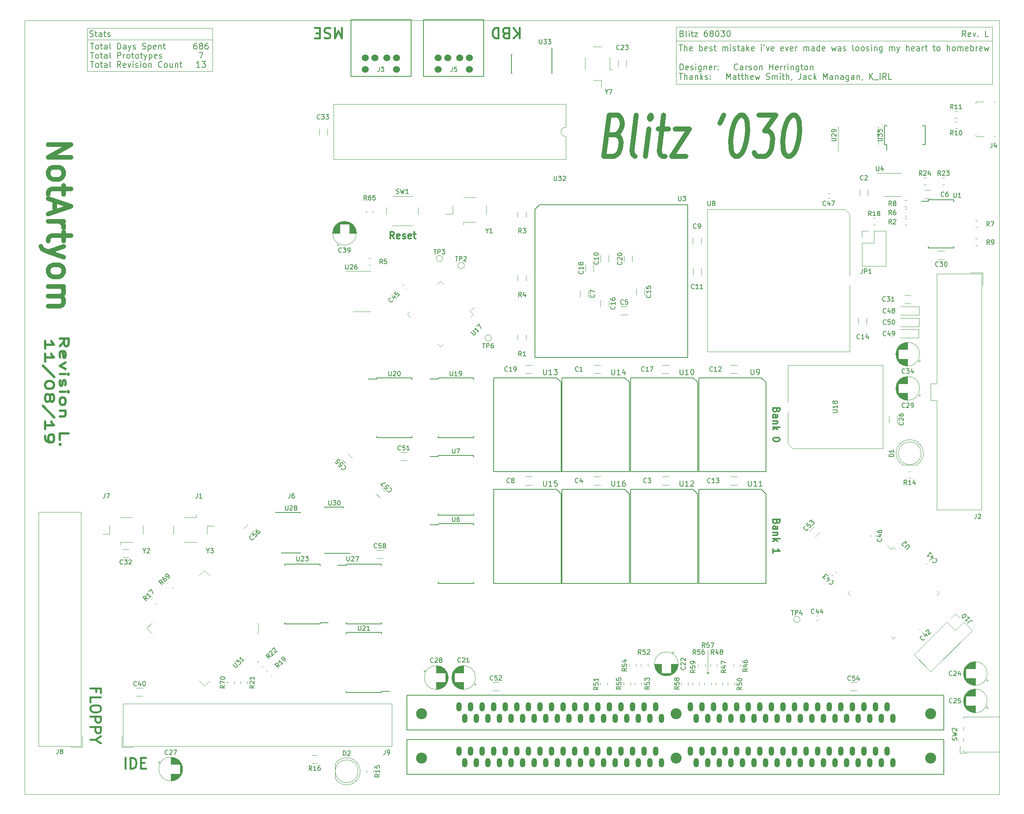
<source format=gbr>
%TF.GenerationSoftware,KiCad,Pcbnew,(5.99.0-9466-g7fda7438f9)*%
%TF.CreationDate,2021-03-26T21:03:58-04:00*%
%TF.ProjectId,C68,4336382e-6b69-4636-9164-5f7063625858,rev?*%
%TF.SameCoordinates,Original*%
%TF.FileFunction,Legend,Top*%
%TF.FilePolarity,Positive*%
%FSLAX46Y46*%
G04 Gerber Fmt 4.6, Leading zero omitted, Abs format (unit mm)*
G04 Created by KiCad (PCBNEW (5.99.0-9466-g7fda7438f9)) date 2021-03-26 21:03:58*
%MOMM*%
%LPD*%
G01*
G04 APERTURE LIST*
%ADD10C,0.120000*%
%ADD11C,0.100000*%
%TA.AperFunction,Profile*%
%ADD12C,0.050000*%
%TD*%
%ADD13C,0.300000*%
%ADD14C,1.100000*%
%ADD15C,0.450000*%
%ADD16C,0.150000*%
%ADD17C,1.000000*%
%ADD18C,0.500000*%
%ADD19C,0.200000*%
%ADD20C,1.524000*%
%ADD21C,2.410000*%
%ADD22O,1.200000X2.000000*%
G04 APERTURE END LIST*
D10*
X233000000Y-54000000D02*
X233000000Y-41500000D01*
X302500000Y-54000000D02*
X233000000Y-54000000D01*
X103750000Y-44250000D02*
X131250000Y-44250000D01*
X103750000Y-41750000D02*
X131250000Y-41750000D01*
X103750000Y-44250000D02*
X103750000Y-41750000D01*
X131250000Y-41750000D02*
X131250000Y-44250000D01*
X240000000Y-178250000D02*
X240000000Y-183500000D01*
X131250000Y-51250000D02*
X103750000Y-51250000D01*
X131250000Y-44250000D02*
X131250000Y-51250000D01*
X233000000Y-41500000D02*
X302500000Y-41500000D01*
X302500000Y-41500000D02*
X302500000Y-54000000D01*
D11*
X240000000Y-183500000D02*
X239750000Y-183250000D01*
X239750000Y-183250000D02*
X240250000Y-183250000D01*
X240250000Y-183250000D02*
X240000000Y-183500000D01*
G36*
X240000000Y-183500000D02*
G01*
X239750000Y-183250000D01*
X240250000Y-183250000D01*
X240000000Y-183500000D01*
G37*
X240000000Y-183500000D02*
X239750000Y-183250000D01*
X240250000Y-183250000D01*
X240000000Y-183500000D01*
D10*
X103750000Y-51250000D02*
X103750000Y-44250000D01*
X233000000Y-44500000D02*
X302500000Y-44500000D01*
D12*
X304000000Y-210000000D02*
X90000000Y-210000000D01*
X90000000Y-210000000D02*
X90000000Y-40000000D01*
X304000000Y-40000000D02*
X304000000Y-210000000D01*
X90000000Y-40000000D02*
X304000000Y-40000000D01*
D13*
X171142857Y-87928571D02*
X170642857Y-87214285D01*
X170285714Y-87928571D02*
X170285714Y-86428571D01*
X170857142Y-86428571D01*
X171000000Y-86500000D01*
X171071428Y-86571428D01*
X171142857Y-86714285D01*
X171142857Y-86928571D01*
X171071428Y-87071428D01*
X171000000Y-87142857D01*
X170857142Y-87214285D01*
X170285714Y-87214285D01*
X172357142Y-87857142D02*
X172214285Y-87928571D01*
X171928571Y-87928571D01*
X171785714Y-87857142D01*
X171714285Y-87714285D01*
X171714285Y-87142857D01*
X171785714Y-87000000D01*
X171928571Y-86928571D01*
X172214285Y-86928571D01*
X172357142Y-87000000D01*
X172428571Y-87142857D01*
X172428571Y-87285714D01*
X171714285Y-87428571D01*
X173000000Y-87857142D02*
X173142857Y-87928571D01*
X173428571Y-87928571D01*
X173571428Y-87857142D01*
X173642857Y-87714285D01*
X173642857Y-87642857D01*
X173571428Y-87500000D01*
X173428571Y-87428571D01*
X173214285Y-87428571D01*
X173071428Y-87357142D01*
X173000000Y-87214285D01*
X173000000Y-87142857D01*
X173071428Y-87000000D01*
X173214285Y-86928571D01*
X173428571Y-86928571D01*
X173571428Y-87000000D01*
X174857142Y-87857142D02*
X174714285Y-87928571D01*
X174428571Y-87928571D01*
X174285714Y-87857142D01*
X174214285Y-87714285D01*
X174214285Y-87142857D01*
X174285714Y-87000000D01*
X174428571Y-86928571D01*
X174714285Y-86928571D01*
X174857142Y-87000000D01*
X174928571Y-87142857D01*
X174928571Y-87285714D01*
X174214285Y-87428571D01*
X175357142Y-86928571D02*
X175928571Y-86928571D01*
X175571428Y-86428571D02*
X175571428Y-87714285D01*
X175642857Y-87857142D01*
X175785714Y-87928571D01*
X175928571Y-87928571D01*
D14*
X219737232Y-65107142D02*
X220540803Y-65535714D01*
X220772946Y-65964285D01*
X220951517Y-66821428D01*
X220790803Y-68107142D01*
X220397946Y-68964285D01*
X220058660Y-69392857D01*
X219433660Y-69821428D01*
X217147946Y-69821428D01*
X218272946Y-60821428D01*
X220272946Y-60821428D01*
X220790803Y-61250000D01*
X221022946Y-61678571D01*
X221201517Y-62535714D01*
X221094375Y-63392857D01*
X220701517Y-64250000D01*
X220362232Y-64678571D01*
X219737232Y-65107142D01*
X217737232Y-65107142D01*
X224005089Y-69821428D02*
X223487232Y-69392857D01*
X223308660Y-68535714D01*
X224272946Y-60821428D01*
X226290803Y-69821428D02*
X227040803Y-63821428D01*
X227415803Y-60821428D02*
X227076517Y-61250000D01*
X227308660Y-61678571D01*
X227647946Y-61250000D01*
X227415803Y-60821428D01*
X227308660Y-61678571D01*
X229040803Y-63821428D02*
X231326517Y-63821428D01*
X230272946Y-60821428D02*
X229308660Y-68535714D01*
X229487232Y-69392857D01*
X230005089Y-69821428D01*
X230576517Y-69821428D01*
X232755089Y-63821428D02*
X235897946Y-63821428D01*
X232005089Y-69821428D01*
X235147946Y-69821428D01*
X243415803Y-60821428D02*
X242630089Y-62535714D01*
X247130089Y-60821428D02*
X247701517Y-60821428D01*
X248219375Y-61250000D01*
X248451517Y-61678571D01*
X248630089Y-62535714D01*
X248701517Y-64250000D01*
X248433660Y-66392857D01*
X247933660Y-68107142D01*
X247540803Y-68964285D01*
X247201517Y-69392857D01*
X246576517Y-69821428D01*
X246005089Y-69821428D01*
X245487232Y-69392857D01*
X245255089Y-68964285D01*
X245076517Y-68107142D01*
X245005089Y-66392857D01*
X245272946Y-64250000D01*
X245772946Y-62535714D01*
X246165803Y-61678571D01*
X246505089Y-61250000D01*
X247130089Y-60821428D01*
X251130089Y-60821428D02*
X254844375Y-60821428D01*
X252415803Y-64250000D01*
X253272946Y-64250000D01*
X253790803Y-64678571D01*
X254022946Y-65107142D01*
X254201517Y-65964285D01*
X253933660Y-68107142D01*
X253540803Y-68964285D01*
X253201517Y-69392857D01*
X252576517Y-69821428D01*
X250862232Y-69821428D01*
X250344375Y-69392857D01*
X250112232Y-68964285D01*
X258558660Y-60821428D02*
X259130089Y-60821428D01*
X259647946Y-61250000D01*
X259880089Y-61678571D01*
X260058660Y-62535714D01*
X260130089Y-64250000D01*
X259862232Y-66392857D01*
X259362232Y-68107142D01*
X258969375Y-68964285D01*
X258630089Y-69392857D01*
X258005089Y-69821428D01*
X257433660Y-69821428D01*
X256915803Y-69392857D01*
X256683660Y-68964285D01*
X256505089Y-68107142D01*
X256433660Y-66392857D01*
X256701517Y-64250000D01*
X257201517Y-62535714D01*
X257594375Y-61678571D01*
X257933660Y-61250000D01*
X258558660Y-60821428D01*
D15*
X105664285Y-187407142D02*
X105664285Y-186640476D01*
X104459523Y-186640476D02*
X106759523Y-186640476D01*
X106759523Y-187735714D01*
X104459523Y-189707142D02*
X104459523Y-188611904D01*
X106759523Y-188611904D01*
X106759523Y-190911904D02*
X106759523Y-191350000D01*
X106650000Y-191569047D01*
X106430952Y-191788095D01*
X105992857Y-191897619D01*
X105226190Y-191897619D01*
X104788095Y-191788095D01*
X104569047Y-191569047D01*
X104459523Y-191350000D01*
X104459523Y-190911904D01*
X104569047Y-190692857D01*
X104788095Y-190473809D01*
X105226190Y-190364285D01*
X105992857Y-190364285D01*
X106430952Y-190473809D01*
X106650000Y-190692857D01*
X106759523Y-190911904D01*
X104459523Y-192883333D02*
X106759523Y-192883333D01*
X106759523Y-193759523D01*
X106650000Y-193978571D01*
X106540476Y-194088095D01*
X106321428Y-194197619D01*
X105992857Y-194197619D01*
X105773809Y-194088095D01*
X105664285Y-193978571D01*
X105554761Y-193759523D01*
X105554761Y-192883333D01*
X104459523Y-195183333D02*
X106759523Y-195183333D01*
X106759523Y-196059523D01*
X106650000Y-196278571D01*
X106540476Y-196388095D01*
X106321428Y-196497619D01*
X105992857Y-196497619D01*
X105773809Y-196388095D01*
X105664285Y-196278571D01*
X105554761Y-196059523D01*
X105554761Y-195183333D01*
X105554761Y-197921428D02*
X104459523Y-197921428D01*
X106759523Y-197154761D02*
X105554761Y-197921428D01*
X106759523Y-198688095D01*
X159652380Y-41659523D02*
X159652380Y-43959523D01*
X158885714Y-42316666D01*
X158119047Y-43959523D01*
X158119047Y-41659523D01*
X157133333Y-41769047D02*
X156804761Y-41659523D01*
X156257142Y-41659523D01*
X156038095Y-41769047D01*
X155928571Y-41878571D01*
X155819047Y-42097619D01*
X155819047Y-42316666D01*
X155928571Y-42535714D01*
X156038095Y-42645238D01*
X156257142Y-42754761D01*
X156695238Y-42864285D01*
X156914285Y-42973809D01*
X157023809Y-43083333D01*
X157133333Y-43302380D01*
X157133333Y-43521428D01*
X157023809Y-43740476D01*
X156914285Y-43850000D01*
X156695238Y-43959523D01*
X156147619Y-43959523D01*
X155819047Y-43850000D01*
X154833333Y-42864285D02*
X154066666Y-42864285D01*
X153738095Y-41659523D02*
X154833333Y-41659523D01*
X154833333Y-43959523D01*
X153738095Y-43959523D01*
X198652380Y-41659523D02*
X198652380Y-43959523D01*
X197338095Y-41659523D02*
X198323809Y-42973809D01*
X197338095Y-43959523D02*
X198652380Y-42645238D01*
X195585714Y-42864285D02*
X195257142Y-42754761D01*
X195147619Y-42645238D01*
X195038095Y-42426190D01*
X195038095Y-42097619D01*
X195147619Y-41878571D01*
X195257142Y-41769047D01*
X195476190Y-41659523D01*
X196352380Y-41659523D01*
X196352380Y-43959523D01*
X195585714Y-43959523D01*
X195366666Y-43850000D01*
X195257142Y-43740476D01*
X195147619Y-43521428D01*
X195147619Y-43302380D01*
X195257142Y-43083333D01*
X195366666Y-42973809D01*
X195585714Y-42864285D01*
X196352380Y-42864285D01*
X194052380Y-41659523D02*
X194052380Y-43959523D01*
X193504761Y-43959523D01*
X193176190Y-43850000D01*
X192957142Y-43630952D01*
X192847619Y-43411904D01*
X192738095Y-42973809D01*
X192738095Y-42645238D01*
X192847619Y-42207142D01*
X192957142Y-41988095D01*
X193176190Y-41769047D01*
X193504761Y-41659523D01*
X194052380Y-41659523D01*
X112119523Y-204260476D02*
X112119523Y-201960476D01*
X113214761Y-204260476D02*
X113214761Y-201960476D01*
X113762380Y-201960476D01*
X114090952Y-202070000D01*
X114310000Y-202289047D01*
X114419523Y-202508095D01*
X114529047Y-202946190D01*
X114529047Y-203274761D01*
X114419523Y-203712857D01*
X114310000Y-203931904D01*
X114090952Y-204150952D01*
X113762380Y-204260476D01*
X113214761Y-204260476D01*
X115514761Y-203055714D02*
X116281428Y-203055714D01*
X116610000Y-204260476D02*
X115514761Y-204260476D01*
X115514761Y-201960476D01*
X116610000Y-201960476D01*
D13*
X255107142Y-125607142D02*
X255035714Y-125821428D01*
X254964285Y-125892857D01*
X254821428Y-125964285D01*
X254607142Y-125964285D01*
X254464285Y-125892857D01*
X254392857Y-125821428D01*
X254321428Y-125678571D01*
X254321428Y-125107142D01*
X255821428Y-125107142D01*
X255821428Y-125607142D01*
X255750000Y-125750000D01*
X255678571Y-125821428D01*
X255535714Y-125892857D01*
X255392857Y-125892857D01*
X255250000Y-125821428D01*
X255178571Y-125750000D01*
X255107142Y-125607142D01*
X255107142Y-125107142D01*
X254321428Y-127250000D02*
X255107142Y-127250000D01*
X255250000Y-127178571D01*
X255321428Y-127035714D01*
X255321428Y-126750000D01*
X255250000Y-126607142D01*
X254392857Y-127250000D02*
X254321428Y-127107142D01*
X254321428Y-126750000D01*
X254392857Y-126607142D01*
X254535714Y-126535714D01*
X254678571Y-126535714D01*
X254821428Y-126607142D01*
X254892857Y-126750000D01*
X254892857Y-127107142D01*
X254964285Y-127250000D01*
X255321428Y-127964285D02*
X254321428Y-127964285D01*
X255178571Y-127964285D02*
X255250000Y-128035714D01*
X255321428Y-128178571D01*
X255321428Y-128392857D01*
X255250000Y-128535714D01*
X255107142Y-128607142D01*
X254321428Y-128607142D01*
X254321428Y-129321428D02*
X255821428Y-129321428D01*
X254892857Y-129464285D02*
X254321428Y-129892857D01*
X255321428Y-129892857D02*
X254750000Y-129321428D01*
X255821428Y-131964285D02*
X255821428Y-132107142D01*
X255750000Y-132250000D01*
X255678571Y-132321428D01*
X255535714Y-132392857D01*
X255250000Y-132464285D01*
X254892857Y-132464285D01*
X254607142Y-132392857D01*
X254464285Y-132321428D01*
X254392857Y-132250000D01*
X254321428Y-132107142D01*
X254321428Y-131964285D01*
X254392857Y-131821428D01*
X254464285Y-131750000D01*
X254607142Y-131678571D01*
X254892857Y-131607142D01*
X255250000Y-131607142D01*
X255535714Y-131678571D01*
X255678571Y-131750000D01*
X255750000Y-131821428D01*
X255821428Y-131964285D01*
X255107142Y-150107142D02*
X255035714Y-150321428D01*
X254964285Y-150392857D01*
X254821428Y-150464285D01*
X254607142Y-150464285D01*
X254464285Y-150392857D01*
X254392857Y-150321428D01*
X254321428Y-150178571D01*
X254321428Y-149607142D01*
X255821428Y-149607142D01*
X255821428Y-150107142D01*
X255750000Y-150250000D01*
X255678571Y-150321428D01*
X255535714Y-150392857D01*
X255392857Y-150392857D01*
X255250000Y-150321428D01*
X255178571Y-150250000D01*
X255107142Y-150107142D01*
X255107142Y-149607142D01*
X254321428Y-151750000D02*
X255107142Y-151750000D01*
X255250000Y-151678571D01*
X255321428Y-151535714D01*
X255321428Y-151250000D01*
X255250000Y-151107142D01*
X254392857Y-151750000D02*
X254321428Y-151607142D01*
X254321428Y-151250000D01*
X254392857Y-151107142D01*
X254535714Y-151035714D01*
X254678571Y-151035714D01*
X254821428Y-151107142D01*
X254892857Y-151250000D01*
X254892857Y-151607142D01*
X254964285Y-151750000D01*
X255321428Y-152464285D02*
X254321428Y-152464285D01*
X255178571Y-152464285D02*
X255250000Y-152535714D01*
X255321428Y-152678571D01*
X255321428Y-152892857D01*
X255250000Y-153035714D01*
X255107142Y-153107142D01*
X254321428Y-153107142D01*
X254321428Y-153821428D02*
X255821428Y-153821428D01*
X254892857Y-153964285D02*
X254321428Y-154392857D01*
X255321428Y-154392857D02*
X254750000Y-153821428D01*
X254321428Y-156964285D02*
X254321428Y-156107142D01*
X254321428Y-156535714D02*
X255821428Y-156535714D01*
X255607142Y-156392857D01*
X255464285Y-156250000D01*
X255392857Y-156107142D01*
D16*
X234340357Y-42907142D02*
X234526071Y-42969047D01*
X234587976Y-43030952D01*
X234649880Y-43154761D01*
X234649880Y-43340476D01*
X234587976Y-43464285D01*
X234526071Y-43526190D01*
X234402261Y-43588095D01*
X233907023Y-43588095D01*
X233907023Y-42288095D01*
X234340357Y-42288095D01*
X234464166Y-42350000D01*
X234526071Y-42411904D01*
X234587976Y-42535714D01*
X234587976Y-42659523D01*
X234526071Y-42783333D01*
X234464166Y-42845238D01*
X234340357Y-42907142D01*
X233907023Y-42907142D01*
X235392738Y-43588095D02*
X235268928Y-43526190D01*
X235207023Y-43402380D01*
X235207023Y-42288095D01*
X235887976Y-43588095D02*
X235887976Y-42721428D01*
X235887976Y-42288095D02*
X235826071Y-42350000D01*
X235887976Y-42411904D01*
X235949880Y-42350000D01*
X235887976Y-42288095D01*
X235887976Y-42411904D01*
X236321309Y-42721428D02*
X236816547Y-42721428D01*
X236507023Y-42288095D02*
X236507023Y-43402380D01*
X236568928Y-43526190D01*
X236692738Y-43588095D01*
X236816547Y-43588095D01*
X237126071Y-42721428D02*
X237807023Y-42721428D01*
X237126071Y-43588095D01*
X237807023Y-43588095D01*
X239849880Y-42288095D02*
X239602261Y-42288095D01*
X239478452Y-42350000D01*
X239416547Y-42411904D01*
X239292738Y-42597619D01*
X239230833Y-42845238D01*
X239230833Y-43340476D01*
X239292738Y-43464285D01*
X239354642Y-43526190D01*
X239478452Y-43588095D01*
X239726071Y-43588095D01*
X239849880Y-43526190D01*
X239911785Y-43464285D01*
X239973690Y-43340476D01*
X239973690Y-43030952D01*
X239911785Y-42907142D01*
X239849880Y-42845238D01*
X239726071Y-42783333D01*
X239478452Y-42783333D01*
X239354642Y-42845238D01*
X239292738Y-42907142D01*
X239230833Y-43030952D01*
X240716547Y-42845238D02*
X240592738Y-42783333D01*
X240530833Y-42721428D01*
X240468928Y-42597619D01*
X240468928Y-42535714D01*
X240530833Y-42411904D01*
X240592738Y-42350000D01*
X240716547Y-42288095D01*
X240964166Y-42288095D01*
X241087976Y-42350000D01*
X241149880Y-42411904D01*
X241211785Y-42535714D01*
X241211785Y-42597619D01*
X241149880Y-42721428D01*
X241087976Y-42783333D01*
X240964166Y-42845238D01*
X240716547Y-42845238D01*
X240592738Y-42907142D01*
X240530833Y-42969047D01*
X240468928Y-43092857D01*
X240468928Y-43340476D01*
X240530833Y-43464285D01*
X240592738Y-43526190D01*
X240716547Y-43588095D01*
X240964166Y-43588095D01*
X241087976Y-43526190D01*
X241149880Y-43464285D01*
X241211785Y-43340476D01*
X241211785Y-43092857D01*
X241149880Y-42969047D01*
X241087976Y-42907142D01*
X240964166Y-42845238D01*
X242016547Y-42288095D02*
X242140357Y-42288095D01*
X242264166Y-42350000D01*
X242326071Y-42411904D01*
X242387976Y-42535714D01*
X242449880Y-42783333D01*
X242449880Y-43092857D01*
X242387976Y-43340476D01*
X242326071Y-43464285D01*
X242264166Y-43526190D01*
X242140357Y-43588095D01*
X242016547Y-43588095D01*
X241892738Y-43526190D01*
X241830833Y-43464285D01*
X241768928Y-43340476D01*
X241707023Y-43092857D01*
X241707023Y-42783333D01*
X241768928Y-42535714D01*
X241830833Y-42411904D01*
X241892738Y-42350000D01*
X242016547Y-42288095D01*
X242883214Y-42288095D02*
X243687976Y-42288095D01*
X243254642Y-42783333D01*
X243440357Y-42783333D01*
X243564166Y-42845238D01*
X243626071Y-42907142D01*
X243687976Y-43030952D01*
X243687976Y-43340476D01*
X243626071Y-43464285D01*
X243564166Y-43526190D01*
X243440357Y-43588095D01*
X243068928Y-43588095D01*
X242945119Y-43526190D01*
X242883214Y-43464285D01*
X244492738Y-42288095D02*
X244616547Y-42288095D01*
X244740357Y-42350000D01*
X244802261Y-42411904D01*
X244864166Y-42535714D01*
X244926071Y-42783333D01*
X244926071Y-43092857D01*
X244864166Y-43340476D01*
X244802261Y-43464285D01*
X244740357Y-43526190D01*
X244616547Y-43588095D01*
X244492738Y-43588095D01*
X244368928Y-43526190D01*
X244307023Y-43464285D01*
X244245119Y-43340476D01*
X244183214Y-43092857D01*
X244183214Y-42783333D01*
X244245119Y-42535714D01*
X244307023Y-42411904D01*
X244368928Y-42350000D01*
X244492738Y-42288095D01*
X104471309Y-49038095D02*
X105214166Y-49038095D01*
X104842738Y-50338095D02*
X104842738Y-49038095D01*
X105833214Y-50338095D02*
X105709404Y-50276190D01*
X105647500Y-50214285D01*
X105585595Y-50090476D01*
X105585595Y-49719047D01*
X105647500Y-49595238D01*
X105709404Y-49533333D01*
X105833214Y-49471428D01*
X106018928Y-49471428D01*
X106142738Y-49533333D01*
X106204642Y-49595238D01*
X106266547Y-49719047D01*
X106266547Y-50090476D01*
X106204642Y-50214285D01*
X106142738Y-50276190D01*
X106018928Y-50338095D01*
X105833214Y-50338095D01*
X106637976Y-49471428D02*
X107133214Y-49471428D01*
X106823690Y-49038095D02*
X106823690Y-50152380D01*
X106885595Y-50276190D01*
X107009404Y-50338095D01*
X107133214Y-50338095D01*
X108123690Y-50338095D02*
X108123690Y-49657142D01*
X108061785Y-49533333D01*
X107937976Y-49471428D01*
X107690357Y-49471428D01*
X107566547Y-49533333D01*
X108123690Y-50276190D02*
X107999880Y-50338095D01*
X107690357Y-50338095D01*
X107566547Y-50276190D01*
X107504642Y-50152380D01*
X107504642Y-50028571D01*
X107566547Y-49904761D01*
X107690357Y-49842857D01*
X107999880Y-49842857D01*
X108123690Y-49780952D01*
X108928452Y-50338095D02*
X108804642Y-50276190D01*
X108742738Y-50152380D01*
X108742738Y-49038095D01*
X111157023Y-50338095D02*
X110723690Y-49719047D01*
X110414166Y-50338095D02*
X110414166Y-49038095D01*
X110909404Y-49038095D01*
X111033214Y-49100000D01*
X111095119Y-49161904D01*
X111157023Y-49285714D01*
X111157023Y-49471428D01*
X111095119Y-49595238D01*
X111033214Y-49657142D01*
X110909404Y-49719047D01*
X110414166Y-49719047D01*
X112209404Y-50276190D02*
X112085595Y-50338095D01*
X111837976Y-50338095D01*
X111714166Y-50276190D01*
X111652261Y-50152380D01*
X111652261Y-49657142D01*
X111714166Y-49533333D01*
X111837976Y-49471428D01*
X112085595Y-49471428D01*
X112209404Y-49533333D01*
X112271309Y-49657142D01*
X112271309Y-49780952D01*
X111652261Y-49904761D01*
X112704642Y-49471428D02*
X113014166Y-50338095D01*
X113323690Y-49471428D01*
X113818928Y-50338095D02*
X113818928Y-49471428D01*
X113818928Y-49038095D02*
X113757023Y-49100000D01*
X113818928Y-49161904D01*
X113880833Y-49100000D01*
X113818928Y-49038095D01*
X113818928Y-49161904D01*
X114376071Y-50276190D02*
X114499880Y-50338095D01*
X114747500Y-50338095D01*
X114871309Y-50276190D01*
X114933214Y-50152380D01*
X114933214Y-50090476D01*
X114871309Y-49966666D01*
X114747500Y-49904761D01*
X114561785Y-49904761D01*
X114437976Y-49842857D01*
X114376071Y-49719047D01*
X114376071Y-49657142D01*
X114437976Y-49533333D01*
X114561785Y-49471428D01*
X114747500Y-49471428D01*
X114871309Y-49533333D01*
X115490357Y-50338095D02*
X115490357Y-49471428D01*
X115490357Y-49038095D02*
X115428452Y-49100000D01*
X115490357Y-49161904D01*
X115552261Y-49100000D01*
X115490357Y-49038095D01*
X115490357Y-49161904D01*
X116295119Y-50338095D02*
X116171309Y-50276190D01*
X116109404Y-50214285D01*
X116047500Y-50090476D01*
X116047500Y-49719047D01*
X116109404Y-49595238D01*
X116171309Y-49533333D01*
X116295119Y-49471428D01*
X116480833Y-49471428D01*
X116604642Y-49533333D01*
X116666547Y-49595238D01*
X116728452Y-49719047D01*
X116728452Y-50090476D01*
X116666547Y-50214285D01*
X116604642Y-50276190D01*
X116480833Y-50338095D01*
X116295119Y-50338095D01*
X117285595Y-49471428D02*
X117285595Y-50338095D01*
X117285595Y-49595238D02*
X117347500Y-49533333D01*
X117471309Y-49471428D01*
X117657023Y-49471428D01*
X117780833Y-49533333D01*
X117842738Y-49657142D01*
X117842738Y-50338095D01*
X120195119Y-50214285D02*
X120133214Y-50276190D01*
X119947500Y-50338095D01*
X119823690Y-50338095D01*
X119637976Y-50276190D01*
X119514166Y-50152380D01*
X119452261Y-50028571D01*
X119390357Y-49780952D01*
X119390357Y-49595238D01*
X119452261Y-49347619D01*
X119514166Y-49223809D01*
X119637976Y-49100000D01*
X119823690Y-49038095D01*
X119947500Y-49038095D01*
X120133214Y-49100000D01*
X120195119Y-49161904D01*
X120937976Y-50338095D02*
X120814166Y-50276190D01*
X120752261Y-50214285D01*
X120690357Y-50090476D01*
X120690357Y-49719047D01*
X120752261Y-49595238D01*
X120814166Y-49533333D01*
X120937976Y-49471428D01*
X121123690Y-49471428D01*
X121247500Y-49533333D01*
X121309404Y-49595238D01*
X121371309Y-49719047D01*
X121371309Y-50090476D01*
X121309404Y-50214285D01*
X121247500Y-50276190D01*
X121123690Y-50338095D01*
X120937976Y-50338095D01*
X122485595Y-49471428D02*
X122485595Y-50338095D01*
X121928452Y-49471428D02*
X121928452Y-50152380D01*
X121990357Y-50276190D01*
X122114166Y-50338095D01*
X122299880Y-50338095D01*
X122423690Y-50276190D01*
X122485595Y-50214285D01*
X123104642Y-49471428D02*
X123104642Y-50338095D01*
X123104642Y-49595238D02*
X123166547Y-49533333D01*
X123290357Y-49471428D01*
X123476071Y-49471428D01*
X123599880Y-49533333D01*
X123661785Y-49657142D01*
X123661785Y-50338095D01*
X124095119Y-49471428D02*
X124590357Y-49471428D01*
X124280833Y-49038095D02*
X124280833Y-50152380D01*
X124342738Y-50276190D01*
X124466547Y-50338095D01*
X124590357Y-50338095D01*
X104471309Y-47038095D02*
X105214166Y-47038095D01*
X104842738Y-48338095D02*
X104842738Y-47038095D01*
X105833214Y-48338095D02*
X105709404Y-48276190D01*
X105647500Y-48214285D01*
X105585595Y-48090476D01*
X105585595Y-47719047D01*
X105647500Y-47595238D01*
X105709404Y-47533333D01*
X105833214Y-47471428D01*
X106018928Y-47471428D01*
X106142738Y-47533333D01*
X106204642Y-47595238D01*
X106266547Y-47719047D01*
X106266547Y-48090476D01*
X106204642Y-48214285D01*
X106142738Y-48276190D01*
X106018928Y-48338095D01*
X105833214Y-48338095D01*
X106637976Y-47471428D02*
X107133214Y-47471428D01*
X106823690Y-47038095D02*
X106823690Y-48152380D01*
X106885595Y-48276190D01*
X107009404Y-48338095D01*
X107133214Y-48338095D01*
X108123690Y-48338095D02*
X108123690Y-47657142D01*
X108061785Y-47533333D01*
X107937976Y-47471428D01*
X107690357Y-47471428D01*
X107566547Y-47533333D01*
X108123690Y-48276190D02*
X107999880Y-48338095D01*
X107690357Y-48338095D01*
X107566547Y-48276190D01*
X107504642Y-48152380D01*
X107504642Y-48028571D01*
X107566547Y-47904761D01*
X107690357Y-47842857D01*
X107999880Y-47842857D01*
X108123690Y-47780952D01*
X108928452Y-48338095D02*
X108804642Y-48276190D01*
X108742738Y-48152380D01*
X108742738Y-47038095D01*
X110414166Y-48338095D02*
X110414166Y-47038095D01*
X110909404Y-47038095D01*
X111033214Y-47100000D01*
X111095119Y-47161904D01*
X111157023Y-47285714D01*
X111157023Y-47471428D01*
X111095119Y-47595238D01*
X111033214Y-47657142D01*
X110909404Y-47719047D01*
X110414166Y-47719047D01*
X111714166Y-48338095D02*
X111714166Y-47471428D01*
X111714166Y-47719047D02*
X111776071Y-47595238D01*
X111837976Y-47533333D01*
X111961785Y-47471428D01*
X112085595Y-47471428D01*
X112704642Y-48338095D02*
X112580833Y-48276190D01*
X112518928Y-48214285D01*
X112457023Y-48090476D01*
X112457023Y-47719047D01*
X112518928Y-47595238D01*
X112580833Y-47533333D01*
X112704642Y-47471428D01*
X112890357Y-47471428D01*
X113014166Y-47533333D01*
X113076071Y-47595238D01*
X113137976Y-47719047D01*
X113137976Y-48090476D01*
X113076071Y-48214285D01*
X113014166Y-48276190D01*
X112890357Y-48338095D01*
X112704642Y-48338095D01*
X113509404Y-47471428D02*
X114004642Y-47471428D01*
X113695119Y-47038095D02*
X113695119Y-48152380D01*
X113757023Y-48276190D01*
X113880833Y-48338095D01*
X114004642Y-48338095D01*
X114623690Y-48338095D02*
X114499880Y-48276190D01*
X114437976Y-48214285D01*
X114376071Y-48090476D01*
X114376071Y-47719047D01*
X114437976Y-47595238D01*
X114499880Y-47533333D01*
X114623690Y-47471428D01*
X114809404Y-47471428D01*
X114933214Y-47533333D01*
X114995119Y-47595238D01*
X115057023Y-47719047D01*
X115057023Y-48090476D01*
X114995119Y-48214285D01*
X114933214Y-48276190D01*
X114809404Y-48338095D01*
X114623690Y-48338095D01*
X115428452Y-47471428D02*
X115923690Y-47471428D01*
X115614166Y-47038095D02*
X115614166Y-48152380D01*
X115676071Y-48276190D01*
X115799880Y-48338095D01*
X115923690Y-48338095D01*
X116233214Y-47471428D02*
X116542738Y-48338095D01*
X116852261Y-47471428D02*
X116542738Y-48338095D01*
X116418928Y-48647619D01*
X116357023Y-48709523D01*
X116233214Y-48771428D01*
X117347500Y-47471428D02*
X117347500Y-48771428D01*
X117347500Y-47533333D02*
X117471309Y-47471428D01*
X117718928Y-47471428D01*
X117842738Y-47533333D01*
X117904642Y-47595238D01*
X117966547Y-47719047D01*
X117966547Y-48090476D01*
X117904642Y-48214285D01*
X117842738Y-48276190D01*
X117718928Y-48338095D01*
X117471309Y-48338095D01*
X117347500Y-48276190D01*
X119018928Y-48276190D02*
X118895119Y-48338095D01*
X118647500Y-48338095D01*
X118523690Y-48276190D01*
X118461785Y-48152380D01*
X118461785Y-47657142D01*
X118523690Y-47533333D01*
X118647500Y-47471428D01*
X118895119Y-47471428D01*
X119018928Y-47533333D01*
X119080833Y-47657142D01*
X119080833Y-47780952D01*
X118461785Y-47904761D01*
X119576071Y-48276190D02*
X119699880Y-48338095D01*
X119947500Y-48338095D01*
X120071309Y-48276190D01*
X120133214Y-48152380D01*
X120133214Y-48090476D01*
X120071309Y-47966666D01*
X119947500Y-47904761D01*
X119761785Y-47904761D01*
X119637976Y-47842857D01*
X119576071Y-47719047D01*
X119576071Y-47657142D01*
X119637976Y-47533333D01*
X119761785Y-47471428D01*
X119947500Y-47471428D01*
X120071309Y-47533333D01*
X296649880Y-43588095D02*
X296216547Y-42969047D01*
X295907023Y-43588095D02*
X295907023Y-42288095D01*
X296402261Y-42288095D01*
X296526071Y-42350000D01*
X296587976Y-42411904D01*
X296649880Y-42535714D01*
X296649880Y-42721428D01*
X296587976Y-42845238D01*
X296526071Y-42907142D01*
X296402261Y-42969047D01*
X295907023Y-42969047D01*
X297702261Y-43526190D02*
X297578452Y-43588095D01*
X297330833Y-43588095D01*
X297207023Y-43526190D01*
X297145119Y-43402380D01*
X297145119Y-42907142D01*
X297207023Y-42783333D01*
X297330833Y-42721428D01*
X297578452Y-42721428D01*
X297702261Y-42783333D01*
X297764166Y-42907142D01*
X297764166Y-43030952D01*
X297145119Y-43154761D01*
X298197500Y-42721428D02*
X298507023Y-43588095D01*
X298816547Y-42721428D01*
X299311785Y-43464285D02*
X299373690Y-43526190D01*
X299311785Y-43588095D01*
X299249880Y-43526190D01*
X299311785Y-43464285D01*
X299311785Y-43588095D01*
X301540357Y-43588095D02*
X300921309Y-43588095D01*
X300921309Y-42288095D01*
X128502380Y-50338095D02*
X127759523Y-50338095D01*
X128130952Y-50338095D02*
X128130952Y-49038095D01*
X128007142Y-49223809D01*
X127883333Y-49347619D01*
X127759523Y-49409523D01*
X128935714Y-49038095D02*
X129740476Y-49038095D01*
X129307142Y-49533333D01*
X129492857Y-49533333D01*
X129616666Y-49595238D01*
X129678571Y-49657142D01*
X129740476Y-49780952D01*
X129740476Y-50090476D01*
X129678571Y-50214285D01*
X129616666Y-50276190D01*
X129492857Y-50338095D01*
X129121428Y-50338095D01*
X128997619Y-50276190D01*
X128935714Y-50214285D01*
X128316666Y-47038095D02*
X129183333Y-47038095D01*
X128626190Y-48338095D01*
X104471309Y-45038095D02*
X105214166Y-45038095D01*
X104842738Y-46338095D02*
X104842738Y-45038095D01*
X105833214Y-46338095D02*
X105709404Y-46276190D01*
X105647500Y-46214285D01*
X105585595Y-46090476D01*
X105585595Y-45719047D01*
X105647500Y-45595238D01*
X105709404Y-45533333D01*
X105833214Y-45471428D01*
X106018928Y-45471428D01*
X106142738Y-45533333D01*
X106204642Y-45595238D01*
X106266547Y-45719047D01*
X106266547Y-46090476D01*
X106204642Y-46214285D01*
X106142738Y-46276190D01*
X106018928Y-46338095D01*
X105833214Y-46338095D01*
X106637976Y-45471428D02*
X107133214Y-45471428D01*
X106823690Y-45038095D02*
X106823690Y-46152380D01*
X106885595Y-46276190D01*
X107009404Y-46338095D01*
X107133214Y-46338095D01*
X108123690Y-46338095D02*
X108123690Y-45657142D01*
X108061785Y-45533333D01*
X107937976Y-45471428D01*
X107690357Y-45471428D01*
X107566547Y-45533333D01*
X108123690Y-46276190D02*
X107999880Y-46338095D01*
X107690357Y-46338095D01*
X107566547Y-46276190D01*
X107504642Y-46152380D01*
X107504642Y-46028571D01*
X107566547Y-45904761D01*
X107690357Y-45842857D01*
X107999880Y-45842857D01*
X108123690Y-45780952D01*
X108928452Y-46338095D02*
X108804642Y-46276190D01*
X108742738Y-46152380D01*
X108742738Y-45038095D01*
X110414166Y-46338095D02*
X110414166Y-45038095D01*
X110723690Y-45038095D01*
X110909404Y-45100000D01*
X111033214Y-45223809D01*
X111095119Y-45347619D01*
X111157023Y-45595238D01*
X111157023Y-45780952D01*
X111095119Y-46028571D01*
X111033214Y-46152380D01*
X110909404Y-46276190D01*
X110723690Y-46338095D01*
X110414166Y-46338095D01*
X112271309Y-46338095D02*
X112271309Y-45657142D01*
X112209404Y-45533333D01*
X112085595Y-45471428D01*
X111837976Y-45471428D01*
X111714166Y-45533333D01*
X112271309Y-46276190D02*
X112147500Y-46338095D01*
X111837976Y-46338095D01*
X111714166Y-46276190D01*
X111652261Y-46152380D01*
X111652261Y-46028571D01*
X111714166Y-45904761D01*
X111837976Y-45842857D01*
X112147500Y-45842857D01*
X112271309Y-45780952D01*
X112766547Y-45471428D02*
X113076071Y-46338095D01*
X113385595Y-45471428D02*
X113076071Y-46338095D01*
X112952261Y-46647619D01*
X112890357Y-46709523D01*
X112766547Y-46771428D01*
X113818928Y-46276190D02*
X113942738Y-46338095D01*
X114190357Y-46338095D01*
X114314166Y-46276190D01*
X114376071Y-46152380D01*
X114376071Y-46090476D01*
X114314166Y-45966666D01*
X114190357Y-45904761D01*
X114004642Y-45904761D01*
X113880833Y-45842857D01*
X113818928Y-45719047D01*
X113818928Y-45657142D01*
X113880833Y-45533333D01*
X114004642Y-45471428D01*
X114190357Y-45471428D01*
X114314166Y-45533333D01*
X115861785Y-46276190D02*
X116047500Y-46338095D01*
X116357023Y-46338095D01*
X116480833Y-46276190D01*
X116542738Y-46214285D01*
X116604642Y-46090476D01*
X116604642Y-45966666D01*
X116542738Y-45842857D01*
X116480833Y-45780952D01*
X116357023Y-45719047D01*
X116109404Y-45657142D01*
X115985595Y-45595238D01*
X115923690Y-45533333D01*
X115861785Y-45409523D01*
X115861785Y-45285714D01*
X115923690Y-45161904D01*
X115985595Y-45100000D01*
X116109404Y-45038095D01*
X116418928Y-45038095D01*
X116604642Y-45100000D01*
X117161785Y-45471428D02*
X117161785Y-46771428D01*
X117161785Y-45533333D02*
X117285595Y-45471428D01*
X117533214Y-45471428D01*
X117657023Y-45533333D01*
X117718928Y-45595238D01*
X117780833Y-45719047D01*
X117780833Y-46090476D01*
X117718928Y-46214285D01*
X117657023Y-46276190D01*
X117533214Y-46338095D01*
X117285595Y-46338095D01*
X117161785Y-46276190D01*
X118833214Y-46276190D02*
X118709404Y-46338095D01*
X118461785Y-46338095D01*
X118337976Y-46276190D01*
X118276071Y-46152380D01*
X118276071Y-45657142D01*
X118337976Y-45533333D01*
X118461785Y-45471428D01*
X118709404Y-45471428D01*
X118833214Y-45533333D01*
X118895119Y-45657142D01*
X118895119Y-45780952D01*
X118276071Y-45904761D01*
X119452261Y-45471428D02*
X119452261Y-46338095D01*
X119452261Y-45595238D02*
X119514166Y-45533333D01*
X119637976Y-45471428D01*
X119823690Y-45471428D01*
X119947500Y-45533333D01*
X120009404Y-45657142D01*
X120009404Y-46338095D01*
X120442738Y-45471428D02*
X120937976Y-45471428D01*
X120628452Y-45038095D02*
X120628452Y-46152380D01*
X120690357Y-46276190D01*
X120814166Y-46338095D01*
X120937976Y-46338095D01*
X127759523Y-45038095D02*
X127511904Y-45038095D01*
X127388095Y-45100000D01*
X127326190Y-45161904D01*
X127202380Y-45347619D01*
X127140476Y-45595238D01*
X127140476Y-46090476D01*
X127202380Y-46214285D01*
X127264285Y-46276190D01*
X127388095Y-46338095D01*
X127635714Y-46338095D01*
X127759523Y-46276190D01*
X127821428Y-46214285D01*
X127883333Y-46090476D01*
X127883333Y-45780952D01*
X127821428Y-45657142D01*
X127759523Y-45595238D01*
X127635714Y-45533333D01*
X127388095Y-45533333D01*
X127264285Y-45595238D01*
X127202380Y-45657142D01*
X127140476Y-45780952D01*
X128626190Y-45595238D02*
X128502380Y-45533333D01*
X128440476Y-45471428D01*
X128378571Y-45347619D01*
X128378571Y-45285714D01*
X128440476Y-45161904D01*
X128502380Y-45100000D01*
X128626190Y-45038095D01*
X128873809Y-45038095D01*
X128997619Y-45100000D01*
X129059523Y-45161904D01*
X129121428Y-45285714D01*
X129121428Y-45347619D01*
X129059523Y-45471428D01*
X128997619Y-45533333D01*
X128873809Y-45595238D01*
X128626190Y-45595238D01*
X128502380Y-45657142D01*
X128440476Y-45719047D01*
X128378571Y-45842857D01*
X128378571Y-46090476D01*
X128440476Y-46214285D01*
X128502380Y-46276190D01*
X128626190Y-46338095D01*
X128873809Y-46338095D01*
X128997619Y-46276190D01*
X129059523Y-46214285D01*
X129121428Y-46090476D01*
X129121428Y-45842857D01*
X129059523Y-45719047D01*
X128997619Y-45657142D01*
X128873809Y-45595238D01*
X130235714Y-45038095D02*
X129988095Y-45038095D01*
X129864285Y-45100000D01*
X129802380Y-45161904D01*
X129678571Y-45347619D01*
X129616666Y-45595238D01*
X129616666Y-46090476D01*
X129678571Y-46214285D01*
X129740476Y-46276190D01*
X129864285Y-46338095D01*
X130111904Y-46338095D01*
X130235714Y-46276190D01*
X130297619Y-46214285D01*
X130359523Y-46090476D01*
X130359523Y-45780952D01*
X130297619Y-45657142D01*
X130235714Y-45595238D01*
X130111904Y-45533333D01*
X129864285Y-45533333D01*
X129740476Y-45595238D01*
X129678571Y-45657142D01*
X129616666Y-45780952D01*
X104345119Y-43526190D02*
X104530833Y-43588095D01*
X104840357Y-43588095D01*
X104964166Y-43526190D01*
X105026071Y-43464285D01*
X105087976Y-43340476D01*
X105087976Y-43216666D01*
X105026071Y-43092857D01*
X104964166Y-43030952D01*
X104840357Y-42969047D01*
X104592738Y-42907142D01*
X104468928Y-42845238D01*
X104407023Y-42783333D01*
X104345119Y-42659523D01*
X104345119Y-42535714D01*
X104407023Y-42411904D01*
X104468928Y-42350000D01*
X104592738Y-42288095D01*
X104902261Y-42288095D01*
X105087976Y-42350000D01*
X105459404Y-42721428D02*
X105954642Y-42721428D01*
X105645119Y-42288095D02*
X105645119Y-43402380D01*
X105707023Y-43526190D01*
X105830833Y-43588095D01*
X105954642Y-43588095D01*
X106945119Y-43588095D02*
X106945119Y-42907142D01*
X106883214Y-42783333D01*
X106759404Y-42721428D01*
X106511785Y-42721428D01*
X106387976Y-42783333D01*
X106945119Y-43526190D02*
X106821309Y-43588095D01*
X106511785Y-43588095D01*
X106387976Y-43526190D01*
X106326071Y-43402380D01*
X106326071Y-43278571D01*
X106387976Y-43154761D01*
X106511785Y-43092857D01*
X106821309Y-43092857D01*
X106945119Y-43030952D01*
X107378452Y-42721428D02*
X107873690Y-42721428D01*
X107564166Y-42288095D02*
X107564166Y-43402380D01*
X107626071Y-43526190D01*
X107749880Y-43588095D01*
X107873690Y-43588095D01*
X108245119Y-43526190D02*
X108368928Y-43588095D01*
X108616547Y-43588095D01*
X108740357Y-43526190D01*
X108802261Y-43402380D01*
X108802261Y-43340476D01*
X108740357Y-43216666D01*
X108616547Y-43154761D01*
X108430833Y-43154761D01*
X108307023Y-43092857D01*
X108245119Y-42969047D01*
X108245119Y-42907142D01*
X108307023Y-42783333D01*
X108430833Y-42721428D01*
X108616547Y-42721428D01*
X108740357Y-42783333D01*
X233721309Y-45398595D02*
X234464166Y-45398595D01*
X234092738Y-46698595D02*
X234092738Y-45398595D01*
X234897500Y-46698595D02*
X234897500Y-45398595D01*
X235454642Y-46698595D02*
X235454642Y-46017642D01*
X235392738Y-45893833D01*
X235268928Y-45831928D01*
X235083214Y-45831928D01*
X234959404Y-45893833D01*
X234897500Y-45955738D01*
X236568928Y-46636690D02*
X236445119Y-46698595D01*
X236197500Y-46698595D01*
X236073690Y-46636690D01*
X236011785Y-46512880D01*
X236011785Y-46017642D01*
X236073690Y-45893833D01*
X236197500Y-45831928D01*
X236445119Y-45831928D01*
X236568928Y-45893833D01*
X236630833Y-46017642D01*
X236630833Y-46141452D01*
X236011785Y-46265261D01*
X238178452Y-46698595D02*
X238178452Y-45398595D01*
X238178452Y-45893833D02*
X238302261Y-45831928D01*
X238549880Y-45831928D01*
X238673690Y-45893833D01*
X238735595Y-45955738D01*
X238797500Y-46079547D01*
X238797500Y-46450976D01*
X238735595Y-46574785D01*
X238673690Y-46636690D01*
X238549880Y-46698595D01*
X238302261Y-46698595D01*
X238178452Y-46636690D01*
X239849880Y-46636690D02*
X239726071Y-46698595D01*
X239478452Y-46698595D01*
X239354642Y-46636690D01*
X239292738Y-46512880D01*
X239292738Y-46017642D01*
X239354642Y-45893833D01*
X239478452Y-45831928D01*
X239726071Y-45831928D01*
X239849880Y-45893833D01*
X239911785Y-46017642D01*
X239911785Y-46141452D01*
X239292738Y-46265261D01*
X240407023Y-46636690D02*
X240530833Y-46698595D01*
X240778452Y-46698595D01*
X240902261Y-46636690D01*
X240964166Y-46512880D01*
X240964166Y-46450976D01*
X240902261Y-46327166D01*
X240778452Y-46265261D01*
X240592738Y-46265261D01*
X240468928Y-46203357D01*
X240407023Y-46079547D01*
X240407023Y-46017642D01*
X240468928Y-45893833D01*
X240592738Y-45831928D01*
X240778452Y-45831928D01*
X240902261Y-45893833D01*
X241335595Y-45831928D02*
X241830833Y-45831928D01*
X241521309Y-45398595D02*
X241521309Y-46512880D01*
X241583214Y-46636690D01*
X241707023Y-46698595D01*
X241830833Y-46698595D01*
X243254642Y-46698595D02*
X243254642Y-45831928D01*
X243254642Y-45955738D02*
X243316547Y-45893833D01*
X243440357Y-45831928D01*
X243626071Y-45831928D01*
X243749880Y-45893833D01*
X243811785Y-46017642D01*
X243811785Y-46698595D01*
X243811785Y-46017642D02*
X243873690Y-45893833D01*
X243997500Y-45831928D01*
X244183214Y-45831928D01*
X244307023Y-45893833D01*
X244368928Y-46017642D01*
X244368928Y-46698595D01*
X244987976Y-46698595D02*
X244987976Y-45831928D01*
X244987976Y-45398595D02*
X244926071Y-45460500D01*
X244987976Y-45522404D01*
X245049880Y-45460500D01*
X244987976Y-45398595D01*
X244987976Y-45522404D01*
X245545119Y-46636690D02*
X245668928Y-46698595D01*
X245916547Y-46698595D01*
X246040357Y-46636690D01*
X246102261Y-46512880D01*
X246102261Y-46450976D01*
X246040357Y-46327166D01*
X245916547Y-46265261D01*
X245730833Y-46265261D01*
X245607023Y-46203357D01*
X245545119Y-46079547D01*
X245545119Y-46017642D01*
X245607023Y-45893833D01*
X245730833Y-45831928D01*
X245916547Y-45831928D01*
X246040357Y-45893833D01*
X246473690Y-45831928D02*
X246968928Y-45831928D01*
X246659404Y-45398595D02*
X246659404Y-46512880D01*
X246721309Y-46636690D01*
X246845119Y-46698595D01*
X246968928Y-46698595D01*
X247959404Y-46698595D02*
X247959404Y-46017642D01*
X247897500Y-45893833D01*
X247773690Y-45831928D01*
X247526071Y-45831928D01*
X247402261Y-45893833D01*
X247959404Y-46636690D02*
X247835595Y-46698595D01*
X247526071Y-46698595D01*
X247402261Y-46636690D01*
X247340357Y-46512880D01*
X247340357Y-46389071D01*
X247402261Y-46265261D01*
X247526071Y-46203357D01*
X247835595Y-46203357D01*
X247959404Y-46141452D01*
X248578452Y-46698595D02*
X248578452Y-45398595D01*
X248702261Y-46203357D02*
X249073690Y-46698595D01*
X249073690Y-45831928D02*
X248578452Y-46327166D01*
X250126071Y-46636690D02*
X250002261Y-46698595D01*
X249754642Y-46698595D01*
X249630833Y-46636690D01*
X249568928Y-46512880D01*
X249568928Y-46017642D01*
X249630833Y-45893833D01*
X249754642Y-45831928D01*
X250002261Y-45831928D01*
X250126071Y-45893833D01*
X250187976Y-46017642D01*
X250187976Y-46141452D01*
X249568928Y-46265261D01*
X251735595Y-46698595D02*
X251735595Y-45831928D01*
X251735595Y-45398595D02*
X251673690Y-45460500D01*
X251735595Y-45522404D01*
X251797500Y-45460500D01*
X251735595Y-45398595D01*
X251735595Y-45522404D01*
X252416547Y-45398595D02*
X252292738Y-45646214D01*
X252849880Y-45831928D02*
X253159404Y-46698595D01*
X253468928Y-45831928D01*
X254459404Y-46636690D02*
X254335595Y-46698595D01*
X254087976Y-46698595D01*
X253964166Y-46636690D01*
X253902261Y-46512880D01*
X253902261Y-46017642D01*
X253964166Y-45893833D01*
X254087976Y-45831928D01*
X254335595Y-45831928D01*
X254459404Y-45893833D01*
X254521309Y-46017642D01*
X254521309Y-46141452D01*
X253902261Y-46265261D01*
X256564166Y-46636690D02*
X256440357Y-46698595D01*
X256192738Y-46698595D01*
X256068928Y-46636690D01*
X256007023Y-46512880D01*
X256007023Y-46017642D01*
X256068928Y-45893833D01*
X256192738Y-45831928D01*
X256440357Y-45831928D01*
X256564166Y-45893833D01*
X256626071Y-46017642D01*
X256626071Y-46141452D01*
X256007023Y-46265261D01*
X257059404Y-45831928D02*
X257368928Y-46698595D01*
X257678452Y-45831928D01*
X258668928Y-46636690D02*
X258545119Y-46698595D01*
X258297500Y-46698595D01*
X258173690Y-46636690D01*
X258111785Y-46512880D01*
X258111785Y-46017642D01*
X258173690Y-45893833D01*
X258297500Y-45831928D01*
X258545119Y-45831928D01*
X258668928Y-45893833D01*
X258730833Y-46017642D01*
X258730833Y-46141452D01*
X258111785Y-46265261D01*
X259287976Y-46698595D02*
X259287976Y-45831928D01*
X259287976Y-46079547D02*
X259349880Y-45955738D01*
X259411785Y-45893833D01*
X259535595Y-45831928D01*
X259659404Y-45831928D01*
X261083214Y-46698595D02*
X261083214Y-45831928D01*
X261083214Y-45955738D02*
X261145119Y-45893833D01*
X261268928Y-45831928D01*
X261454642Y-45831928D01*
X261578452Y-45893833D01*
X261640357Y-46017642D01*
X261640357Y-46698595D01*
X261640357Y-46017642D02*
X261702261Y-45893833D01*
X261826071Y-45831928D01*
X262011785Y-45831928D01*
X262135595Y-45893833D01*
X262197500Y-46017642D01*
X262197500Y-46698595D01*
X263373690Y-46698595D02*
X263373690Y-46017642D01*
X263311785Y-45893833D01*
X263187976Y-45831928D01*
X262940357Y-45831928D01*
X262816547Y-45893833D01*
X263373690Y-46636690D02*
X263249880Y-46698595D01*
X262940357Y-46698595D01*
X262816547Y-46636690D01*
X262754642Y-46512880D01*
X262754642Y-46389071D01*
X262816547Y-46265261D01*
X262940357Y-46203357D01*
X263249880Y-46203357D01*
X263373690Y-46141452D01*
X264549880Y-46698595D02*
X264549880Y-45398595D01*
X264549880Y-46636690D02*
X264426071Y-46698595D01*
X264178452Y-46698595D01*
X264054642Y-46636690D01*
X263992738Y-46574785D01*
X263930833Y-46450976D01*
X263930833Y-46079547D01*
X263992738Y-45955738D01*
X264054642Y-45893833D01*
X264178452Y-45831928D01*
X264426071Y-45831928D01*
X264549880Y-45893833D01*
X265664166Y-46636690D02*
X265540357Y-46698595D01*
X265292738Y-46698595D01*
X265168928Y-46636690D01*
X265107023Y-46512880D01*
X265107023Y-46017642D01*
X265168928Y-45893833D01*
X265292738Y-45831928D01*
X265540357Y-45831928D01*
X265664166Y-45893833D01*
X265726071Y-46017642D01*
X265726071Y-46141452D01*
X265107023Y-46265261D01*
X267149880Y-45831928D02*
X267397500Y-46698595D01*
X267645119Y-46079547D01*
X267892738Y-46698595D01*
X268140357Y-45831928D01*
X269192738Y-46698595D02*
X269192738Y-46017642D01*
X269130833Y-45893833D01*
X269007023Y-45831928D01*
X268759404Y-45831928D01*
X268635595Y-45893833D01*
X269192738Y-46636690D02*
X269068928Y-46698595D01*
X268759404Y-46698595D01*
X268635595Y-46636690D01*
X268573690Y-46512880D01*
X268573690Y-46389071D01*
X268635595Y-46265261D01*
X268759404Y-46203357D01*
X269068928Y-46203357D01*
X269192738Y-46141452D01*
X269749880Y-46636690D02*
X269873690Y-46698595D01*
X270121309Y-46698595D01*
X270245119Y-46636690D01*
X270307023Y-46512880D01*
X270307023Y-46450976D01*
X270245119Y-46327166D01*
X270121309Y-46265261D01*
X269935595Y-46265261D01*
X269811785Y-46203357D01*
X269749880Y-46079547D01*
X269749880Y-46017642D01*
X269811785Y-45893833D01*
X269935595Y-45831928D01*
X270121309Y-45831928D01*
X270245119Y-45893833D01*
X272040357Y-46698595D02*
X271916547Y-46636690D01*
X271854642Y-46512880D01*
X271854642Y-45398595D01*
X272721309Y-46698595D02*
X272597500Y-46636690D01*
X272535595Y-46574785D01*
X272473690Y-46450976D01*
X272473690Y-46079547D01*
X272535595Y-45955738D01*
X272597500Y-45893833D01*
X272721309Y-45831928D01*
X272907023Y-45831928D01*
X273030833Y-45893833D01*
X273092738Y-45955738D01*
X273154642Y-46079547D01*
X273154642Y-46450976D01*
X273092738Y-46574785D01*
X273030833Y-46636690D01*
X272907023Y-46698595D01*
X272721309Y-46698595D01*
X273897500Y-46698595D02*
X273773690Y-46636690D01*
X273711785Y-46574785D01*
X273649880Y-46450976D01*
X273649880Y-46079547D01*
X273711785Y-45955738D01*
X273773690Y-45893833D01*
X273897500Y-45831928D01*
X274083214Y-45831928D01*
X274207023Y-45893833D01*
X274268928Y-45955738D01*
X274330833Y-46079547D01*
X274330833Y-46450976D01*
X274268928Y-46574785D01*
X274207023Y-46636690D01*
X274083214Y-46698595D01*
X273897500Y-46698595D01*
X274826071Y-46636690D02*
X274949880Y-46698595D01*
X275197500Y-46698595D01*
X275321309Y-46636690D01*
X275383214Y-46512880D01*
X275383214Y-46450976D01*
X275321309Y-46327166D01*
X275197500Y-46265261D01*
X275011785Y-46265261D01*
X274887976Y-46203357D01*
X274826071Y-46079547D01*
X274826071Y-46017642D01*
X274887976Y-45893833D01*
X275011785Y-45831928D01*
X275197500Y-45831928D01*
X275321309Y-45893833D01*
X275940357Y-46698595D02*
X275940357Y-45831928D01*
X275940357Y-45398595D02*
X275878452Y-45460500D01*
X275940357Y-45522404D01*
X276002261Y-45460500D01*
X275940357Y-45398595D01*
X275940357Y-45522404D01*
X276559404Y-45831928D02*
X276559404Y-46698595D01*
X276559404Y-45955738D02*
X276621309Y-45893833D01*
X276745119Y-45831928D01*
X276930833Y-45831928D01*
X277054642Y-45893833D01*
X277116547Y-46017642D01*
X277116547Y-46698595D01*
X278292738Y-45831928D02*
X278292738Y-46884309D01*
X278230833Y-47008119D01*
X278168928Y-47070023D01*
X278045119Y-47131928D01*
X277859404Y-47131928D01*
X277735595Y-47070023D01*
X278292738Y-46636690D02*
X278168928Y-46698595D01*
X277921309Y-46698595D01*
X277797500Y-46636690D01*
X277735595Y-46574785D01*
X277673690Y-46450976D01*
X277673690Y-46079547D01*
X277735595Y-45955738D01*
X277797500Y-45893833D01*
X277921309Y-45831928D01*
X278168928Y-45831928D01*
X278292738Y-45893833D01*
X279902261Y-46698595D02*
X279902261Y-45831928D01*
X279902261Y-45955738D02*
X279964166Y-45893833D01*
X280087976Y-45831928D01*
X280273690Y-45831928D01*
X280397500Y-45893833D01*
X280459404Y-46017642D01*
X280459404Y-46698595D01*
X280459404Y-46017642D02*
X280521309Y-45893833D01*
X280645119Y-45831928D01*
X280830833Y-45831928D01*
X280954642Y-45893833D01*
X281016547Y-46017642D01*
X281016547Y-46698595D01*
X281511785Y-45831928D02*
X281821309Y-46698595D01*
X282130833Y-45831928D02*
X281821309Y-46698595D01*
X281697500Y-47008119D01*
X281635595Y-47070023D01*
X281511785Y-47131928D01*
X283616547Y-46698595D02*
X283616547Y-45398595D01*
X284173690Y-46698595D02*
X284173690Y-46017642D01*
X284111785Y-45893833D01*
X283987976Y-45831928D01*
X283802261Y-45831928D01*
X283678452Y-45893833D01*
X283616547Y-45955738D01*
X285287976Y-46636690D02*
X285164166Y-46698595D01*
X284916547Y-46698595D01*
X284792738Y-46636690D01*
X284730833Y-46512880D01*
X284730833Y-46017642D01*
X284792738Y-45893833D01*
X284916547Y-45831928D01*
X285164166Y-45831928D01*
X285287976Y-45893833D01*
X285349880Y-46017642D01*
X285349880Y-46141452D01*
X284730833Y-46265261D01*
X286464166Y-46698595D02*
X286464166Y-46017642D01*
X286402261Y-45893833D01*
X286278452Y-45831928D01*
X286030833Y-45831928D01*
X285907023Y-45893833D01*
X286464166Y-46636690D02*
X286340357Y-46698595D01*
X286030833Y-46698595D01*
X285907023Y-46636690D01*
X285845119Y-46512880D01*
X285845119Y-46389071D01*
X285907023Y-46265261D01*
X286030833Y-46203357D01*
X286340357Y-46203357D01*
X286464166Y-46141452D01*
X287083214Y-46698595D02*
X287083214Y-45831928D01*
X287083214Y-46079547D02*
X287145119Y-45955738D01*
X287207023Y-45893833D01*
X287330833Y-45831928D01*
X287454642Y-45831928D01*
X287702261Y-45831928D02*
X288197500Y-45831928D01*
X287887976Y-45398595D02*
X287887976Y-46512880D01*
X287949880Y-46636690D01*
X288073690Y-46698595D01*
X288197500Y-46698595D01*
X289435595Y-45831928D02*
X289930833Y-45831928D01*
X289621309Y-45398595D02*
X289621309Y-46512880D01*
X289683214Y-46636690D01*
X289807023Y-46698595D01*
X289930833Y-46698595D01*
X290549880Y-46698595D02*
X290426071Y-46636690D01*
X290364166Y-46574785D01*
X290302261Y-46450976D01*
X290302261Y-46079547D01*
X290364166Y-45955738D01*
X290426071Y-45893833D01*
X290549880Y-45831928D01*
X290735595Y-45831928D01*
X290859404Y-45893833D01*
X290921309Y-45955738D01*
X290983214Y-46079547D01*
X290983214Y-46450976D01*
X290921309Y-46574785D01*
X290859404Y-46636690D01*
X290735595Y-46698595D01*
X290549880Y-46698595D01*
X292530833Y-46698595D02*
X292530833Y-45398595D01*
X293087976Y-46698595D02*
X293087976Y-46017642D01*
X293026071Y-45893833D01*
X292902261Y-45831928D01*
X292716547Y-45831928D01*
X292592738Y-45893833D01*
X292530833Y-45955738D01*
X293892738Y-46698595D02*
X293768928Y-46636690D01*
X293707023Y-46574785D01*
X293645119Y-46450976D01*
X293645119Y-46079547D01*
X293707023Y-45955738D01*
X293768928Y-45893833D01*
X293892738Y-45831928D01*
X294078452Y-45831928D01*
X294202261Y-45893833D01*
X294264166Y-45955738D01*
X294326071Y-46079547D01*
X294326071Y-46450976D01*
X294264166Y-46574785D01*
X294202261Y-46636690D01*
X294078452Y-46698595D01*
X293892738Y-46698595D01*
X294883214Y-46698595D02*
X294883214Y-45831928D01*
X294883214Y-45955738D02*
X294945119Y-45893833D01*
X295068928Y-45831928D01*
X295254642Y-45831928D01*
X295378452Y-45893833D01*
X295440357Y-46017642D01*
X295440357Y-46698595D01*
X295440357Y-46017642D02*
X295502261Y-45893833D01*
X295626071Y-45831928D01*
X295811785Y-45831928D01*
X295935595Y-45893833D01*
X295997500Y-46017642D01*
X295997500Y-46698595D01*
X297111785Y-46636690D02*
X296987976Y-46698595D01*
X296740357Y-46698595D01*
X296616547Y-46636690D01*
X296554642Y-46512880D01*
X296554642Y-46017642D01*
X296616547Y-45893833D01*
X296740357Y-45831928D01*
X296987976Y-45831928D01*
X297111785Y-45893833D01*
X297173690Y-46017642D01*
X297173690Y-46141452D01*
X296554642Y-46265261D01*
X297730833Y-46698595D02*
X297730833Y-45398595D01*
X297730833Y-45893833D02*
X297854642Y-45831928D01*
X298102261Y-45831928D01*
X298226071Y-45893833D01*
X298287976Y-45955738D01*
X298349880Y-46079547D01*
X298349880Y-46450976D01*
X298287976Y-46574785D01*
X298226071Y-46636690D01*
X298102261Y-46698595D01*
X297854642Y-46698595D01*
X297730833Y-46636690D01*
X298907023Y-46698595D02*
X298907023Y-45831928D01*
X298907023Y-46079547D02*
X298968928Y-45955738D01*
X299030833Y-45893833D01*
X299154642Y-45831928D01*
X299278452Y-45831928D01*
X300207023Y-46636690D02*
X300083214Y-46698595D01*
X299835595Y-46698595D01*
X299711785Y-46636690D01*
X299649880Y-46512880D01*
X299649880Y-46017642D01*
X299711785Y-45893833D01*
X299835595Y-45831928D01*
X300083214Y-45831928D01*
X300207023Y-45893833D01*
X300268928Y-46017642D01*
X300268928Y-46141452D01*
X299649880Y-46265261D01*
X300702261Y-45831928D02*
X300949880Y-46698595D01*
X301197500Y-46079547D01*
X301445119Y-46698595D01*
X301692738Y-45831928D01*
X233907023Y-50884595D02*
X233907023Y-49584595D01*
X234216547Y-49584595D01*
X234402261Y-49646500D01*
X234526071Y-49770309D01*
X234587976Y-49894119D01*
X234649880Y-50141738D01*
X234649880Y-50327452D01*
X234587976Y-50575071D01*
X234526071Y-50698880D01*
X234402261Y-50822690D01*
X234216547Y-50884595D01*
X233907023Y-50884595D01*
X235702261Y-50822690D02*
X235578452Y-50884595D01*
X235330833Y-50884595D01*
X235207023Y-50822690D01*
X235145119Y-50698880D01*
X235145119Y-50203642D01*
X235207023Y-50079833D01*
X235330833Y-50017928D01*
X235578452Y-50017928D01*
X235702261Y-50079833D01*
X235764166Y-50203642D01*
X235764166Y-50327452D01*
X235145119Y-50451261D01*
X236259404Y-50822690D02*
X236383214Y-50884595D01*
X236630833Y-50884595D01*
X236754642Y-50822690D01*
X236816547Y-50698880D01*
X236816547Y-50636976D01*
X236754642Y-50513166D01*
X236630833Y-50451261D01*
X236445119Y-50451261D01*
X236321309Y-50389357D01*
X236259404Y-50265547D01*
X236259404Y-50203642D01*
X236321309Y-50079833D01*
X236445119Y-50017928D01*
X236630833Y-50017928D01*
X236754642Y-50079833D01*
X237373690Y-50884595D02*
X237373690Y-50017928D01*
X237373690Y-49584595D02*
X237311785Y-49646500D01*
X237373690Y-49708404D01*
X237435595Y-49646500D01*
X237373690Y-49584595D01*
X237373690Y-49708404D01*
X238549880Y-50017928D02*
X238549880Y-51070309D01*
X238487976Y-51194119D01*
X238426071Y-51256023D01*
X238302261Y-51317928D01*
X238116547Y-51317928D01*
X237992738Y-51256023D01*
X238549880Y-50822690D02*
X238426071Y-50884595D01*
X238178452Y-50884595D01*
X238054642Y-50822690D01*
X237992738Y-50760785D01*
X237930833Y-50636976D01*
X237930833Y-50265547D01*
X237992738Y-50141738D01*
X238054642Y-50079833D01*
X238178452Y-50017928D01*
X238426071Y-50017928D01*
X238549880Y-50079833D01*
X239168928Y-50017928D02*
X239168928Y-50884595D01*
X239168928Y-50141738D02*
X239230833Y-50079833D01*
X239354642Y-50017928D01*
X239540357Y-50017928D01*
X239664166Y-50079833D01*
X239726071Y-50203642D01*
X239726071Y-50884595D01*
X240840357Y-50822690D02*
X240716547Y-50884595D01*
X240468928Y-50884595D01*
X240345119Y-50822690D01*
X240283214Y-50698880D01*
X240283214Y-50203642D01*
X240345119Y-50079833D01*
X240468928Y-50017928D01*
X240716547Y-50017928D01*
X240840357Y-50079833D01*
X240902261Y-50203642D01*
X240902261Y-50327452D01*
X240283214Y-50451261D01*
X241459404Y-50884595D02*
X241459404Y-50017928D01*
X241459404Y-50265547D02*
X241521309Y-50141738D01*
X241583214Y-50079833D01*
X241707023Y-50017928D01*
X241830833Y-50017928D01*
X242264166Y-50760785D02*
X242326071Y-50822690D01*
X242264166Y-50884595D01*
X242202261Y-50822690D01*
X242264166Y-50760785D01*
X242264166Y-50884595D01*
X242264166Y-50079833D02*
X242326071Y-50141738D01*
X242264166Y-50203642D01*
X242202261Y-50141738D01*
X242264166Y-50079833D01*
X242264166Y-50203642D01*
X246597500Y-50760785D02*
X246535595Y-50822690D01*
X246349880Y-50884595D01*
X246226071Y-50884595D01*
X246040357Y-50822690D01*
X245916547Y-50698880D01*
X245854642Y-50575071D01*
X245792738Y-50327452D01*
X245792738Y-50141738D01*
X245854642Y-49894119D01*
X245916547Y-49770309D01*
X246040357Y-49646500D01*
X246226071Y-49584595D01*
X246349880Y-49584595D01*
X246535595Y-49646500D01*
X246597500Y-49708404D01*
X247711785Y-50884595D02*
X247711785Y-50203642D01*
X247649880Y-50079833D01*
X247526071Y-50017928D01*
X247278452Y-50017928D01*
X247154642Y-50079833D01*
X247711785Y-50822690D02*
X247587976Y-50884595D01*
X247278452Y-50884595D01*
X247154642Y-50822690D01*
X247092738Y-50698880D01*
X247092738Y-50575071D01*
X247154642Y-50451261D01*
X247278452Y-50389357D01*
X247587976Y-50389357D01*
X247711785Y-50327452D01*
X248330833Y-50884595D02*
X248330833Y-50017928D01*
X248330833Y-50265547D02*
X248392738Y-50141738D01*
X248454642Y-50079833D01*
X248578452Y-50017928D01*
X248702261Y-50017928D01*
X249073690Y-50822690D02*
X249197500Y-50884595D01*
X249445119Y-50884595D01*
X249568928Y-50822690D01*
X249630833Y-50698880D01*
X249630833Y-50636976D01*
X249568928Y-50513166D01*
X249445119Y-50451261D01*
X249259404Y-50451261D01*
X249135595Y-50389357D01*
X249073690Y-50265547D01*
X249073690Y-50203642D01*
X249135595Y-50079833D01*
X249259404Y-50017928D01*
X249445119Y-50017928D01*
X249568928Y-50079833D01*
X250373690Y-50884595D02*
X250249880Y-50822690D01*
X250187976Y-50760785D01*
X250126071Y-50636976D01*
X250126071Y-50265547D01*
X250187976Y-50141738D01*
X250249880Y-50079833D01*
X250373690Y-50017928D01*
X250559404Y-50017928D01*
X250683214Y-50079833D01*
X250745119Y-50141738D01*
X250807023Y-50265547D01*
X250807023Y-50636976D01*
X250745119Y-50760785D01*
X250683214Y-50822690D01*
X250559404Y-50884595D01*
X250373690Y-50884595D01*
X251364166Y-50017928D02*
X251364166Y-50884595D01*
X251364166Y-50141738D02*
X251426071Y-50079833D01*
X251549880Y-50017928D01*
X251735595Y-50017928D01*
X251859404Y-50079833D01*
X251921309Y-50203642D01*
X251921309Y-50884595D01*
X253530833Y-50884595D02*
X253530833Y-49584595D01*
X253530833Y-50203642D02*
X254273690Y-50203642D01*
X254273690Y-50884595D02*
X254273690Y-49584595D01*
X255387976Y-50822690D02*
X255264166Y-50884595D01*
X255016547Y-50884595D01*
X254892738Y-50822690D01*
X254830833Y-50698880D01*
X254830833Y-50203642D01*
X254892738Y-50079833D01*
X255016547Y-50017928D01*
X255264166Y-50017928D01*
X255387976Y-50079833D01*
X255449880Y-50203642D01*
X255449880Y-50327452D01*
X254830833Y-50451261D01*
X256007023Y-50884595D02*
X256007023Y-50017928D01*
X256007023Y-50265547D02*
X256068928Y-50141738D01*
X256130833Y-50079833D01*
X256254642Y-50017928D01*
X256378452Y-50017928D01*
X256811785Y-50884595D02*
X256811785Y-50017928D01*
X256811785Y-50265547D02*
X256873690Y-50141738D01*
X256935595Y-50079833D01*
X257059404Y-50017928D01*
X257183214Y-50017928D01*
X257616547Y-50884595D02*
X257616547Y-50017928D01*
X257616547Y-49584595D02*
X257554642Y-49646500D01*
X257616547Y-49708404D01*
X257678452Y-49646500D01*
X257616547Y-49584595D01*
X257616547Y-49708404D01*
X258235595Y-50017928D02*
X258235595Y-50884595D01*
X258235595Y-50141738D02*
X258297500Y-50079833D01*
X258421309Y-50017928D01*
X258607023Y-50017928D01*
X258730833Y-50079833D01*
X258792738Y-50203642D01*
X258792738Y-50884595D01*
X259968928Y-50017928D02*
X259968928Y-51070309D01*
X259907023Y-51194119D01*
X259845119Y-51256023D01*
X259721309Y-51317928D01*
X259535595Y-51317928D01*
X259411785Y-51256023D01*
X259968928Y-50822690D02*
X259845119Y-50884595D01*
X259597500Y-50884595D01*
X259473690Y-50822690D01*
X259411785Y-50760785D01*
X259349880Y-50636976D01*
X259349880Y-50265547D01*
X259411785Y-50141738D01*
X259473690Y-50079833D01*
X259597500Y-50017928D01*
X259845119Y-50017928D01*
X259968928Y-50079833D01*
X260402261Y-50017928D02*
X260897500Y-50017928D01*
X260587976Y-49584595D02*
X260587976Y-50698880D01*
X260649880Y-50822690D01*
X260773690Y-50884595D01*
X260897500Y-50884595D01*
X261516547Y-50884595D02*
X261392738Y-50822690D01*
X261330833Y-50760785D01*
X261268928Y-50636976D01*
X261268928Y-50265547D01*
X261330833Y-50141738D01*
X261392738Y-50079833D01*
X261516547Y-50017928D01*
X261702261Y-50017928D01*
X261826071Y-50079833D01*
X261887976Y-50141738D01*
X261949880Y-50265547D01*
X261949880Y-50636976D01*
X261887976Y-50760785D01*
X261826071Y-50822690D01*
X261702261Y-50884595D01*
X261516547Y-50884595D01*
X262507023Y-50017928D02*
X262507023Y-50884595D01*
X262507023Y-50141738D02*
X262568928Y-50079833D01*
X262692738Y-50017928D01*
X262878452Y-50017928D01*
X263002261Y-50079833D01*
X263064166Y-50203642D01*
X263064166Y-50884595D01*
X233721309Y-51677595D02*
X234464166Y-51677595D01*
X234092738Y-52977595D02*
X234092738Y-51677595D01*
X234897500Y-52977595D02*
X234897500Y-51677595D01*
X235454642Y-52977595D02*
X235454642Y-52296642D01*
X235392738Y-52172833D01*
X235268928Y-52110928D01*
X235083214Y-52110928D01*
X234959404Y-52172833D01*
X234897500Y-52234738D01*
X236630833Y-52977595D02*
X236630833Y-52296642D01*
X236568928Y-52172833D01*
X236445119Y-52110928D01*
X236197500Y-52110928D01*
X236073690Y-52172833D01*
X236630833Y-52915690D02*
X236507023Y-52977595D01*
X236197500Y-52977595D01*
X236073690Y-52915690D01*
X236011785Y-52791880D01*
X236011785Y-52668071D01*
X236073690Y-52544261D01*
X236197500Y-52482357D01*
X236507023Y-52482357D01*
X236630833Y-52420452D01*
X237249880Y-52110928D02*
X237249880Y-52977595D01*
X237249880Y-52234738D02*
X237311785Y-52172833D01*
X237435595Y-52110928D01*
X237621309Y-52110928D01*
X237745119Y-52172833D01*
X237807023Y-52296642D01*
X237807023Y-52977595D01*
X238426071Y-52977595D02*
X238426071Y-51677595D01*
X238549880Y-52482357D02*
X238921309Y-52977595D01*
X238921309Y-52110928D02*
X238426071Y-52606166D01*
X239416547Y-52915690D02*
X239540357Y-52977595D01*
X239787976Y-52977595D01*
X239911785Y-52915690D01*
X239973690Y-52791880D01*
X239973690Y-52729976D01*
X239911785Y-52606166D01*
X239787976Y-52544261D01*
X239602261Y-52544261D01*
X239478452Y-52482357D01*
X239416547Y-52358547D01*
X239416547Y-52296642D01*
X239478452Y-52172833D01*
X239602261Y-52110928D01*
X239787976Y-52110928D01*
X239911785Y-52172833D01*
X240530833Y-52853785D02*
X240592738Y-52915690D01*
X240530833Y-52977595D01*
X240468928Y-52915690D01*
X240530833Y-52853785D01*
X240530833Y-52977595D01*
X240530833Y-52172833D02*
X240592738Y-52234738D01*
X240530833Y-52296642D01*
X240468928Y-52234738D01*
X240530833Y-52172833D01*
X240530833Y-52296642D01*
X244121309Y-52977595D02*
X244121309Y-51677595D01*
X244554642Y-52606166D01*
X244987976Y-51677595D01*
X244987976Y-52977595D01*
X246164166Y-52977595D02*
X246164166Y-52296642D01*
X246102261Y-52172833D01*
X245978452Y-52110928D01*
X245730833Y-52110928D01*
X245607023Y-52172833D01*
X246164166Y-52915690D02*
X246040357Y-52977595D01*
X245730833Y-52977595D01*
X245607023Y-52915690D01*
X245545119Y-52791880D01*
X245545119Y-52668071D01*
X245607023Y-52544261D01*
X245730833Y-52482357D01*
X246040357Y-52482357D01*
X246164166Y-52420452D01*
X246597500Y-52110928D02*
X247092738Y-52110928D01*
X246783214Y-51677595D02*
X246783214Y-52791880D01*
X246845119Y-52915690D01*
X246968928Y-52977595D01*
X247092738Y-52977595D01*
X247340357Y-52110928D02*
X247835595Y-52110928D01*
X247526071Y-51677595D02*
X247526071Y-52791880D01*
X247587976Y-52915690D01*
X247711785Y-52977595D01*
X247835595Y-52977595D01*
X248268928Y-52977595D02*
X248268928Y-51677595D01*
X248826071Y-52977595D02*
X248826071Y-52296642D01*
X248764166Y-52172833D01*
X248640357Y-52110928D01*
X248454642Y-52110928D01*
X248330833Y-52172833D01*
X248268928Y-52234738D01*
X249940357Y-52915690D02*
X249816547Y-52977595D01*
X249568928Y-52977595D01*
X249445119Y-52915690D01*
X249383214Y-52791880D01*
X249383214Y-52296642D01*
X249445119Y-52172833D01*
X249568928Y-52110928D01*
X249816547Y-52110928D01*
X249940357Y-52172833D01*
X250002261Y-52296642D01*
X250002261Y-52420452D01*
X249383214Y-52544261D01*
X250435595Y-52110928D02*
X250683214Y-52977595D01*
X250930833Y-52358547D01*
X251178452Y-52977595D01*
X251426071Y-52110928D01*
X252849880Y-52915690D02*
X253035595Y-52977595D01*
X253345119Y-52977595D01*
X253468928Y-52915690D01*
X253530833Y-52853785D01*
X253592738Y-52729976D01*
X253592738Y-52606166D01*
X253530833Y-52482357D01*
X253468928Y-52420452D01*
X253345119Y-52358547D01*
X253097500Y-52296642D01*
X252973690Y-52234738D01*
X252911785Y-52172833D01*
X252849880Y-52049023D01*
X252849880Y-51925214D01*
X252911785Y-51801404D01*
X252973690Y-51739500D01*
X253097500Y-51677595D01*
X253407023Y-51677595D01*
X253592738Y-51739500D01*
X254149880Y-52977595D02*
X254149880Y-52110928D01*
X254149880Y-52234738D02*
X254211785Y-52172833D01*
X254335595Y-52110928D01*
X254521309Y-52110928D01*
X254645119Y-52172833D01*
X254707023Y-52296642D01*
X254707023Y-52977595D01*
X254707023Y-52296642D02*
X254768928Y-52172833D01*
X254892738Y-52110928D01*
X255078452Y-52110928D01*
X255202261Y-52172833D01*
X255264166Y-52296642D01*
X255264166Y-52977595D01*
X255883214Y-52977595D02*
X255883214Y-52110928D01*
X255883214Y-51677595D02*
X255821309Y-51739500D01*
X255883214Y-51801404D01*
X255945119Y-51739500D01*
X255883214Y-51677595D01*
X255883214Y-51801404D01*
X256316547Y-52110928D02*
X256811785Y-52110928D01*
X256502261Y-51677595D02*
X256502261Y-52791880D01*
X256564166Y-52915690D01*
X256687976Y-52977595D01*
X256811785Y-52977595D01*
X257245119Y-52977595D02*
X257245119Y-51677595D01*
X257802261Y-52977595D02*
X257802261Y-52296642D01*
X257740357Y-52172833D01*
X257616547Y-52110928D01*
X257430833Y-52110928D01*
X257307023Y-52172833D01*
X257245119Y-52234738D01*
X258483214Y-52915690D02*
X258483214Y-52977595D01*
X258421309Y-53101404D01*
X258359404Y-53163309D01*
X260402261Y-51677595D02*
X260402261Y-52606166D01*
X260340357Y-52791880D01*
X260216547Y-52915690D01*
X260030833Y-52977595D01*
X259907023Y-52977595D01*
X261578452Y-52977595D02*
X261578452Y-52296642D01*
X261516547Y-52172833D01*
X261392738Y-52110928D01*
X261145119Y-52110928D01*
X261021309Y-52172833D01*
X261578452Y-52915690D02*
X261454642Y-52977595D01*
X261145119Y-52977595D01*
X261021309Y-52915690D01*
X260959404Y-52791880D01*
X260959404Y-52668071D01*
X261021309Y-52544261D01*
X261145119Y-52482357D01*
X261454642Y-52482357D01*
X261578452Y-52420452D01*
X262754642Y-52915690D02*
X262630833Y-52977595D01*
X262383214Y-52977595D01*
X262259404Y-52915690D01*
X262197500Y-52853785D01*
X262135595Y-52729976D01*
X262135595Y-52358547D01*
X262197500Y-52234738D01*
X262259404Y-52172833D01*
X262383214Y-52110928D01*
X262630833Y-52110928D01*
X262754642Y-52172833D01*
X263311785Y-52977595D02*
X263311785Y-51677595D01*
X263435595Y-52482357D02*
X263807023Y-52977595D01*
X263807023Y-52110928D02*
X263311785Y-52606166D01*
X265354642Y-52977595D02*
X265354642Y-51677595D01*
X265787976Y-52606166D01*
X266221309Y-51677595D01*
X266221309Y-52977595D01*
X267397500Y-52977595D02*
X267397500Y-52296642D01*
X267335595Y-52172833D01*
X267211785Y-52110928D01*
X266964166Y-52110928D01*
X266840357Y-52172833D01*
X267397500Y-52915690D02*
X267273690Y-52977595D01*
X266964166Y-52977595D01*
X266840357Y-52915690D01*
X266778452Y-52791880D01*
X266778452Y-52668071D01*
X266840357Y-52544261D01*
X266964166Y-52482357D01*
X267273690Y-52482357D01*
X267397500Y-52420452D01*
X268016547Y-52110928D02*
X268016547Y-52977595D01*
X268016547Y-52234738D02*
X268078452Y-52172833D01*
X268202261Y-52110928D01*
X268387976Y-52110928D01*
X268511785Y-52172833D01*
X268573690Y-52296642D01*
X268573690Y-52977595D01*
X269749880Y-52977595D02*
X269749880Y-52296642D01*
X269687976Y-52172833D01*
X269564166Y-52110928D01*
X269316547Y-52110928D01*
X269192738Y-52172833D01*
X269749880Y-52915690D02*
X269626071Y-52977595D01*
X269316547Y-52977595D01*
X269192738Y-52915690D01*
X269130833Y-52791880D01*
X269130833Y-52668071D01*
X269192738Y-52544261D01*
X269316547Y-52482357D01*
X269626071Y-52482357D01*
X269749880Y-52420452D01*
X270926071Y-52110928D02*
X270926071Y-53163309D01*
X270864166Y-53287119D01*
X270802261Y-53349023D01*
X270678452Y-53410928D01*
X270492738Y-53410928D01*
X270368928Y-53349023D01*
X270926071Y-52915690D02*
X270802261Y-52977595D01*
X270554642Y-52977595D01*
X270430833Y-52915690D01*
X270368928Y-52853785D01*
X270307023Y-52729976D01*
X270307023Y-52358547D01*
X270368928Y-52234738D01*
X270430833Y-52172833D01*
X270554642Y-52110928D01*
X270802261Y-52110928D01*
X270926071Y-52172833D01*
X272102261Y-52977595D02*
X272102261Y-52296642D01*
X272040357Y-52172833D01*
X271916547Y-52110928D01*
X271668928Y-52110928D01*
X271545119Y-52172833D01*
X272102261Y-52915690D02*
X271978452Y-52977595D01*
X271668928Y-52977595D01*
X271545119Y-52915690D01*
X271483214Y-52791880D01*
X271483214Y-52668071D01*
X271545119Y-52544261D01*
X271668928Y-52482357D01*
X271978452Y-52482357D01*
X272102261Y-52420452D01*
X272721309Y-52110928D02*
X272721309Y-52977595D01*
X272721309Y-52234738D02*
X272783214Y-52172833D01*
X272907023Y-52110928D01*
X273092738Y-52110928D01*
X273216547Y-52172833D01*
X273278452Y-52296642D01*
X273278452Y-52977595D01*
X273959404Y-52915690D02*
X273959404Y-52977595D01*
X273897500Y-53101404D01*
X273835595Y-53163309D01*
X275507023Y-52977595D02*
X275507023Y-51677595D01*
X276249880Y-52977595D02*
X275692738Y-52234738D01*
X276249880Y-51677595D02*
X275507023Y-52420452D01*
X276497500Y-53101404D02*
X277487976Y-53101404D01*
X277797500Y-52977595D02*
X277797500Y-51677595D01*
X279159404Y-52977595D02*
X278726071Y-52358547D01*
X278416547Y-52977595D02*
X278416547Y-51677595D01*
X278911785Y-51677595D01*
X279035595Y-51739500D01*
X279097500Y-51801404D01*
X279159404Y-51925214D01*
X279159404Y-52110928D01*
X279097500Y-52234738D01*
X279035595Y-52296642D01*
X278911785Y-52358547D01*
X278416547Y-52358547D01*
X280335595Y-52977595D02*
X279716547Y-52977595D01*
X279716547Y-51677595D01*
D17*
X95238095Y-67261904D02*
X100238095Y-67261904D01*
X95238095Y-70119047D01*
X100238095Y-70119047D01*
X95238095Y-73214285D02*
X95476190Y-72738095D01*
X95714285Y-72500000D01*
X96190476Y-72261904D01*
X97619047Y-72261904D01*
X98095238Y-72500000D01*
X98333333Y-72738095D01*
X98571428Y-73214285D01*
X98571428Y-73928571D01*
X98333333Y-74404761D01*
X98095238Y-74642857D01*
X97619047Y-74880952D01*
X96190476Y-74880952D01*
X95714285Y-74642857D01*
X95476190Y-74404761D01*
X95238095Y-73928571D01*
X95238095Y-73214285D01*
X98571428Y-76309523D02*
X98571428Y-78214285D01*
X100238095Y-77023809D02*
X95952380Y-77023809D01*
X95476190Y-77261904D01*
X95238095Y-77738095D01*
X95238095Y-78214285D01*
X96666666Y-79642857D02*
X96666666Y-82023809D01*
X95238095Y-79166666D02*
X100238095Y-80833333D01*
X95238095Y-82500000D01*
X95238095Y-84166666D02*
X98571428Y-84166666D01*
X97619047Y-84166666D02*
X98095238Y-84404761D01*
X98333333Y-84642857D01*
X98571428Y-85119047D01*
X98571428Y-85595238D01*
X98571428Y-86547619D02*
X98571428Y-88452380D01*
X100238095Y-87261904D02*
X95952380Y-87261904D01*
X95476190Y-87500000D01*
X95238095Y-87976190D01*
X95238095Y-88452380D01*
X98571428Y-89642857D02*
X95238095Y-90833333D01*
X98571428Y-92023809D02*
X95238095Y-90833333D01*
X94047619Y-90357142D01*
X93809523Y-90119047D01*
X93571428Y-89642857D01*
X95238095Y-94642857D02*
X95476190Y-94166666D01*
X95714285Y-93928571D01*
X96190476Y-93690476D01*
X97619047Y-93690476D01*
X98095238Y-93928571D01*
X98333333Y-94166666D01*
X98571428Y-94642857D01*
X98571428Y-95357142D01*
X98333333Y-95833333D01*
X98095238Y-96071428D01*
X97619047Y-96309523D01*
X96190476Y-96309523D01*
X95714285Y-96071428D01*
X95476190Y-95833333D01*
X95238095Y-95357142D01*
X95238095Y-94642857D01*
X95238095Y-98452380D02*
X98571428Y-98452380D01*
X98095238Y-98452380D02*
X98333333Y-98690476D01*
X98571428Y-99166666D01*
X98571428Y-99880952D01*
X98333333Y-100357142D01*
X97857142Y-100595238D01*
X95238095Y-100595238D01*
X97857142Y-100595238D02*
X98333333Y-100833333D01*
X98571428Y-101309523D01*
X98571428Y-102023809D01*
X98333333Y-102500000D01*
X97857142Y-102738095D01*
X95238095Y-102738095D01*
D18*
X97705238Y-111571428D02*
X98657619Y-110571428D01*
X97705238Y-109857142D02*
X99705238Y-109857142D01*
X99705238Y-111000000D01*
X99610000Y-111285714D01*
X99514761Y-111428571D01*
X99324285Y-111571428D01*
X99038571Y-111571428D01*
X98848095Y-111428571D01*
X98752857Y-111285714D01*
X98657619Y-111000000D01*
X98657619Y-109857142D01*
X97800476Y-114000000D02*
X97705238Y-113714285D01*
X97705238Y-113142857D01*
X97800476Y-112857142D01*
X97990952Y-112714285D01*
X98752857Y-112714285D01*
X98943333Y-112857142D01*
X99038571Y-113142857D01*
X99038571Y-113714285D01*
X98943333Y-114000000D01*
X98752857Y-114142857D01*
X98562380Y-114142857D01*
X98371904Y-112714285D01*
X99038571Y-115142857D02*
X97705238Y-115857142D01*
X99038571Y-116571428D01*
X97705238Y-117714285D02*
X99038571Y-117714285D01*
X99705238Y-117714285D02*
X99610000Y-117571428D01*
X99514761Y-117714285D01*
X99610000Y-117857142D01*
X99705238Y-117714285D01*
X99514761Y-117714285D01*
X97800476Y-119000000D02*
X97705238Y-119285714D01*
X97705238Y-119857142D01*
X97800476Y-120142857D01*
X97990952Y-120285714D01*
X98086190Y-120285714D01*
X98276666Y-120142857D01*
X98371904Y-119857142D01*
X98371904Y-119428571D01*
X98467142Y-119142857D01*
X98657619Y-119000000D01*
X98752857Y-119000000D01*
X98943333Y-119142857D01*
X99038571Y-119428571D01*
X99038571Y-119857142D01*
X98943333Y-120142857D01*
X97705238Y-121571428D02*
X99038571Y-121571428D01*
X99705238Y-121571428D02*
X99610000Y-121428571D01*
X99514761Y-121571428D01*
X99610000Y-121714285D01*
X99705238Y-121571428D01*
X99514761Y-121571428D01*
X97705238Y-123428571D02*
X97800476Y-123142857D01*
X97895714Y-123000000D01*
X98086190Y-122857142D01*
X98657619Y-122857142D01*
X98848095Y-123000000D01*
X98943333Y-123142857D01*
X99038571Y-123428571D01*
X99038571Y-123857142D01*
X98943333Y-124142857D01*
X98848095Y-124285714D01*
X98657619Y-124428571D01*
X98086190Y-124428571D01*
X97895714Y-124285714D01*
X97800476Y-124142857D01*
X97705238Y-123857142D01*
X97705238Y-123428571D01*
X99038571Y-125714285D02*
X97705238Y-125714285D01*
X98848095Y-125714285D02*
X98943333Y-125857142D01*
X99038571Y-126142857D01*
X99038571Y-126571428D01*
X98943333Y-126857142D01*
X98752857Y-127000000D01*
X97705238Y-127000000D01*
X97705238Y-132142857D02*
X97705238Y-130714285D01*
X99705238Y-130714285D01*
X97895714Y-133142857D02*
X97800476Y-133285714D01*
X97705238Y-133142857D01*
X97800476Y-133000000D01*
X97895714Y-133142857D01*
X97705238Y-133142857D01*
X94485238Y-112071428D02*
X94485238Y-110357142D01*
X94485238Y-111214285D02*
X96485238Y-111214285D01*
X96199523Y-110928571D01*
X96009047Y-110642857D01*
X95913809Y-110357142D01*
X94485238Y-114928571D02*
X94485238Y-113214285D01*
X94485238Y-114071428D02*
X96485238Y-114071428D01*
X96199523Y-113785714D01*
X96009047Y-113500000D01*
X95913809Y-113214285D01*
X96580476Y-118357142D02*
X94009047Y-115785714D01*
X96485238Y-119928571D02*
X96485238Y-120214285D01*
X96390000Y-120500000D01*
X96294761Y-120642857D01*
X96104285Y-120785714D01*
X95723333Y-120928571D01*
X95247142Y-120928571D01*
X94866190Y-120785714D01*
X94675714Y-120642857D01*
X94580476Y-120500000D01*
X94485238Y-120214285D01*
X94485238Y-119928571D01*
X94580476Y-119642857D01*
X94675714Y-119500000D01*
X94866190Y-119357142D01*
X95247142Y-119214285D01*
X95723333Y-119214285D01*
X96104285Y-119357142D01*
X96294761Y-119500000D01*
X96390000Y-119642857D01*
X96485238Y-119928571D01*
X95628095Y-122642857D02*
X95723333Y-122357142D01*
X95818571Y-122214285D01*
X96009047Y-122071428D01*
X96104285Y-122071428D01*
X96294761Y-122214285D01*
X96390000Y-122357142D01*
X96485238Y-122642857D01*
X96485238Y-123214285D01*
X96390000Y-123500000D01*
X96294761Y-123642857D01*
X96104285Y-123785714D01*
X96009047Y-123785714D01*
X95818571Y-123642857D01*
X95723333Y-123500000D01*
X95628095Y-123214285D01*
X95628095Y-122642857D01*
X95532857Y-122357142D01*
X95437619Y-122214285D01*
X95247142Y-122071428D01*
X94866190Y-122071428D01*
X94675714Y-122214285D01*
X94580476Y-122357142D01*
X94485238Y-122642857D01*
X94485238Y-123214285D01*
X94580476Y-123500000D01*
X94675714Y-123642857D01*
X94866190Y-123785714D01*
X95247142Y-123785714D01*
X95437619Y-123642857D01*
X95532857Y-123500000D01*
X95628095Y-123214285D01*
X96580476Y-127214285D02*
X94009047Y-124642857D01*
X94485238Y-129785714D02*
X94485238Y-128071428D01*
X94485238Y-128928571D02*
X96485238Y-128928571D01*
X96199523Y-128642857D01*
X96009047Y-128357142D01*
X95913809Y-128071428D01*
X94485238Y-131214285D02*
X94485238Y-131785714D01*
X94580476Y-132071428D01*
X94675714Y-132214285D01*
X94961428Y-132500000D01*
X95342380Y-132642857D01*
X96104285Y-132642857D01*
X96294761Y-132500000D01*
X96390000Y-132357142D01*
X96485238Y-132071428D01*
X96485238Y-131500000D01*
X96390000Y-131214285D01*
X96294761Y-131071428D01*
X96104285Y-130928571D01*
X95628095Y-130928571D01*
X95437619Y-131071428D01*
X95342380Y-131214285D01*
X95247142Y-131500000D01*
X95247142Y-132071428D01*
X95342380Y-132357142D01*
X95437619Y-132500000D01*
X95628095Y-132642857D01*
D16*
X153057142Y-204702380D02*
X152723809Y-204226190D01*
X152485714Y-204702380D02*
X152485714Y-203702380D01*
X152866666Y-203702380D01*
X152961904Y-203750000D01*
X153009523Y-203797619D01*
X153057142Y-203892857D01*
X153057142Y-204035714D01*
X153009523Y-204130952D01*
X152961904Y-204178571D01*
X152866666Y-204226190D01*
X152485714Y-204226190D01*
X154009523Y-204702380D02*
X153438095Y-204702380D01*
X153723809Y-204702380D02*
X153723809Y-203702380D01*
X153628571Y-203845238D01*
X153533333Y-203940476D01*
X153438095Y-203988095D01*
X154866666Y-203702380D02*
X154676190Y-203702380D01*
X154580952Y-203750000D01*
X154533333Y-203797619D01*
X154438095Y-203940476D01*
X154390476Y-204130952D01*
X154390476Y-204511904D01*
X154438095Y-204607142D01*
X154485714Y-204654761D01*
X154580952Y-204702380D01*
X154771428Y-204702380D01*
X154866666Y-204654761D01*
X154914285Y-204607142D01*
X154961904Y-204511904D01*
X154961904Y-204273809D01*
X154914285Y-204178571D01*
X154866666Y-204130952D01*
X154771428Y-204083333D01*
X154580952Y-204083333D01*
X154485714Y-204130952D01*
X154438095Y-204178571D01*
X154390476Y-204273809D01*
X117115312Y-167024450D02*
X116542893Y-166923435D01*
X116711251Y-167428511D02*
X116004145Y-166721404D01*
X116273519Y-166452030D01*
X116374534Y-166418358D01*
X116441877Y-166418358D01*
X116542893Y-166452030D01*
X116643908Y-166553045D01*
X116677580Y-166654061D01*
X116677580Y-166721404D01*
X116643908Y-166822419D01*
X116374534Y-167091793D01*
X117788748Y-166351015D02*
X117384687Y-166755076D01*
X117586717Y-166553045D02*
X116879610Y-165845938D01*
X116913282Y-166014297D01*
X116913282Y-166148984D01*
X116879610Y-166250000D01*
X117317343Y-165408206D02*
X117788748Y-164936801D01*
X118192809Y-165946954D01*
X120615312Y-163524450D02*
X120042893Y-163423435D01*
X120211251Y-163928511D02*
X119504145Y-163221404D01*
X119773519Y-162952030D01*
X119874534Y-162918358D01*
X119941877Y-162918358D01*
X120042893Y-162952030D01*
X120143908Y-163053045D01*
X120177580Y-163154061D01*
X120177580Y-163221404D01*
X120143908Y-163322419D01*
X119874534Y-163591793D01*
X120514297Y-162211251D02*
X120379610Y-162345938D01*
X120345938Y-162446954D01*
X120345938Y-162514297D01*
X120379610Y-162682656D01*
X120480625Y-162851015D01*
X120750000Y-163120389D01*
X120851015Y-163154061D01*
X120918358Y-163154061D01*
X121019374Y-163120389D01*
X121154061Y-162985702D01*
X121187732Y-162884687D01*
X121187732Y-162817343D01*
X121154061Y-162716328D01*
X120985702Y-162547969D01*
X120884687Y-162514297D01*
X120817343Y-162514297D01*
X120716328Y-162547969D01*
X120581641Y-162682656D01*
X120547969Y-162783671D01*
X120547969Y-162851015D01*
X120581641Y-162952030D01*
X121625465Y-162514297D02*
X121760152Y-162379610D01*
X121793824Y-162278595D01*
X121793824Y-162211251D01*
X121760152Y-162042893D01*
X121659137Y-161874534D01*
X121389763Y-161605160D01*
X121288748Y-161571488D01*
X121221404Y-161571488D01*
X121120389Y-161605160D01*
X120985702Y-161739847D01*
X120952030Y-161840862D01*
X120952030Y-161908206D01*
X120985702Y-162009221D01*
X121154061Y-162177580D01*
X121255076Y-162211251D01*
X121322419Y-162211251D01*
X121423435Y-162177580D01*
X121558122Y-162042893D01*
X121591793Y-161941877D01*
X121591793Y-161874534D01*
X121558122Y-161773519D01*
X154857142Y-61607142D02*
X154809523Y-61654761D01*
X154666666Y-61702380D01*
X154571428Y-61702380D01*
X154428571Y-61654761D01*
X154333333Y-61559523D01*
X154285714Y-61464285D01*
X154238095Y-61273809D01*
X154238095Y-61130952D01*
X154285714Y-60940476D01*
X154333333Y-60845238D01*
X154428571Y-60750000D01*
X154571428Y-60702380D01*
X154666666Y-60702380D01*
X154809523Y-60750000D01*
X154857142Y-60797619D01*
X155190476Y-60702380D02*
X155809523Y-60702380D01*
X155476190Y-61083333D01*
X155619047Y-61083333D01*
X155714285Y-61130952D01*
X155761904Y-61178571D01*
X155809523Y-61273809D01*
X155809523Y-61511904D01*
X155761904Y-61607142D01*
X155714285Y-61654761D01*
X155619047Y-61702380D01*
X155333333Y-61702380D01*
X155238095Y-61654761D01*
X155190476Y-61607142D01*
X156142857Y-60702380D02*
X156761904Y-60702380D01*
X156428571Y-61083333D01*
X156571428Y-61083333D01*
X156666666Y-61130952D01*
X156714285Y-61178571D01*
X156761904Y-61273809D01*
X156761904Y-61511904D01*
X156714285Y-61607142D01*
X156666666Y-61654761D01*
X156571428Y-61702380D01*
X156285714Y-61702380D01*
X156190476Y-61654761D01*
X156142857Y-61607142D01*
X206261904Y-74202380D02*
X206261904Y-75011904D01*
X206309523Y-75107142D01*
X206357142Y-75154761D01*
X206452380Y-75202380D01*
X206642857Y-75202380D01*
X206738095Y-75154761D01*
X206785714Y-75107142D01*
X206833333Y-75011904D01*
X206833333Y-74202380D01*
X207214285Y-74202380D02*
X207833333Y-74202380D01*
X207500000Y-74583333D01*
X207642857Y-74583333D01*
X207738095Y-74630952D01*
X207785714Y-74678571D01*
X207833333Y-74773809D01*
X207833333Y-75011904D01*
X207785714Y-75107142D01*
X207738095Y-75154761D01*
X207642857Y-75202380D01*
X207357142Y-75202380D01*
X207261904Y-75154761D01*
X207214285Y-75107142D01*
X208214285Y-74297619D02*
X208261904Y-74250000D01*
X208357142Y-74202380D01*
X208595238Y-74202380D01*
X208690476Y-74250000D01*
X208738095Y-74297619D01*
X208785714Y-74392857D01*
X208785714Y-74488095D01*
X208738095Y-74630952D01*
X208166666Y-75202380D01*
X208785714Y-75202380D01*
X144115312Y-179774450D02*
X143542893Y-179673435D01*
X143711251Y-180178511D02*
X143004145Y-179471404D01*
X143273519Y-179202030D01*
X143374534Y-179168358D01*
X143441877Y-179168358D01*
X143542893Y-179202030D01*
X143643908Y-179303045D01*
X143677580Y-179404061D01*
X143677580Y-179471404D01*
X143643908Y-179572419D01*
X143374534Y-179841793D01*
X143744923Y-178865312D02*
X143744923Y-178797969D01*
X143778595Y-178696954D01*
X143946954Y-178528595D01*
X144047969Y-178494923D01*
X144115312Y-178494923D01*
X144216328Y-178528595D01*
X144283671Y-178595938D01*
X144351015Y-178730625D01*
X144351015Y-179538748D01*
X144788748Y-179101015D01*
X144418358Y-178191877D02*
X144418358Y-178124534D01*
X144452030Y-178023519D01*
X144620389Y-177855160D01*
X144721404Y-177821488D01*
X144788748Y-177821488D01*
X144889763Y-177855160D01*
X144957106Y-177922503D01*
X145024450Y-178057190D01*
X145024450Y-178865312D01*
X145462183Y-178427580D01*
X167896666Y-50252380D02*
X167896666Y-50966666D01*
X167849047Y-51109523D01*
X167753809Y-51204761D01*
X167610952Y-51252380D01*
X167515714Y-51252380D01*
X168277619Y-50252380D02*
X168896666Y-50252380D01*
X168563333Y-50633333D01*
X168706190Y-50633333D01*
X168801428Y-50680952D01*
X168849047Y-50728571D01*
X168896666Y-50823809D01*
X168896666Y-51061904D01*
X168849047Y-51157142D01*
X168801428Y-51204761D01*
X168706190Y-51252380D01*
X168420476Y-51252380D01*
X168325238Y-51204761D01*
X168277619Y-51157142D01*
X183896666Y-50252380D02*
X183896666Y-50966666D01*
X183849047Y-51109523D01*
X183753809Y-51204761D01*
X183610952Y-51252380D01*
X183515714Y-51252380D01*
X184849047Y-50252380D02*
X184372857Y-50252380D01*
X184325238Y-50728571D01*
X184372857Y-50680952D01*
X184468095Y-50633333D01*
X184706190Y-50633333D01*
X184801428Y-50680952D01*
X184849047Y-50728571D01*
X184896666Y-50823809D01*
X184896666Y-51061904D01*
X184849047Y-51157142D01*
X184801428Y-51204761D01*
X184706190Y-51252380D01*
X184468095Y-51252380D01*
X184372857Y-51204761D01*
X184325238Y-51157142D01*
X265907142Y-80607142D02*
X265859523Y-80654761D01*
X265716666Y-80702380D01*
X265621428Y-80702380D01*
X265478571Y-80654761D01*
X265383333Y-80559523D01*
X265335714Y-80464285D01*
X265288095Y-80273809D01*
X265288095Y-80130952D01*
X265335714Y-79940476D01*
X265383333Y-79845238D01*
X265478571Y-79750000D01*
X265621428Y-79702380D01*
X265716666Y-79702380D01*
X265859523Y-79750000D01*
X265907142Y-79797619D01*
X266764285Y-80035714D02*
X266764285Y-80702380D01*
X266526190Y-79654761D02*
X266288095Y-80369047D01*
X266907142Y-80369047D01*
X267192857Y-79702380D02*
X267859523Y-79702380D01*
X267430952Y-80702380D01*
X203011904Y-44202380D02*
X203011904Y-45011904D01*
X203059523Y-45107142D01*
X203107142Y-45154761D01*
X203202380Y-45202380D01*
X203392857Y-45202380D01*
X203488095Y-45154761D01*
X203535714Y-45107142D01*
X203583333Y-45011904D01*
X203583333Y-44202380D01*
X203964285Y-44202380D02*
X204583333Y-44202380D01*
X204250000Y-44583333D01*
X204392857Y-44583333D01*
X204488095Y-44630952D01*
X204535714Y-44678571D01*
X204583333Y-44773809D01*
X204583333Y-45011904D01*
X204535714Y-45107142D01*
X204488095Y-45154761D01*
X204392857Y-45202380D01*
X204107142Y-45202380D01*
X204011904Y-45154761D01*
X203964285Y-45107142D01*
X204916666Y-44202380D02*
X205535714Y-44202380D01*
X205202380Y-44583333D01*
X205345238Y-44583333D01*
X205440476Y-44630952D01*
X205488095Y-44678571D01*
X205535714Y-44773809D01*
X205535714Y-45011904D01*
X205488095Y-45107142D01*
X205440476Y-45154761D01*
X205345238Y-45202380D01*
X205059523Y-45202380D01*
X204964285Y-45154761D01*
X204916666Y-45107142D01*
X217773809Y-55726190D02*
X217773809Y-56202380D01*
X217440476Y-55202380D02*
X217773809Y-55726190D01*
X218107142Y-55202380D01*
X218345238Y-55202380D02*
X219011904Y-55202380D01*
X218583333Y-56202380D01*
X219567142Y-102835357D02*
X219614761Y-102882976D01*
X219662380Y-103025833D01*
X219662380Y-103121071D01*
X219614761Y-103263928D01*
X219519523Y-103359166D01*
X219424285Y-103406785D01*
X219233809Y-103454404D01*
X219090952Y-103454404D01*
X218900476Y-103406785D01*
X218805238Y-103359166D01*
X218710000Y-103263928D01*
X218662380Y-103121071D01*
X218662380Y-103025833D01*
X218710000Y-102882976D01*
X218757619Y-102835357D01*
X219662380Y-101882976D02*
X219662380Y-102454404D01*
X219662380Y-102168690D02*
X218662380Y-102168690D01*
X218805238Y-102263928D01*
X218900476Y-102359166D01*
X218948095Y-102454404D01*
X218662380Y-101025833D02*
X218662380Y-101216309D01*
X218710000Y-101311547D01*
X218757619Y-101359166D01*
X218900476Y-101454404D01*
X219090952Y-101502023D01*
X219471904Y-101502023D01*
X219567142Y-101454404D01*
X219614761Y-101406785D01*
X219662380Y-101311547D01*
X219662380Y-101121071D01*
X219614761Y-101025833D01*
X219567142Y-100978214D01*
X219471904Y-100930595D01*
X219233809Y-100930595D01*
X219138571Y-100978214D01*
X219090952Y-101025833D01*
X219043333Y-101121071D01*
X219043333Y-101311547D01*
X219090952Y-101406785D01*
X219138571Y-101454404D01*
X219233809Y-101502023D01*
X248904285Y-141127857D02*
X248904285Y-142099285D01*
X248961428Y-142213571D01*
X249018571Y-142270714D01*
X249132857Y-142327857D01*
X249361428Y-142327857D01*
X249475714Y-142270714D01*
X249532857Y-142213571D01*
X249590000Y-142099285D01*
X249590000Y-141127857D01*
X250790000Y-142327857D02*
X250104285Y-142327857D01*
X250447142Y-142327857D02*
X250447142Y-141127857D01*
X250332857Y-141299285D01*
X250218571Y-141413571D01*
X250104285Y-141470714D01*
X251932857Y-142327857D02*
X251247142Y-142327857D01*
X251590000Y-142327857D02*
X251590000Y-141127857D01*
X251475714Y-141299285D01*
X251361428Y-141413571D01*
X251247142Y-141470714D01*
X183928095Y-149062380D02*
X183928095Y-149871904D01*
X183975714Y-149967142D01*
X184023333Y-150014761D01*
X184118571Y-150062380D01*
X184309047Y-150062380D01*
X184404285Y-150014761D01*
X184451904Y-149967142D01*
X184499523Y-149871904D01*
X184499523Y-149062380D01*
X185404285Y-149062380D02*
X185213809Y-149062380D01*
X185118571Y-149110000D01*
X185070952Y-149157619D01*
X184975714Y-149300476D01*
X184928095Y-149490952D01*
X184928095Y-149871904D01*
X184975714Y-149967142D01*
X185023333Y-150014761D01*
X185118571Y-150062380D01*
X185309047Y-150062380D01*
X185404285Y-150014761D01*
X185451904Y-149967142D01*
X185499523Y-149871904D01*
X185499523Y-149633809D01*
X185451904Y-149538571D01*
X185404285Y-149490952D01*
X185309047Y-149443333D01*
X185118571Y-149443333D01*
X185023333Y-149490952D01*
X184975714Y-149538571D01*
X184928095Y-149633809D01*
X267442380Y-126118095D02*
X268251904Y-126118095D01*
X268347142Y-126070476D01*
X268394761Y-126022857D01*
X268442380Y-125927619D01*
X268442380Y-125737142D01*
X268394761Y-125641904D01*
X268347142Y-125594285D01*
X268251904Y-125546666D01*
X267442380Y-125546666D01*
X268442380Y-124546666D02*
X268442380Y-125118095D01*
X268442380Y-124832380D02*
X267442380Y-124832380D01*
X267585238Y-124927619D01*
X267680476Y-125022857D01*
X267728095Y-125118095D01*
X267870952Y-123975238D02*
X267823333Y-124070476D01*
X267775714Y-124118095D01*
X267680476Y-124165714D01*
X267632857Y-124165714D01*
X267537619Y-124118095D01*
X267490000Y-124070476D01*
X267442380Y-123975238D01*
X267442380Y-123784761D01*
X267490000Y-123689523D01*
X267537619Y-123641904D01*
X267632857Y-123594285D01*
X267680476Y-123594285D01*
X267775714Y-123641904D01*
X267823333Y-123689523D01*
X267870952Y-123784761D01*
X267870952Y-123975238D01*
X267918571Y-124070476D01*
X267966190Y-124118095D01*
X268061428Y-124165714D01*
X268251904Y-124165714D01*
X268347142Y-124118095D01*
X268394761Y-124070476D01*
X268442380Y-123975238D01*
X268442380Y-123784761D01*
X268394761Y-123689523D01*
X268347142Y-123641904D01*
X268251904Y-123594285D01*
X268061428Y-123594285D01*
X267966190Y-123641904D01*
X267918571Y-123689523D01*
X267870952Y-123784761D01*
X215047142Y-100239166D02*
X215094761Y-100286785D01*
X215142380Y-100429642D01*
X215142380Y-100524880D01*
X215094761Y-100667738D01*
X214999523Y-100762976D01*
X214904285Y-100810595D01*
X214713809Y-100858214D01*
X214570952Y-100858214D01*
X214380476Y-100810595D01*
X214285238Y-100762976D01*
X214190000Y-100667738D01*
X214142380Y-100524880D01*
X214142380Y-100429642D01*
X214190000Y-100286785D01*
X214237619Y-100239166D01*
X214142380Y-99905833D02*
X214142380Y-99239166D01*
X215142380Y-99667738D01*
X183928095Y-134062380D02*
X183928095Y-134871904D01*
X183975714Y-134967142D01*
X184023333Y-135014761D01*
X184118571Y-135062380D01*
X184309047Y-135062380D01*
X184404285Y-135014761D01*
X184451904Y-134967142D01*
X184499523Y-134871904D01*
X184499523Y-134062380D01*
X184880476Y-134062380D02*
X185547142Y-134062380D01*
X185118571Y-135062380D01*
X199083333Y-100702380D02*
X198750000Y-100226190D01*
X198511904Y-100702380D02*
X198511904Y-99702380D01*
X198892857Y-99702380D01*
X198988095Y-99750000D01*
X199035714Y-99797619D01*
X199083333Y-99892857D01*
X199083333Y-100035714D01*
X199035714Y-100130952D01*
X198988095Y-100178571D01*
X198892857Y-100226190D01*
X198511904Y-100226190D01*
X199940476Y-100035714D02*
X199940476Y-100702380D01*
X199702380Y-99654761D02*
X199464285Y-100369047D01*
X200083333Y-100369047D01*
X187987309Y-108488240D02*
X188559729Y-109060660D01*
X188660744Y-109094331D01*
X188728087Y-109094331D01*
X188829103Y-109060660D01*
X188963790Y-108925973D01*
X188997461Y-108824957D01*
X188997461Y-108757614D01*
X188963790Y-108656599D01*
X188391370Y-108084179D01*
X189805583Y-108084179D02*
X189401522Y-108488240D01*
X189603553Y-108286209D02*
X188896446Y-107579103D01*
X188930118Y-107747461D01*
X188930118Y-107882148D01*
X188896446Y-107983164D01*
X189334179Y-107141370D02*
X189805583Y-106669965D01*
X190209644Y-107680118D01*
X218904285Y-141127857D02*
X218904285Y-142099285D01*
X218961428Y-142213571D01*
X219018571Y-142270714D01*
X219132857Y-142327857D01*
X219361428Y-142327857D01*
X219475714Y-142270714D01*
X219532857Y-142213571D01*
X219590000Y-142099285D01*
X219590000Y-141127857D01*
X220790000Y-142327857D02*
X220104285Y-142327857D01*
X220447142Y-142327857D02*
X220447142Y-141127857D01*
X220332857Y-141299285D01*
X220218571Y-141413571D01*
X220104285Y-141470714D01*
X221818571Y-141127857D02*
X221590000Y-141127857D01*
X221475714Y-141185000D01*
X221418571Y-141242142D01*
X221304285Y-141413571D01*
X221247142Y-141642142D01*
X221247142Y-142099285D01*
X221304285Y-142213571D01*
X221361428Y-142270714D01*
X221475714Y-142327857D01*
X221704285Y-142327857D01*
X221818571Y-142270714D01*
X221875714Y-142213571D01*
X221932857Y-142099285D01*
X221932857Y-141813571D01*
X221875714Y-141699285D01*
X221818571Y-141642142D01*
X221704285Y-141585000D01*
X221475714Y-141585000D01*
X221361428Y-141642142D01*
X221304285Y-141699285D01*
X221247142Y-141813571D01*
X280333333Y-84702380D02*
X280000000Y-84226190D01*
X279761904Y-84702380D02*
X279761904Y-83702380D01*
X280142857Y-83702380D01*
X280238095Y-83750000D01*
X280285714Y-83797619D01*
X280333333Y-83892857D01*
X280333333Y-84035714D01*
X280285714Y-84130952D01*
X280238095Y-84178571D01*
X280142857Y-84226190D01*
X279761904Y-84226190D01*
X280714285Y-83797619D02*
X280761904Y-83750000D01*
X280857142Y-83702380D01*
X281095238Y-83702380D01*
X281190476Y-83750000D01*
X281238095Y-83797619D01*
X281285714Y-83892857D01*
X281285714Y-83988095D01*
X281238095Y-84130952D01*
X280666666Y-84702380D01*
X281285714Y-84702380D01*
X226047142Y-116967142D02*
X225999523Y-117014761D01*
X225856666Y-117062380D01*
X225761428Y-117062380D01*
X225618571Y-117014761D01*
X225523333Y-116919523D01*
X225475714Y-116824285D01*
X225428095Y-116633809D01*
X225428095Y-116490952D01*
X225475714Y-116300476D01*
X225523333Y-116205238D01*
X225618571Y-116110000D01*
X225761428Y-116062380D01*
X225856666Y-116062380D01*
X225999523Y-116110000D01*
X226047142Y-116157619D01*
X226999523Y-117062380D02*
X226428095Y-117062380D01*
X226713809Y-117062380D02*
X226713809Y-116062380D01*
X226618571Y-116205238D01*
X226523333Y-116300476D01*
X226428095Y-116348095D01*
X227332857Y-116062380D02*
X227999523Y-116062380D01*
X227570952Y-117062380D01*
X293988095Y-77902380D02*
X293988095Y-78711904D01*
X294035714Y-78807142D01*
X294083333Y-78854761D01*
X294178571Y-78902380D01*
X294369047Y-78902380D01*
X294464285Y-78854761D01*
X294511904Y-78807142D01*
X294559523Y-78711904D01*
X294559523Y-77902380D01*
X295559523Y-78902380D02*
X294988095Y-78902380D01*
X295273809Y-78902380D02*
X295273809Y-77902380D01*
X295178571Y-78045238D01*
X295083333Y-78140476D01*
X294988095Y-78188095D01*
X148276666Y-143912380D02*
X148276666Y-144626666D01*
X148229047Y-144769523D01*
X148133809Y-144864761D01*
X147990952Y-144912380D01*
X147895714Y-144912380D01*
X149181428Y-143912380D02*
X148990952Y-143912380D01*
X148895714Y-143960000D01*
X148848095Y-144007619D01*
X148752857Y-144150476D01*
X148705238Y-144340952D01*
X148705238Y-144721904D01*
X148752857Y-144817142D01*
X148800476Y-144864761D01*
X148895714Y-144912380D01*
X149086190Y-144912380D01*
X149181428Y-144864761D01*
X149229047Y-144817142D01*
X149276666Y-144721904D01*
X149276666Y-144483809D01*
X149229047Y-144388571D01*
X149181428Y-144340952D01*
X149086190Y-144293333D01*
X148895714Y-144293333D01*
X148800476Y-144340952D01*
X148752857Y-144388571D01*
X148705238Y-144483809D01*
X239988095Y-79702380D02*
X239988095Y-80511904D01*
X240035714Y-80607142D01*
X240083333Y-80654761D01*
X240178571Y-80702380D01*
X240369047Y-80702380D01*
X240464285Y-80654761D01*
X240511904Y-80607142D01*
X240559523Y-80511904D01*
X240559523Y-79702380D01*
X241178571Y-80130952D02*
X241083333Y-80083333D01*
X241035714Y-80035714D01*
X240988095Y-79940476D01*
X240988095Y-79892857D01*
X241035714Y-79797619D01*
X241083333Y-79750000D01*
X241178571Y-79702380D01*
X241369047Y-79702380D01*
X241464285Y-79750000D01*
X241511904Y-79797619D01*
X241559523Y-79892857D01*
X241559523Y-79940476D01*
X241511904Y-80035714D01*
X241464285Y-80083333D01*
X241369047Y-80130952D01*
X241178571Y-80130952D01*
X241083333Y-80178571D01*
X241035714Y-80226190D01*
X240988095Y-80321428D01*
X240988095Y-80511904D01*
X241035714Y-80607142D01*
X241083333Y-80654761D01*
X241178571Y-80702380D01*
X241369047Y-80702380D01*
X241464285Y-80654761D01*
X241511904Y-80607142D01*
X241559523Y-80511904D01*
X241559523Y-80321428D01*
X241511904Y-80226190D01*
X241464285Y-80178571D01*
X241369047Y-80130952D01*
X116273809Y-156476190D02*
X116273809Y-156952380D01*
X115940476Y-155952380D02*
X116273809Y-156476190D01*
X116607142Y-155952380D01*
X116892857Y-156047619D02*
X116940476Y-156000000D01*
X117035714Y-155952380D01*
X117273809Y-155952380D01*
X117369047Y-156000000D01*
X117416666Y-156047619D01*
X117464285Y-156142857D01*
X117464285Y-156238095D01*
X117416666Y-156380952D01*
X116845238Y-156952380D01*
X117464285Y-156952380D01*
X196523333Y-141467142D02*
X196475714Y-141514761D01*
X196332857Y-141562380D01*
X196237619Y-141562380D01*
X196094761Y-141514761D01*
X195999523Y-141419523D01*
X195951904Y-141324285D01*
X195904285Y-141133809D01*
X195904285Y-140990952D01*
X195951904Y-140800476D01*
X195999523Y-140705238D01*
X196094761Y-140610000D01*
X196237619Y-140562380D01*
X196332857Y-140562380D01*
X196475714Y-140610000D01*
X196523333Y-140657619D01*
X197094761Y-140990952D02*
X196999523Y-140943333D01*
X196951904Y-140895714D01*
X196904285Y-140800476D01*
X196904285Y-140752857D01*
X196951904Y-140657619D01*
X196999523Y-140610000D01*
X197094761Y-140562380D01*
X197285238Y-140562380D01*
X197380476Y-140610000D01*
X197428095Y-140657619D01*
X197475714Y-140752857D01*
X197475714Y-140800476D01*
X197428095Y-140895714D01*
X197380476Y-140943333D01*
X197285238Y-140990952D01*
X197094761Y-140990952D01*
X196999523Y-141038571D01*
X196951904Y-141086190D01*
X196904285Y-141181428D01*
X196904285Y-141371904D01*
X196951904Y-141467142D01*
X196999523Y-141514761D01*
X197094761Y-141562380D01*
X197285238Y-141562380D01*
X197380476Y-141514761D01*
X197428095Y-141467142D01*
X197475714Y-141371904D01*
X197475714Y-141181428D01*
X197428095Y-141086190D01*
X197380476Y-141038571D01*
X197285238Y-140990952D01*
X273357142Y-109857142D02*
X273309523Y-109904761D01*
X273166666Y-109952380D01*
X273071428Y-109952380D01*
X272928571Y-109904761D01*
X272833333Y-109809523D01*
X272785714Y-109714285D01*
X272738095Y-109523809D01*
X272738095Y-109380952D01*
X272785714Y-109190476D01*
X272833333Y-109095238D01*
X272928571Y-109000000D01*
X273071428Y-108952380D01*
X273166666Y-108952380D01*
X273309523Y-109000000D01*
X273357142Y-109047619D01*
X274309523Y-109952380D02*
X273738095Y-109952380D01*
X274023809Y-109952380D02*
X274023809Y-108952380D01*
X273928571Y-109095238D01*
X273833333Y-109190476D01*
X273738095Y-109238095D01*
X275166666Y-109285714D02*
X275166666Y-109952380D01*
X274928571Y-108904761D02*
X274690476Y-109619047D01*
X275309523Y-109619047D01*
X237473333Y-85597142D02*
X237425714Y-85644761D01*
X237282857Y-85692380D01*
X237187619Y-85692380D01*
X237044761Y-85644761D01*
X236949523Y-85549523D01*
X236901904Y-85454285D01*
X236854285Y-85263809D01*
X236854285Y-85120952D01*
X236901904Y-84930476D01*
X236949523Y-84835238D01*
X237044761Y-84740000D01*
X237187619Y-84692380D01*
X237282857Y-84692380D01*
X237425714Y-84740000D01*
X237473333Y-84787619D01*
X237949523Y-85692380D02*
X238140000Y-85692380D01*
X238235238Y-85644761D01*
X238282857Y-85597142D01*
X238378095Y-85454285D01*
X238425714Y-85263809D01*
X238425714Y-84882857D01*
X238378095Y-84787619D01*
X238330476Y-84740000D01*
X238235238Y-84692380D01*
X238044761Y-84692380D01*
X237949523Y-84740000D01*
X237901904Y-84787619D01*
X237854285Y-84882857D01*
X237854285Y-85120952D01*
X237901904Y-85216190D01*
X237949523Y-85263809D01*
X238044761Y-85311428D01*
X238235238Y-85311428D01*
X238330476Y-85263809D01*
X238378095Y-85216190D01*
X238425714Y-85120952D01*
X215887142Y-92960357D02*
X215934761Y-93007976D01*
X215982380Y-93150833D01*
X215982380Y-93246071D01*
X215934761Y-93388928D01*
X215839523Y-93484166D01*
X215744285Y-93531785D01*
X215553809Y-93579404D01*
X215410952Y-93579404D01*
X215220476Y-93531785D01*
X215125238Y-93484166D01*
X215030000Y-93388928D01*
X214982380Y-93246071D01*
X214982380Y-93150833D01*
X215030000Y-93007976D01*
X215077619Y-92960357D01*
X215982380Y-92007976D02*
X215982380Y-92579404D01*
X215982380Y-92293690D02*
X214982380Y-92293690D01*
X215125238Y-92388928D01*
X215220476Y-92484166D01*
X215268095Y-92579404D01*
X214982380Y-91388928D02*
X214982380Y-91293690D01*
X215030000Y-91198452D01*
X215077619Y-91150833D01*
X215172857Y-91103214D01*
X215363333Y-91055595D01*
X215601428Y-91055595D01*
X215791904Y-91103214D01*
X215887142Y-91150833D01*
X215934761Y-91198452D01*
X215982380Y-91293690D01*
X215982380Y-91388928D01*
X215934761Y-91484166D01*
X215887142Y-91531785D01*
X215791904Y-91579404D01*
X215601428Y-91627023D01*
X215363333Y-91627023D01*
X215172857Y-91579404D01*
X215077619Y-91531785D01*
X215030000Y-91484166D01*
X214982380Y-91388928D01*
X203904285Y-116627857D02*
X203904285Y-117599285D01*
X203961428Y-117713571D01*
X204018571Y-117770714D01*
X204132857Y-117827857D01*
X204361428Y-117827857D01*
X204475714Y-117770714D01*
X204532857Y-117713571D01*
X204590000Y-117599285D01*
X204590000Y-116627857D01*
X205790000Y-117827857D02*
X205104285Y-117827857D01*
X205447142Y-117827857D02*
X205447142Y-116627857D01*
X205332857Y-116799285D01*
X205218571Y-116913571D01*
X205104285Y-116970714D01*
X206190000Y-116627857D02*
X206932857Y-116627857D01*
X206532857Y-117085000D01*
X206704285Y-117085000D01*
X206818571Y-117142142D01*
X206875714Y-117199285D01*
X206932857Y-117313571D01*
X206932857Y-117599285D01*
X206875714Y-117713571D01*
X206818571Y-117770714D01*
X206704285Y-117827857D01*
X206361428Y-117827857D01*
X206247142Y-117770714D01*
X206190000Y-117713571D01*
X233558095Y-78622380D02*
X233558095Y-79431904D01*
X233605714Y-79527142D01*
X233653333Y-79574761D01*
X233748571Y-79622380D01*
X233939047Y-79622380D01*
X234034285Y-79574761D01*
X234081904Y-79527142D01*
X234129523Y-79431904D01*
X234129523Y-78622380D01*
X234510476Y-78622380D02*
X235129523Y-78622380D01*
X234796190Y-79003333D01*
X234939047Y-79003333D01*
X235034285Y-79050952D01*
X235081904Y-79098571D01*
X235129523Y-79193809D01*
X235129523Y-79431904D01*
X235081904Y-79527142D01*
X235034285Y-79574761D01*
X234939047Y-79622380D01*
X234653333Y-79622380D01*
X234558095Y-79574761D01*
X234510476Y-79527142D01*
X127956666Y-143912380D02*
X127956666Y-144626666D01*
X127909047Y-144769523D01*
X127813809Y-144864761D01*
X127670952Y-144912380D01*
X127575714Y-144912380D01*
X128956666Y-144912380D02*
X128385238Y-144912380D01*
X128670952Y-144912380D02*
X128670952Y-143912380D01*
X128575714Y-144055238D01*
X128480476Y-144150476D01*
X128385238Y-144198095D01*
X212567142Y-95060357D02*
X212614761Y-95107976D01*
X212662380Y-95250833D01*
X212662380Y-95346071D01*
X212614761Y-95488928D01*
X212519523Y-95584166D01*
X212424285Y-95631785D01*
X212233809Y-95679404D01*
X212090952Y-95679404D01*
X211900476Y-95631785D01*
X211805238Y-95584166D01*
X211710000Y-95488928D01*
X211662380Y-95346071D01*
X211662380Y-95250833D01*
X211710000Y-95107976D01*
X211757619Y-95060357D01*
X212662380Y-94107976D02*
X212662380Y-94679404D01*
X212662380Y-94393690D02*
X211662380Y-94393690D01*
X211805238Y-94488928D01*
X211900476Y-94584166D01*
X211948095Y-94679404D01*
X212090952Y-93536547D02*
X212043333Y-93631785D01*
X211995714Y-93679404D01*
X211900476Y-93727023D01*
X211852857Y-93727023D01*
X211757619Y-93679404D01*
X211710000Y-93631785D01*
X211662380Y-93536547D01*
X211662380Y-93346071D01*
X211710000Y-93250833D01*
X211757619Y-93203214D01*
X211852857Y-93155595D01*
X211900476Y-93155595D01*
X211995714Y-93203214D01*
X212043333Y-93250833D01*
X212090952Y-93346071D01*
X212090952Y-93536547D01*
X212138571Y-93631785D01*
X212186190Y-93679404D01*
X212281428Y-93727023D01*
X212471904Y-93727023D01*
X212567142Y-93679404D01*
X212614761Y-93631785D01*
X212662380Y-93536547D01*
X212662380Y-93346071D01*
X212614761Y-93250833D01*
X212567142Y-93203214D01*
X212471904Y-93155595D01*
X212281428Y-93155595D01*
X212186190Y-93203214D01*
X212138571Y-93250833D01*
X212090952Y-93346071D01*
X221485833Y-102267142D02*
X221438214Y-102314761D01*
X221295357Y-102362380D01*
X221200119Y-102362380D01*
X221057261Y-102314761D01*
X220962023Y-102219523D01*
X220914404Y-102124285D01*
X220866785Y-101933809D01*
X220866785Y-101790952D01*
X220914404Y-101600476D01*
X220962023Y-101505238D01*
X221057261Y-101410000D01*
X221200119Y-101362380D01*
X221295357Y-101362380D01*
X221438214Y-101410000D01*
X221485833Y-101457619D01*
X222390595Y-101362380D02*
X221914404Y-101362380D01*
X221866785Y-101838571D01*
X221914404Y-101790952D01*
X222009642Y-101743333D01*
X222247738Y-101743333D01*
X222342976Y-101790952D01*
X222390595Y-101838571D01*
X222438214Y-101933809D01*
X222438214Y-102171904D01*
X222390595Y-102267142D01*
X222342976Y-102314761D01*
X222247738Y-102362380D01*
X222009642Y-102362380D01*
X221914404Y-102314761D01*
X221866785Y-102267142D01*
X241047142Y-116967142D02*
X240999523Y-117014761D01*
X240856666Y-117062380D01*
X240761428Y-117062380D01*
X240618571Y-117014761D01*
X240523333Y-116919523D01*
X240475714Y-116824285D01*
X240428095Y-116633809D01*
X240428095Y-116490952D01*
X240475714Y-116300476D01*
X240523333Y-116205238D01*
X240618571Y-116110000D01*
X240761428Y-116062380D01*
X240856666Y-116062380D01*
X240999523Y-116110000D01*
X241047142Y-116157619D01*
X241999523Y-117062380D02*
X241428095Y-117062380D01*
X241713809Y-117062380D02*
X241713809Y-116062380D01*
X241618571Y-116205238D01*
X241523333Y-116300476D01*
X241428095Y-116348095D01*
X242380476Y-116157619D02*
X242428095Y-116110000D01*
X242523333Y-116062380D01*
X242761428Y-116062380D01*
X242856666Y-116110000D01*
X242904285Y-116157619D01*
X242951904Y-116252857D01*
X242951904Y-116348095D01*
X242904285Y-116490952D01*
X242332857Y-117062380D01*
X242951904Y-117062380D01*
X227387142Y-100265357D02*
X227434761Y-100312976D01*
X227482380Y-100455833D01*
X227482380Y-100551071D01*
X227434761Y-100693928D01*
X227339523Y-100789166D01*
X227244285Y-100836785D01*
X227053809Y-100884404D01*
X226910952Y-100884404D01*
X226720476Y-100836785D01*
X226625238Y-100789166D01*
X226530000Y-100693928D01*
X226482380Y-100551071D01*
X226482380Y-100455833D01*
X226530000Y-100312976D01*
X226577619Y-100265357D01*
X227482380Y-99312976D02*
X227482380Y-99884404D01*
X227482380Y-99598690D02*
X226482380Y-99598690D01*
X226625238Y-99693928D01*
X226720476Y-99789166D01*
X226768095Y-99884404D01*
X226482380Y-98408214D02*
X226482380Y-98884404D01*
X226958571Y-98932023D01*
X226910952Y-98884404D01*
X226863333Y-98789166D01*
X226863333Y-98551071D01*
X226910952Y-98455833D01*
X226958571Y-98408214D01*
X227053809Y-98360595D01*
X227291904Y-98360595D01*
X227387142Y-98408214D01*
X227434761Y-98455833D01*
X227482380Y-98551071D01*
X227482380Y-98789166D01*
X227434761Y-98884404D01*
X227387142Y-98932023D01*
X111587142Y-159357142D02*
X111539523Y-159404761D01*
X111396666Y-159452380D01*
X111301428Y-159452380D01*
X111158571Y-159404761D01*
X111063333Y-159309523D01*
X111015714Y-159214285D01*
X110968095Y-159023809D01*
X110968095Y-158880952D01*
X111015714Y-158690476D01*
X111063333Y-158595238D01*
X111158571Y-158500000D01*
X111301428Y-158452380D01*
X111396666Y-158452380D01*
X111539523Y-158500000D01*
X111587142Y-158547619D01*
X111920476Y-158452380D02*
X112539523Y-158452380D01*
X112206190Y-158833333D01*
X112349047Y-158833333D01*
X112444285Y-158880952D01*
X112491904Y-158928571D01*
X112539523Y-159023809D01*
X112539523Y-159261904D01*
X112491904Y-159357142D01*
X112444285Y-159404761D01*
X112349047Y-159452380D01*
X112063333Y-159452380D01*
X111968095Y-159404761D01*
X111920476Y-159357142D01*
X112920476Y-158547619D02*
X112968095Y-158500000D01*
X113063333Y-158452380D01*
X113301428Y-158452380D01*
X113396666Y-158500000D01*
X113444285Y-158547619D01*
X113491904Y-158642857D01*
X113491904Y-158738095D01*
X113444285Y-158880952D01*
X112872857Y-159452380D01*
X113491904Y-159452380D01*
X226523333Y-141467142D02*
X226475714Y-141514761D01*
X226332857Y-141562380D01*
X226237619Y-141562380D01*
X226094761Y-141514761D01*
X225999523Y-141419523D01*
X225951904Y-141324285D01*
X225904285Y-141133809D01*
X225904285Y-140990952D01*
X225951904Y-140800476D01*
X225999523Y-140705238D01*
X226094761Y-140610000D01*
X226237619Y-140562380D01*
X226332857Y-140562380D01*
X226475714Y-140610000D01*
X226523333Y-140657619D01*
X226856666Y-140562380D02*
X227475714Y-140562380D01*
X227142380Y-140943333D01*
X227285238Y-140943333D01*
X227380476Y-140990952D01*
X227428095Y-141038571D01*
X227475714Y-141133809D01*
X227475714Y-141371904D01*
X227428095Y-141467142D01*
X227380476Y-141514761D01*
X227285238Y-141562380D01*
X226999523Y-141562380D01*
X226904285Y-141514761D01*
X226856666Y-141467142D01*
X203904285Y-141127857D02*
X203904285Y-142099285D01*
X203961428Y-142213571D01*
X204018571Y-142270714D01*
X204132857Y-142327857D01*
X204361428Y-142327857D01*
X204475714Y-142270714D01*
X204532857Y-142213571D01*
X204590000Y-142099285D01*
X204590000Y-141127857D01*
X205790000Y-142327857D02*
X205104285Y-142327857D01*
X205447142Y-142327857D02*
X205447142Y-141127857D01*
X205332857Y-141299285D01*
X205218571Y-141413571D01*
X205104285Y-141470714D01*
X206875714Y-141127857D02*
X206304285Y-141127857D01*
X206247142Y-141699285D01*
X206304285Y-141642142D01*
X206418571Y-141585000D01*
X206704285Y-141585000D01*
X206818571Y-141642142D01*
X206875714Y-141699285D01*
X206932857Y-141813571D01*
X206932857Y-142099285D01*
X206875714Y-142213571D01*
X206818571Y-142270714D01*
X206704285Y-142327857D01*
X206418571Y-142327857D01*
X206304285Y-142270714D01*
X206247142Y-142213571D01*
X171606666Y-78014761D02*
X171749523Y-78062380D01*
X171987619Y-78062380D01*
X172082857Y-78014761D01*
X172130476Y-77967142D01*
X172178095Y-77871904D01*
X172178095Y-77776666D01*
X172130476Y-77681428D01*
X172082857Y-77633809D01*
X171987619Y-77586190D01*
X171797142Y-77538571D01*
X171701904Y-77490952D01*
X171654285Y-77443333D01*
X171606666Y-77348095D01*
X171606666Y-77252857D01*
X171654285Y-77157619D01*
X171701904Y-77110000D01*
X171797142Y-77062380D01*
X172035238Y-77062380D01*
X172178095Y-77110000D01*
X172511428Y-77062380D02*
X172749523Y-78062380D01*
X172940000Y-77348095D01*
X173130476Y-78062380D01*
X173368571Y-77062380D01*
X174273333Y-78062380D02*
X173701904Y-78062380D01*
X173987619Y-78062380D02*
X173987619Y-77062380D01*
X173892380Y-77205238D01*
X173797142Y-77300476D01*
X173701904Y-77348095D01*
X169951904Y-117062380D02*
X169951904Y-117871904D01*
X169999523Y-117967142D01*
X170047142Y-118014761D01*
X170142380Y-118062380D01*
X170332857Y-118062380D01*
X170428095Y-118014761D01*
X170475714Y-117967142D01*
X170523333Y-117871904D01*
X170523333Y-117062380D01*
X170951904Y-117157619D02*
X170999523Y-117110000D01*
X171094761Y-117062380D01*
X171332857Y-117062380D01*
X171428095Y-117110000D01*
X171475714Y-117157619D01*
X171523333Y-117252857D01*
X171523333Y-117348095D01*
X171475714Y-117490952D01*
X170904285Y-118062380D01*
X171523333Y-118062380D01*
X172142380Y-117062380D02*
X172237619Y-117062380D01*
X172332857Y-117110000D01*
X172380476Y-117157619D01*
X172428095Y-117252857D01*
X172475714Y-117443333D01*
X172475714Y-117681428D01*
X172428095Y-117871904D01*
X172380476Y-117967142D01*
X172332857Y-118014761D01*
X172237619Y-118062380D01*
X172142380Y-118062380D01*
X172047142Y-118014761D01*
X171999523Y-117967142D01*
X171951904Y-117871904D01*
X171904285Y-117681428D01*
X171904285Y-117443333D01*
X171951904Y-117252857D01*
X171999523Y-117157619D01*
X172047142Y-117110000D01*
X172142380Y-117062380D01*
X236997142Y-98867142D02*
X236949523Y-98914761D01*
X236806666Y-98962380D01*
X236711428Y-98962380D01*
X236568571Y-98914761D01*
X236473333Y-98819523D01*
X236425714Y-98724285D01*
X236378095Y-98533809D01*
X236378095Y-98390952D01*
X236425714Y-98200476D01*
X236473333Y-98105238D01*
X236568571Y-98010000D01*
X236711428Y-97962380D01*
X236806666Y-97962380D01*
X236949523Y-98010000D01*
X236997142Y-98057619D01*
X237949523Y-98962380D02*
X237378095Y-98962380D01*
X237663809Y-98962380D02*
X237663809Y-97962380D01*
X237568571Y-98105238D01*
X237473333Y-98200476D01*
X237378095Y-98248095D01*
X238901904Y-98962380D02*
X238330476Y-98962380D01*
X238616190Y-98962380D02*
X238616190Y-97962380D01*
X238520952Y-98105238D01*
X238425714Y-98200476D01*
X238330476Y-98248095D01*
X218904285Y-116627857D02*
X218904285Y-117599285D01*
X218961428Y-117713571D01*
X219018571Y-117770714D01*
X219132857Y-117827857D01*
X219361428Y-117827857D01*
X219475714Y-117770714D01*
X219532857Y-117713571D01*
X219590000Y-117599285D01*
X219590000Y-116627857D01*
X220790000Y-117827857D02*
X220104285Y-117827857D01*
X220447142Y-117827857D02*
X220447142Y-116627857D01*
X220332857Y-116799285D01*
X220218571Y-116913571D01*
X220104285Y-116970714D01*
X221818571Y-117027857D02*
X221818571Y-117827857D01*
X221532857Y-116570714D02*
X221247142Y-117427857D01*
X221990000Y-117427857D01*
X183451904Y-117062380D02*
X183451904Y-117871904D01*
X183499523Y-117967142D01*
X183547142Y-118014761D01*
X183642380Y-118062380D01*
X183832857Y-118062380D01*
X183928095Y-118014761D01*
X183975714Y-117967142D01*
X184023333Y-117871904D01*
X184023333Y-117062380D01*
X185023333Y-118062380D02*
X184451904Y-118062380D01*
X184737619Y-118062380D02*
X184737619Y-117062380D01*
X184642380Y-117205238D01*
X184547142Y-117300476D01*
X184451904Y-117348095D01*
X185499523Y-118062380D02*
X185690000Y-118062380D01*
X185785238Y-118014761D01*
X185832857Y-117967142D01*
X185928095Y-117824285D01*
X185975714Y-117633809D01*
X185975714Y-117252857D01*
X185928095Y-117157619D01*
X185880476Y-117110000D01*
X185785238Y-117062380D01*
X185594761Y-117062380D01*
X185499523Y-117110000D01*
X185451904Y-117157619D01*
X185404285Y-117252857D01*
X185404285Y-117490952D01*
X185451904Y-117586190D01*
X185499523Y-117633809D01*
X185594761Y-117681428D01*
X185785238Y-117681428D01*
X185880476Y-117633809D01*
X185928095Y-117586190D01*
X185975714Y-117490952D01*
X191523809Y-86226190D02*
X191523809Y-86702380D01*
X191190476Y-85702380D02*
X191523809Y-86226190D01*
X191857142Y-85702380D01*
X192714285Y-86702380D02*
X192142857Y-86702380D01*
X192428571Y-86702380D02*
X192428571Y-85702380D01*
X192333333Y-85845238D01*
X192238095Y-85940476D01*
X192142857Y-85988095D01*
X249475714Y-116627857D02*
X249475714Y-117599285D01*
X249532857Y-117713571D01*
X249590000Y-117770714D01*
X249704285Y-117827857D01*
X249932857Y-117827857D01*
X250047142Y-117770714D01*
X250104285Y-117713571D01*
X250161428Y-117599285D01*
X250161428Y-116627857D01*
X250790000Y-117827857D02*
X251018571Y-117827857D01*
X251132857Y-117770714D01*
X251190000Y-117713571D01*
X251304285Y-117542142D01*
X251361428Y-117313571D01*
X251361428Y-116856428D01*
X251304285Y-116742142D01*
X251247142Y-116685000D01*
X251132857Y-116627857D01*
X250904285Y-116627857D01*
X250790000Y-116685000D01*
X250732857Y-116742142D01*
X250675714Y-116856428D01*
X250675714Y-117142142D01*
X250732857Y-117256428D01*
X250790000Y-117313571D01*
X250904285Y-117370714D01*
X251132857Y-117370714D01*
X251247142Y-117313571D01*
X251304285Y-117256428D01*
X251361428Y-117142142D01*
X107636666Y-143912380D02*
X107636666Y-144626666D01*
X107589047Y-144769523D01*
X107493809Y-144864761D01*
X107350952Y-144912380D01*
X107255714Y-144912380D01*
X108017619Y-143912380D02*
X108684285Y-143912380D01*
X108255714Y-144912380D01*
X282847142Y-128262857D02*
X282894761Y-128310476D01*
X282942380Y-128453333D01*
X282942380Y-128548571D01*
X282894761Y-128691428D01*
X282799523Y-128786666D01*
X282704285Y-128834285D01*
X282513809Y-128881904D01*
X282370952Y-128881904D01*
X282180476Y-128834285D01*
X282085238Y-128786666D01*
X281990000Y-128691428D01*
X281942380Y-128548571D01*
X281942380Y-128453333D01*
X281990000Y-128310476D01*
X282037619Y-128262857D01*
X282037619Y-127881904D02*
X281990000Y-127834285D01*
X281942380Y-127739047D01*
X281942380Y-127500952D01*
X281990000Y-127405714D01*
X282037619Y-127358095D01*
X282132857Y-127310476D01*
X282228095Y-127310476D01*
X282370952Y-127358095D01*
X282942380Y-127929523D01*
X282942380Y-127310476D01*
X281942380Y-126453333D02*
X281942380Y-126643809D01*
X281990000Y-126739047D01*
X282037619Y-126786666D01*
X282180476Y-126881904D01*
X282370952Y-126929523D01*
X282751904Y-126929523D01*
X282847142Y-126881904D01*
X282894761Y-126834285D01*
X282942380Y-126739047D01*
X282942380Y-126548571D01*
X282894761Y-126453333D01*
X282847142Y-126405714D01*
X282751904Y-126358095D01*
X282513809Y-126358095D01*
X282418571Y-126405714D01*
X282370952Y-126453333D01*
X282323333Y-126548571D01*
X282323333Y-126739047D01*
X282370952Y-126834285D01*
X282418571Y-126881904D01*
X282513809Y-126929523D01*
X196047142Y-116967142D02*
X195999523Y-117014761D01*
X195856666Y-117062380D01*
X195761428Y-117062380D01*
X195618571Y-117014761D01*
X195523333Y-116919523D01*
X195475714Y-116824285D01*
X195428095Y-116633809D01*
X195428095Y-116490952D01*
X195475714Y-116300476D01*
X195523333Y-116205238D01*
X195618571Y-116110000D01*
X195761428Y-116062380D01*
X195856666Y-116062380D01*
X195999523Y-116110000D01*
X196047142Y-116157619D01*
X196999523Y-117062380D02*
X196428095Y-117062380D01*
X196713809Y-117062380D02*
X196713809Y-116062380D01*
X196618571Y-116205238D01*
X196523333Y-116300476D01*
X196428095Y-116348095D01*
X197475714Y-117062380D02*
X197666190Y-117062380D01*
X197761428Y-117014761D01*
X197809047Y-116967142D01*
X197904285Y-116824285D01*
X197951904Y-116633809D01*
X197951904Y-116252857D01*
X197904285Y-116157619D01*
X197856666Y-116110000D01*
X197761428Y-116062380D01*
X197570952Y-116062380D01*
X197475714Y-116110000D01*
X197428095Y-116157619D01*
X197380476Y-116252857D01*
X197380476Y-116490952D01*
X197428095Y-116586190D01*
X197475714Y-116633809D01*
X197570952Y-116681428D01*
X197761428Y-116681428D01*
X197856666Y-116633809D01*
X197904285Y-116586190D01*
X197951904Y-116490952D01*
X273916666Y-94602380D02*
X273916666Y-95316666D01*
X273869047Y-95459523D01*
X273773809Y-95554761D01*
X273630952Y-95602380D01*
X273535714Y-95602380D01*
X274392857Y-95602380D02*
X274392857Y-94602380D01*
X274773809Y-94602380D01*
X274869047Y-94650000D01*
X274916666Y-94697619D01*
X274964285Y-94792857D01*
X274964285Y-94935714D01*
X274916666Y-95030952D01*
X274869047Y-95078571D01*
X274773809Y-95126190D01*
X274392857Y-95126190D01*
X275916666Y-95602380D02*
X275345238Y-95602380D01*
X275630952Y-95602380D02*
X275630952Y-94602380D01*
X275535714Y-94745238D01*
X275440476Y-94840476D01*
X275345238Y-94888095D01*
X301828333Y-85202380D02*
X301495000Y-84726190D01*
X301256904Y-85202380D02*
X301256904Y-84202380D01*
X301637857Y-84202380D01*
X301733095Y-84250000D01*
X301780714Y-84297619D01*
X301828333Y-84392857D01*
X301828333Y-84535714D01*
X301780714Y-84630952D01*
X301733095Y-84678571D01*
X301637857Y-84726190D01*
X301256904Y-84726190D01*
X302161666Y-84202380D02*
X302828333Y-84202380D01*
X302399761Y-85202380D01*
X199083333Y-113702380D02*
X198750000Y-113226190D01*
X198511904Y-113702380D02*
X198511904Y-112702380D01*
X198892857Y-112702380D01*
X198988095Y-112750000D01*
X199035714Y-112797619D01*
X199083333Y-112892857D01*
X199083333Y-113035714D01*
X199035714Y-113130952D01*
X198988095Y-113178571D01*
X198892857Y-113226190D01*
X198511904Y-113226190D01*
X200035714Y-113702380D02*
X199464285Y-113702380D01*
X199750000Y-113702380D02*
X199750000Y-112702380D01*
X199654761Y-112845238D01*
X199559523Y-112940476D01*
X199464285Y-112988095D01*
X211523333Y-116967142D02*
X211475714Y-117014761D01*
X211332857Y-117062380D01*
X211237619Y-117062380D01*
X211094761Y-117014761D01*
X210999523Y-116919523D01*
X210951904Y-116824285D01*
X210904285Y-116633809D01*
X210904285Y-116490952D01*
X210951904Y-116300476D01*
X210999523Y-116205238D01*
X211094761Y-116110000D01*
X211237619Y-116062380D01*
X211332857Y-116062380D01*
X211475714Y-116110000D01*
X211523333Y-116157619D01*
X212475714Y-117062380D02*
X211904285Y-117062380D01*
X212190000Y-117062380D02*
X212190000Y-116062380D01*
X212094761Y-116205238D01*
X211999523Y-116300476D01*
X211904285Y-116348095D01*
X233904285Y-141127857D02*
X233904285Y-142099285D01*
X233961428Y-142213571D01*
X234018571Y-142270714D01*
X234132857Y-142327857D01*
X234361428Y-142327857D01*
X234475714Y-142270714D01*
X234532857Y-142213571D01*
X234590000Y-142099285D01*
X234590000Y-141127857D01*
X235790000Y-142327857D02*
X235104285Y-142327857D01*
X235447142Y-142327857D02*
X235447142Y-141127857D01*
X235332857Y-141299285D01*
X235218571Y-141413571D01*
X235104285Y-141470714D01*
X236247142Y-141242142D02*
X236304285Y-141185000D01*
X236418571Y-141127857D01*
X236704285Y-141127857D01*
X236818571Y-141185000D01*
X236875714Y-141242142D01*
X236932857Y-141356428D01*
X236932857Y-141470714D01*
X236875714Y-141642142D01*
X236190000Y-142327857D01*
X236932857Y-142327857D01*
X221057142Y-93010357D02*
X221104761Y-93057976D01*
X221152380Y-93200833D01*
X221152380Y-93296071D01*
X221104761Y-93438928D01*
X221009523Y-93534166D01*
X220914285Y-93581785D01*
X220723809Y-93629404D01*
X220580952Y-93629404D01*
X220390476Y-93581785D01*
X220295238Y-93534166D01*
X220200000Y-93438928D01*
X220152380Y-93296071D01*
X220152380Y-93200833D01*
X220200000Y-93057976D01*
X220247619Y-93010357D01*
X220247619Y-92629404D02*
X220200000Y-92581785D01*
X220152380Y-92486547D01*
X220152380Y-92248452D01*
X220200000Y-92153214D01*
X220247619Y-92105595D01*
X220342857Y-92057976D01*
X220438095Y-92057976D01*
X220580952Y-92105595D01*
X221152380Y-92677023D01*
X221152380Y-92057976D01*
X220152380Y-91438928D02*
X220152380Y-91343690D01*
X220200000Y-91248452D01*
X220247619Y-91200833D01*
X220342857Y-91153214D01*
X220533333Y-91105595D01*
X220771428Y-91105595D01*
X220961904Y-91153214D01*
X221057142Y-91200833D01*
X221104761Y-91248452D01*
X221152380Y-91343690D01*
X221152380Y-91438928D01*
X221104761Y-91534166D01*
X221057142Y-91581785D01*
X220961904Y-91629404D01*
X220771428Y-91677023D01*
X220533333Y-91677023D01*
X220342857Y-91629404D01*
X220247619Y-91581785D01*
X220200000Y-91534166D01*
X220152380Y-91438928D01*
X290607142Y-93937142D02*
X290559523Y-93984761D01*
X290416666Y-94032380D01*
X290321428Y-94032380D01*
X290178571Y-93984761D01*
X290083333Y-93889523D01*
X290035714Y-93794285D01*
X289988095Y-93603809D01*
X289988095Y-93460952D01*
X290035714Y-93270476D01*
X290083333Y-93175238D01*
X290178571Y-93080000D01*
X290321428Y-93032380D01*
X290416666Y-93032380D01*
X290559523Y-93080000D01*
X290607142Y-93127619D01*
X290940476Y-93032380D02*
X291559523Y-93032380D01*
X291226190Y-93413333D01*
X291369047Y-93413333D01*
X291464285Y-93460952D01*
X291511904Y-93508571D01*
X291559523Y-93603809D01*
X291559523Y-93841904D01*
X291511904Y-93937142D01*
X291464285Y-93984761D01*
X291369047Y-94032380D01*
X291083333Y-94032380D01*
X290988095Y-93984761D01*
X290940476Y-93937142D01*
X292178571Y-93032380D02*
X292273809Y-93032380D01*
X292369047Y-93080000D01*
X292416666Y-93127619D01*
X292464285Y-93222857D01*
X292511904Y-93413333D01*
X292511904Y-93651428D01*
X292464285Y-93841904D01*
X292416666Y-93937142D01*
X292369047Y-93984761D01*
X292273809Y-94032380D01*
X292178571Y-94032380D01*
X292083333Y-93984761D01*
X292035714Y-93937142D01*
X291988095Y-93841904D01*
X291940476Y-93651428D01*
X291940476Y-93413333D01*
X291988095Y-93222857D01*
X292035714Y-93127619D01*
X292083333Y-93080000D01*
X292178571Y-93032380D01*
X233904285Y-116627857D02*
X233904285Y-117599285D01*
X233961428Y-117713571D01*
X234018571Y-117770714D01*
X234132857Y-117827857D01*
X234361428Y-117827857D01*
X234475714Y-117770714D01*
X234532857Y-117713571D01*
X234590000Y-117599285D01*
X234590000Y-116627857D01*
X235790000Y-117827857D02*
X235104285Y-117827857D01*
X235447142Y-117827857D02*
X235447142Y-116627857D01*
X235332857Y-116799285D01*
X235218571Y-116913571D01*
X235104285Y-116970714D01*
X236532857Y-116627857D02*
X236647142Y-116627857D01*
X236761428Y-116685000D01*
X236818571Y-116742142D01*
X236875714Y-116856428D01*
X236932857Y-117085000D01*
X236932857Y-117370714D01*
X236875714Y-117599285D01*
X236818571Y-117713571D01*
X236761428Y-117770714D01*
X236647142Y-117827857D01*
X236532857Y-117827857D01*
X236418571Y-117770714D01*
X236361428Y-117713571D01*
X236304285Y-117599285D01*
X236247142Y-117370714D01*
X236247142Y-117085000D01*
X236304285Y-116856428D01*
X236361428Y-116742142D01*
X236418571Y-116685000D01*
X236532857Y-116627857D01*
X280333333Y-82702380D02*
X280000000Y-82226190D01*
X279761904Y-82702380D02*
X279761904Y-81702380D01*
X280142857Y-81702380D01*
X280238095Y-81750000D01*
X280285714Y-81797619D01*
X280333333Y-81892857D01*
X280333333Y-82035714D01*
X280285714Y-82130952D01*
X280238095Y-82178571D01*
X280142857Y-82226190D01*
X279761904Y-82226190D01*
X281190476Y-81702380D02*
X281000000Y-81702380D01*
X280904761Y-81750000D01*
X280857142Y-81797619D01*
X280761904Y-81940476D01*
X280714285Y-82130952D01*
X280714285Y-82511904D01*
X280761904Y-82607142D01*
X280809523Y-82654761D01*
X280904761Y-82702380D01*
X281095238Y-82702380D01*
X281190476Y-82654761D01*
X281238095Y-82607142D01*
X281285714Y-82511904D01*
X281285714Y-82273809D01*
X281238095Y-82178571D01*
X281190476Y-82130952D01*
X281095238Y-82083333D01*
X280904761Y-82083333D01*
X280809523Y-82130952D01*
X280761904Y-82178571D01*
X280714285Y-82273809D01*
X211523333Y-141467142D02*
X211475714Y-141514761D01*
X211332857Y-141562380D01*
X211237619Y-141562380D01*
X211094761Y-141514761D01*
X210999523Y-141419523D01*
X210951904Y-141324285D01*
X210904285Y-141133809D01*
X210904285Y-140990952D01*
X210951904Y-140800476D01*
X210999523Y-140705238D01*
X211094761Y-140610000D01*
X211237619Y-140562380D01*
X211332857Y-140562380D01*
X211475714Y-140610000D01*
X211523333Y-140657619D01*
X212380476Y-140895714D02*
X212380476Y-141562380D01*
X212142380Y-140514761D02*
X211904285Y-141229047D01*
X212523333Y-141229047D01*
X199083333Y-86702380D02*
X198750000Y-86226190D01*
X198511904Y-86702380D02*
X198511904Y-85702380D01*
X198892857Y-85702380D01*
X198988095Y-85750000D01*
X199035714Y-85797619D01*
X199083333Y-85892857D01*
X199083333Y-86035714D01*
X199035714Y-86130952D01*
X198988095Y-86178571D01*
X198892857Y-86226190D01*
X198511904Y-86226190D01*
X199416666Y-85702380D02*
X200035714Y-85702380D01*
X199702380Y-86083333D01*
X199845238Y-86083333D01*
X199940476Y-86130952D01*
X199988095Y-86178571D01*
X200035714Y-86273809D01*
X200035714Y-86511904D01*
X199988095Y-86607142D01*
X199940476Y-86654761D01*
X199845238Y-86702380D01*
X199559523Y-86702380D01*
X199464285Y-86654761D01*
X199416666Y-86607142D01*
X240547142Y-141467142D02*
X240499523Y-141514761D01*
X240356666Y-141562380D01*
X240261428Y-141562380D01*
X240118571Y-141514761D01*
X240023333Y-141419523D01*
X239975714Y-141324285D01*
X239928095Y-141133809D01*
X239928095Y-140990952D01*
X239975714Y-140800476D01*
X240023333Y-140705238D01*
X240118571Y-140610000D01*
X240261428Y-140562380D01*
X240356666Y-140562380D01*
X240499523Y-140610000D01*
X240547142Y-140657619D01*
X241499523Y-141562380D02*
X240928095Y-141562380D01*
X241213809Y-141562380D02*
X241213809Y-140562380D01*
X241118571Y-140705238D01*
X241023333Y-140800476D01*
X240928095Y-140848095D01*
X241832857Y-140562380D02*
X242451904Y-140562380D01*
X242118571Y-140943333D01*
X242261428Y-140943333D01*
X242356666Y-140990952D01*
X242404285Y-141038571D01*
X242451904Y-141133809D01*
X242451904Y-141371904D01*
X242404285Y-141467142D01*
X242356666Y-141514761D01*
X242261428Y-141562380D01*
X241975714Y-141562380D01*
X241880476Y-141514761D01*
X241832857Y-141467142D01*
X298916666Y-148452380D02*
X298916666Y-149166666D01*
X298869047Y-149309523D01*
X298773809Y-149404761D01*
X298630952Y-149452380D01*
X298535714Y-149452380D01*
X299345238Y-148547619D02*
X299392857Y-148500000D01*
X299488095Y-148452380D01*
X299726190Y-148452380D01*
X299821428Y-148500000D01*
X299869047Y-148547619D01*
X299916666Y-148642857D01*
X299916666Y-148738095D01*
X299869047Y-148880952D01*
X299297619Y-149452380D01*
X299916666Y-149452380D01*
X280817380Y-135808095D02*
X279817380Y-135808095D01*
X279817380Y-135570000D01*
X279865000Y-135427142D01*
X279960238Y-135331904D01*
X280055476Y-135284285D01*
X280245952Y-135236666D01*
X280388809Y-135236666D01*
X280579285Y-135284285D01*
X280674523Y-135331904D01*
X280769761Y-135427142D01*
X280817380Y-135570000D01*
X280817380Y-135808095D01*
X280817380Y-134284285D02*
X280817380Y-134855714D01*
X280817380Y-134570000D02*
X279817380Y-134570000D01*
X279960238Y-134665238D01*
X280055476Y-134760476D01*
X280103095Y-134855714D01*
X283682142Y-141942380D02*
X283348809Y-141466190D01*
X283110714Y-141942380D02*
X283110714Y-140942380D01*
X283491666Y-140942380D01*
X283586904Y-140990000D01*
X283634523Y-141037619D01*
X283682142Y-141132857D01*
X283682142Y-141275714D01*
X283634523Y-141370952D01*
X283586904Y-141418571D01*
X283491666Y-141466190D01*
X283110714Y-141466190D01*
X284634523Y-141942380D02*
X284063095Y-141942380D01*
X284348809Y-141942380D02*
X284348809Y-140942380D01*
X284253571Y-141085238D01*
X284158333Y-141180476D01*
X284063095Y-141228095D01*
X285491666Y-141275714D02*
X285491666Y-141942380D01*
X285253571Y-140894761D02*
X285015476Y-141609047D01*
X285634523Y-141609047D01*
X169166666Y-200202380D02*
X169166666Y-200916666D01*
X169119047Y-201059523D01*
X169023809Y-201154761D01*
X168880952Y-201202380D01*
X168785714Y-201202380D01*
X169690476Y-201202380D02*
X169880952Y-201202380D01*
X169976190Y-201154761D01*
X170023809Y-201107142D01*
X170119047Y-200964285D01*
X170166666Y-200773809D01*
X170166666Y-200392857D01*
X170119047Y-200297619D01*
X170071428Y-200250000D01*
X169976190Y-200202380D01*
X169785714Y-200202380D01*
X169690476Y-200250000D01*
X169642857Y-200297619D01*
X169595238Y-200392857D01*
X169595238Y-200630952D01*
X169642857Y-200726190D01*
X169690476Y-200773809D01*
X169785714Y-200821428D01*
X169976190Y-200821428D01*
X170071428Y-200773809D01*
X170119047Y-200726190D01*
X170166666Y-200630952D01*
X135737309Y-181488240D02*
X136309729Y-182060660D01*
X136410744Y-182094331D01*
X136478087Y-182094331D01*
X136579103Y-182060660D01*
X136713790Y-181925973D01*
X136747461Y-181824957D01*
X136747461Y-181757614D01*
X136713790Y-181656599D01*
X136141370Y-181084179D01*
X136410744Y-180814805D02*
X136848477Y-180377072D01*
X136882148Y-180882148D01*
X136983164Y-180781133D01*
X137084179Y-180747461D01*
X137151522Y-180747461D01*
X137252538Y-180781133D01*
X137420896Y-180949492D01*
X137454568Y-181050507D01*
X137454568Y-181117851D01*
X137420896Y-181218866D01*
X137218866Y-181420896D01*
X137117851Y-181454568D01*
X137050507Y-181454568D01*
X138229018Y-180410744D02*
X137824957Y-180814805D01*
X138026988Y-180612774D02*
X137319881Y-179905668D01*
X137353553Y-180074026D01*
X137353553Y-180208713D01*
X137319881Y-180309729D01*
X149761904Y-157702380D02*
X149761904Y-158511904D01*
X149809523Y-158607142D01*
X149857142Y-158654761D01*
X149952380Y-158702380D01*
X150142857Y-158702380D01*
X150238095Y-158654761D01*
X150285714Y-158607142D01*
X150333333Y-158511904D01*
X150333333Y-157702380D01*
X150761904Y-157797619D02*
X150809523Y-157750000D01*
X150904761Y-157702380D01*
X151142857Y-157702380D01*
X151238095Y-157750000D01*
X151285714Y-157797619D01*
X151333333Y-157892857D01*
X151333333Y-157988095D01*
X151285714Y-158130952D01*
X150714285Y-158702380D01*
X151333333Y-158702380D01*
X151666666Y-157702380D02*
X152285714Y-157702380D01*
X151952380Y-158083333D01*
X152095238Y-158083333D01*
X152190476Y-158130952D01*
X152238095Y-158178571D01*
X152285714Y-158273809D01*
X152285714Y-158511904D01*
X152238095Y-158607142D01*
X152190476Y-158654761D01*
X152095238Y-158702380D01*
X151809523Y-158702380D01*
X151714285Y-158654761D01*
X151666666Y-158607142D01*
X163261904Y-172952380D02*
X163261904Y-173761904D01*
X163309523Y-173857142D01*
X163357142Y-173904761D01*
X163452380Y-173952380D01*
X163642857Y-173952380D01*
X163738095Y-173904761D01*
X163785714Y-173857142D01*
X163833333Y-173761904D01*
X163833333Y-172952380D01*
X164261904Y-173047619D02*
X164309523Y-173000000D01*
X164404761Y-172952380D01*
X164642857Y-172952380D01*
X164738095Y-173000000D01*
X164785714Y-173047619D01*
X164833333Y-173142857D01*
X164833333Y-173238095D01*
X164785714Y-173380952D01*
X164214285Y-173952380D01*
X164833333Y-173952380D01*
X165785714Y-173952380D02*
X165214285Y-173952380D01*
X165500000Y-173952380D02*
X165500000Y-172952380D01*
X165404761Y-173095238D01*
X165309523Y-173190476D01*
X165214285Y-173238095D01*
X147261904Y-146577380D02*
X147261904Y-147386904D01*
X147309523Y-147482142D01*
X147357142Y-147529761D01*
X147452380Y-147577380D01*
X147642857Y-147577380D01*
X147738095Y-147529761D01*
X147785714Y-147482142D01*
X147833333Y-147386904D01*
X147833333Y-146577380D01*
X148261904Y-146672619D02*
X148309523Y-146625000D01*
X148404761Y-146577380D01*
X148642857Y-146577380D01*
X148738095Y-146625000D01*
X148785714Y-146672619D01*
X148833333Y-146767857D01*
X148833333Y-146863095D01*
X148785714Y-147005952D01*
X148214285Y-147577380D01*
X148833333Y-147577380D01*
X149404761Y-147005952D02*
X149309523Y-146958333D01*
X149261904Y-146910714D01*
X149214285Y-146815476D01*
X149214285Y-146767857D01*
X149261904Y-146672619D01*
X149309523Y-146625000D01*
X149404761Y-146577380D01*
X149595238Y-146577380D01*
X149690476Y-146625000D01*
X149738095Y-146672619D01*
X149785714Y-146767857D01*
X149785714Y-146815476D01*
X149738095Y-146910714D01*
X149690476Y-146958333D01*
X149595238Y-147005952D01*
X149404761Y-147005952D01*
X149309523Y-147053571D01*
X149261904Y-147101190D01*
X149214285Y-147196428D01*
X149214285Y-147386904D01*
X149261904Y-147482142D01*
X149309523Y-147529761D01*
X149404761Y-147577380D01*
X149595238Y-147577380D01*
X149690476Y-147529761D01*
X149738095Y-147482142D01*
X149785714Y-147386904D01*
X149785714Y-147196428D01*
X149738095Y-147101190D01*
X149690476Y-147053571D01*
X149595238Y-147005952D01*
X160761904Y-157702380D02*
X160761904Y-158511904D01*
X160809523Y-158607142D01*
X160857142Y-158654761D01*
X160952380Y-158702380D01*
X161142857Y-158702380D01*
X161238095Y-158654761D01*
X161285714Y-158607142D01*
X161333333Y-158511904D01*
X161333333Y-157702380D01*
X161761904Y-157797619D02*
X161809523Y-157750000D01*
X161904761Y-157702380D01*
X162142857Y-157702380D01*
X162238095Y-157750000D01*
X162285714Y-157797619D01*
X162333333Y-157892857D01*
X162333333Y-157988095D01*
X162285714Y-158130952D01*
X161714285Y-158702380D01*
X162333333Y-158702380D01*
X162666666Y-157702380D02*
X163333333Y-157702380D01*
X162904761Y-158702380D01*
X97396666Y-200056380D02*
X97396666Y-200770666D01*
X97349047Y-200913523D01*
X97253809Y-201008761D01*
X97110952Y-201056380D01*
X97015714Y-201056380D01*
X98015714Y-200484952D02*
X97920476Y-200437333D01*
X97872857Y-200389714D01*
X97825238Y-200294476D01*
X97825238Y-200246857D01*
X97872857Y-200151619D01*
X97920476Y-200104000D01*
X98015714Y-200056380D01*
X98206190Y-200056380D01*
X98301428Y-200104000D01*
X98349047Y-200151619D01*
X98396666Y-200246857D01*
X98396666Y-200294476D01*
X98349047Y-200389714D01*
X98301428Y-200437333D01*
X98206190Y-200484952D01*
X98015714Y-200484952D01*
X97920476Y-200532571D01*
X97872857Y-200580190D01*
X97825238Y-200675428D01*
X97825238Y-200865904D01*
X97872857Y-200961142D01*
X97920476Y-201008761D01*
X98015714Y-201056380D01*
X98206190Y-201056380D01*
X98301428Y-201008761D01*
X98349047Y-200961142D01*
X98396666Y-200865904D01*
X98396666Y-200675428D01*
X98349047Y-200580190D01*
X98301428Y-200532571D01*
X98206190Y-200484952D01*
X165107142Y-79452380D02*
X164773809Y-78976190D01*
X164535714Y-79452380D02*
X164535714Y-78452380D01*
X164916666Y-78452380D01*
X165011904Y-78500000D01*
X165059523Y-78547619D01*
X165107142Y-78642857D01*
X165107142Y-78785714D01*
X165059523Y-78880952D01*
X165011904Y-78928571D01*
X164916666Y-78976190D01*
X164535714Y-78976190D01*
X165964285Y-78452380D02*
X165773809Y-78452380D01*
X165678571Y-78500000D01*
X165630952Y-78547619D01*
X165535714Y-78690476D01*
X165488095Y-78880952D01*
X165488095Y-79261904D01*
X165535714Y-79357142D01*
X165583333Y-79404761D01*
X165678571Y-79452380D01*
X165869047Y-79452380D01*
X165964285Y-79404761D01*
X166011904Y-79357142D01*
X166059523Y-79261904D01*
X166059523Y-79023809D01*
X166011904Y-78928571D01*
X165964285Y-78880952D01*
X165869047Y-78833333D01*
X165678571Y-78833333D01*
X165583333Y-78880952D01*
X165535714Y-78928571D01*
X165488095Y-79023809D01*
X166964285Y-78452380D02*
X166488095Y-78452380D01*
X166440476Y-78928571D01*
X166488095Y-78880952D01*
X166583333Y-78833333D01*
X166821428Y-78833333D01*
X166916666Y-78880952D01*
X166964285Y-78928571D01*
X167011904Y-79023809D01*
X167011904Y-79261904D01*
X166964285Y-79357142D01*
X166916666Y-79404761D01*
X166821428Y-79452380D01*
X166583333Y-79452380D01*
X166488095Y-79404761D01*
X166440476Y-79357142D01*
X185737142Y-180857142D02*
X185689523Y-180904761D01*
X185546666Y-180952380D01*
X185451428Y-180952380D01*
X185308571Y-180904761D01*
X185213333Y-180809523D01*
X185165714Y-180714285D01*
X185118095Y-180523809D01*
X185118095Y-180380952D01*
X185165714Y-180190476D01*
X185213333Y-180095238D01*
X185308571Y-180000000D01*
X185451428Y-179952380D01*
X185546666Y-179952380D01*
X185689523Y-180000000D01*
X185737142Y-180047619D01*
X186118095Y-180047619D02*
X186165714Y-180000000D01*
X186260952Y-179952380D01*
X186499047Y-179952380D01*
X186594285Y-180000000D01*
X186641904Y-180047619D01*
X186689523Y-180142857D01*
X186689523Y-180238095D01*
X186641904Y-180380952D01*
X186070476Y-180952380D01*
X186689523Y-180952380D01*
X187641904Y-180952380D02*
X187070476Y-180952380D01*
X187356190Y-180952380D02*
X187356190Y-179952380D01*
X187260952Y-180095238D01*
X187165714Y-180190476D01*
X187070476Y-180238095D01*
X234987142Y-181962857D02*
X235034761Y-182010476D01*
X235082380Y-182153333D01*
X235082380Y-182248571D01*
X235034761Y-182391428D01*
X234939523Y-182486666D01*
X234844285Y-182534285D01*
X234653809Y-182581904D01*
X234510952Y-182581904D01*
X234320476Y-182534285D01*
X234225238Y-182486666D01*
X234130000Y-182391428D01*
X234082380Y-182248571D01*
X234082380Y-182153333D01*
X234130000Y-182010476D01*
X234177619Y-181962857D01*
X234177619Y-181581904D02*
X234130000Y-181534285D01*
X234082380Y-181439047D01*
X234082380Y-181200952D01*
X234130000Y-181105714D01*
X234177619Y-181058095D01*
X234272857Y-181010476D01*
X234368095Y-181010476D01*
X234510952Y-181058095D01*
X235082380Y-181629523D01*
X235082380Y-181010476D01*
X234177619Y-180629523D02*
X234130000Y-180581904D01*
X234082380Y-180486666D01*
X234082380Y-180248571D01*
X234130000Y-180153333D01*
X234177619Y-180105714D01*
X234272857Y-180058095D01*
X234368095Y-180058095D01*
X234510952Y-180105714D01*
X235082380Y-180677142D01*
X235082380Y-180058095D01*
X293607142Y-183797142D02*
X293559523Y-183844761D01*
X293416666Y-183892380D01*
X293321428Y-183892380D01*
X293178571Y-183844761D01*
X293083333Y-183749523D01*
X293035714Y-183654285D01*
X292988095Y-183463809D01*
X292988095Y-183320952D01*
X293035714Y-183130476D01*
X293083333Y-183035238D01*
X293178571Y-182940000D01*
X293321428Y-182892380D01*
X293416666Y-182892380D01*
X293559523Y-182940000D01*
X293607142Y-182987619D01*
X293988095Y-182987619D02*
X294035714Y-182940000D01*
X294130952Y-182892380D01*
X294369047Y-182892380D01*
X294464285Y-182940000D01*
X294511904Y-182987619D01*
X294559523Y-183082857D01*
X294559523Y-183178095D01*
X294511904Y-183320952D01*
X293940476Y-183892380D01*
X294559523Y-183892380D01*
X295416666Y-183225714D02*
X295416666Y-183892380D01*
X295178571Y-182844761D02*
X294940476Y-183559047D01*
X295559523Y-183559047D01*
X179737142Y-180927142D02*
X179689523Y-180974761D01*
X179546666Y-181022380D01*
X179451428Y-181022380D01*
X179308571Y-180974761D01*
X179213333Y-180879523D01*
X179165714Y-180784285D01*
X179118095Y-180593809D01*
X179118095Y-180450952D01*
X179165714Y-180260476D01*
X179213333Y-180165238D01*
X179308571Y-180070000D01*
X179451428Y-180022380D01*
X179546666Y-180022380D01*
X179689523Y-180070000D01*
X179737142Y-180117619D01*
X180118095Y-180117619D02*
X180165714Y-180070000D01*
X180260952Y-180022380D01*
X180499047Y-180022380D01*
X180594285Y-180070000D01*
X180641904Y-180117619D01*
X180689523Y-180212857D01*
X180689523Y-180308095D01*
X180641904Y-180450952D01*
X180070476Y-181022380D01*
X180689523Y-181022380D01*
X181260952Y-180450952D02*
X181165714Y-180403333D01*
X181118095Y-180355714D01*
X181070476Y-180260476D01*
X181070476Y-180212857D01*
X181118095Y-180117619D01*
X181165714Y-180070000D01*
X181260952Y-180022380D01*
X181451428Y-180022380D01*
X181546666Y-180070000D01*
X181594285Y-180117619D01*
X181641904Y-180212857D01*
X181641904Y-180260476D01*
X181594285Y-180355714D01*
X181546666Y-180403333D01*
X181451428Y-180450952D01*
X181260952Y-180450952D01*
X181165714Y-180498571D01*
X181118095Y-180546190D01*
X181070476Y-180641428D01*
X181070476Y-180831904D01*
X181118095Y-180927142D01*
X181165714Y-180974761D01*
X181260952Y-181022380D01*
X181451428Y-181022380D01*
X181546666Y-180974761D01*
X181594285Y-180927142D01*
X181641904Y-180831904D01*
X181641904Y-180641428D01*
X181594285Y-180546190D01*
X181546666Y-180498571D01*
X181451428Y-180450952D01*
X283237142Y-124927142D02*
X283189523Y-124974761D01*
X283046666Y-125022380D01*
X282951428Y-125022380D01*
X282808571Y-124974761D01*
X282713333Y-124879523D01*
X282665714Y-124784285D01*
X282618095Y-124593809D01*
X282618095Y-124450952D01*
X282665714Y-124260476D01*
X282713333Y-124165238D01*
X282808571Y-124070000D01*
X282951428Y-124022380D01*
X283046666Y-124022380D01*
X283189523Y-124070000D01*
X283237142Y-124117619D01*
X283618095Y-124117619D02*
X283665714Y-124070000D01*
X283760952Y-124022380D01*
X283999047Y-124022380D01*
X284094285Y-124070000D01*
X284141904Y-124117619D01*
X284189523Y-124212857D01*
X284189523Y-124308095D01*
X284141904Y-124450952D01*
X283570476Y-125022380D01*
X284189523Y-125022380D01*
X284665714Y-125022380D02*
X284856190Y-125022380D01*
X284951428Y-124974761D01*
X284999047Y-124927142D01*
X285094285Y-124784285D01*
X285141904Y-124593809D01*
X285141904Y-124212857D01*
X285094285Y-124117619D01*
X285046666Y-124070000D01*
X284951428Y-124022380D01*
X284760952Y-124022380D01*
X284665714Y-124070000D01*
X284618095Y-124117619D01*
X284570476Y-124212857D01*
X284570476Y-124450952D01*
X284618095Y-124546190D01*
X284665714Y-124593809D01*
X284760952Y-124641428D01*
X284951428Y-124641428D01*
X285046666Y-124593809D01*
X285094285Y-124546190D01*
X285141904Y-124450952D01*
X283237142Y-117427142D02*
X283189523Y-117474761D01*
X283046666Y-117522380D01*
X282951428Y-117522380D01*
X282808571Y-117474761D01*
X282713333Y-117379523D01*
X282665714Y-117284285D01*
X282618095Y-117093809D01*
X282618095Y-116950952D01*
X282665714Y-116760476D01*
X282713333Y-116665238D01*
X282808571Y-116570000D01*
X282951428Y-116522380D01*
X283046666Y-116522380D01*
X283189523Y-116570000D01*
X283237142Y-116617619D01*
X283570476Y-116522380D02*
X284189523Y-116522380D01*
X283856190Y-116903333D01*
X283999047Y-116903333D01*
X284094285Y-116950952D01*
X284141904Y-116998571D01*
X284189523Y-117093809D01*
X284189523Y-117331904D01*
X284141904Y-117427142D01*
X284094285Y-117474761D01*
X283999047Y-117522380D01*
X283713333Y-117522380D01*
X283618095Y-117474761D01*
X283570476Y-117427142D01*
X285046666Y-116855714D02*
X285046666Y-117522380D01*
X284808571Y-116474761D02*
X284570476Y-117189047D01*
X285189523Y-117189047D01*
X159607142Y-90857142D02*
X159559523Y-90904761D01*
X159416666Y-90952380D01*
X159321428Y-90952380D01*
X159178571Y-90904761D01*
X159083333Y-90809523D01*
X159035714Y-90714285D01*
X158988095Y-90523809D01*
X158988095Y-90380952D01*
X159035714Y-90190476D01*
X159083333Y-90095238D01*
X159178571Y-90000000D01*
X159321428Y-89952380D01*
X159416666Y-89952380D01*
X159559523Y-90000000D01*
X159607142Y-90047619D01*
X159940476Y-89952380D02*
X160559523Y-89952380D01*
X160226190Y-90333333D01*
X160369047Y-90333333D01*
X160464285Y-90380952D01*
X160511904Y-90428571D01*
X160559523Y-90523809D01*
X160559523Y-90761904D01*
X160511904Y-90857142D01*
X160464285Y-90904761D01*
X160369047Y-90952380D01*
X160083333Y-90952380D01*
X159988095Y-90904761D01*
X159940476Y-90857142D01*
X161035714Y-90952380D02*
X161226190Y-90952380D01*
X161321428Y-90904761D01*
X161369047Y-90857142D01*
X161464285Y-90714285D01*
X161511904Y-90523809D01*
X161511904Y-90142857D01*
X161464285Y-90047619D01*
X161416666Y-90000000D01*
X161321428Y-89952380D01*
X161130952Y-89952380D01*
X161035714Y-90000000D01*
X160988095Y-90047619D01*
X160940476Y-90142857D01*
X160940476Y-90380952D01*
X160988095Y-90476190D01*
X161035714Y-90523809D01*
X161130952Y-90571428D01*
X161321428Y-90571428D01*
X161416666Y-90523809D01*
X161464285Y-90476190D01*
X161511904Y-90380952D01*
X279107142Y-104177142D02*
X279059523Y-104224761D01*
X278916666Y-104272380D01*
X278821428Y-104272380D01*
X278678571Y-104224761D01*
X278583333Y-104129523D01*
X278535714Y-104034285D01*
X278488095Y-103843809D01*
X278488095Y-103700952D01*
X278535714Y-103510476D01*
X278583333Y-103415238D01*
X278678571Y-103320000D01*
X278821428Y-103272380D01*
X278916666Y-103272380D01*
X279059523Y-103320000D01*
X279107142Y-103367619D01*
X279964285Y-103605714D02*
X279964285Y-104272380D01*
X279726190Y-103224761D02*
X279488095Y-103939047D01*
X280107142Y-103939047D01*
X280630952Y-103700952D02*
X280535714Y-103653333D01*
X280488095Y-103605714D01*
X280440476Y-103510476D01*
X280440476Y-103462857D01*
X280488095Y-103367619D01*
X280535714Y-103320000D01*
X280630952Y-103272380D01*
X280821428Y-103272380D01*
X280916666Y-103320000D01*
X280964285Y-103367619D01*
X281011904Y-103462857D01*
X281011904Y-103510476D01*
X280964285Y-103605714D01*
X280916666Y-103653333D01*
X280821428Y-103700952D01*
X280630952Y-103700952D01*
X280535714Y-103748571D01*
X280488095Y-103796190D01*
X280440476Y-103891428D01*
X280440476Y-104081904D01*
X280488095Y-104177142D01*
X280535714Y-104224761D01*
X280630952Y-104272380D01*
X280821428Y-104272380D01*
X280916666Y-104224761D01*
X280964285Y-104177142D01*
X281011904Y-104081904D01*
X281011904Y-103891428D01*
X280964285Y-103796190D01*
X280916666Y-103748571D01*
X280821428Y-103700952D01*
X279107142Y-109177142D02*
X279059523Y-109224761D01*
X278916666Y-109272380D01*
X278821428Y-109272380D01*
X278678571Y-109224761D01*
X278583333Y-109129523D01*
X278535714Y-109034285D01*
X278488095Y-108843809D01*
X278488095Y-108700952D01*
X278535714Y-108510476D01*
X278583333Y-108415238D01*
X278678571Y-108320000D01*
X278821428Y-108272380D01*
X278916666Y-108272380D01*
X279059523Y-108320000D01*
X279107142Y-108367619D01*
X279964285Y-108605714D02*
X279964285Y-109272380D01*
X279726190Y-108224761D02*
X279488095Y-108939047D01*
X280107142Y-108939047D01*
X280535714Y-109272380D02*
X280726190Y-109272380D01*
X280821428Y-109224761D01*
X280869047Y-109177142D01*
X280964285Y-109034285D01*
X281011904Y-108843809D01*
X281011904Y-108462857D01*
X280964285Y-108367619D01*
X280916666Y-108320000D01*
X280821428Y-108272380D01*
X280630952Y-108272380D01*
X280535714Y-108320000D01*
X280488095Y-108367619D01*
X280440476Y-108462857D01*
X280440476Y-108700952D01*
X280488095Y-108796190D01*
X280535714Y-108843809D01*
X280630952Y-108891428D01*
X280821428Y-108891428D01*
X280916666Y-108843809D01*
X280964285Y-108796190D01*
X281011904Y-108700952D01*
X279107142Y-106677142D02*
X279059523Y-106724761D01*
X278916666Y-106772380D01*
X278821428Y-106772380D01*
X278678571Y-106724761D01*
X278583333Y-106629523D01*
X278535714Y-106534285D01*
X278488095Y-106343809D01*
X278488095Y-106200952D01*
X278535714Y-106010476D01*
X278583333Y-105915238D01*
X278678571Y-105820000D01*
X278821428Y-105772380D01*
X278916666Y-105772380D01*
X279059523Y-105820000D01*
X279107142Y-105867619D01*
X280011904Y-105772380D02*
X279535714Y-105772380D01*
X279488095Y-106248571D01*
X279535714Y-106200952D01*
X279630952Y-106153333D01*
X279869047Y-106153333D01*
X279964285Y-106200952D01*
X280011904Y-106248571D01*
X280059523Y-106343809D01*
X280059523Y-106581904D01*
X280011904Y-106677142D01*
X279964285Y-106724761D01*
X279869047Y-106772380D01*
X279630952Y-106772380D01*
X279535714Y-106724761D01*
X279488095Y-106677142D01*
X280678571Y-105772380D02*
X280773809Y-105772380D01*
X280869047Y-105820000D01*
X280916666Y-105867619D01*
X280964285Y-105962857D01*
X281011904Y-106153333D01*
X281011904Y-106391428D01*
X280964285Y-106581904D01*
X280916666Y-106677142D01*
X280869047Y-106724761D01*
X280773809Y-106772380D01*
X280678571Y-106772380D01*
X280583333Y-106724761D01*
X280535714Y-106677142D01*
X280488095Y-106581904D01*
X280440476Y-106391428D01*
X280440476Y-106153333D01*
X280488095Y-105962857D01*
X280535714Y-105867619D01*
X280583333Y-105820000D01*
X280678571Y-105772380D01*
X293607142Y-189797142D02*
X293559523Y-189844761D01*
X293416666Y-189892380D01*
X293321428Y-189892380D01*
X293178571Y-189844761D01*
X293083333Y-189749523D01*
X293035714Y-189654285D01*
X292988095Y-189463809D01*
X292988095Y-189320952D01*
X293035714Y-189130476D01*
X293083333Y-189035238D01*
X293178571Y-188940000D01*
X293321428Y-188892380D01*
X293416666Y-188892380D01*
X293559523Y-188940000D01*
X293607142Y-188987619D01*
X293988095Y-188987619D02*
X294035714Y-188940000D01*
X294130952Y-188892380D01*
X294369047Y-188892380D01*
X294464285Y-188940000D01*
X294511904Y-188987619D01*
X294559523Y-189082857D01*
X294559523Y-189178095D01*
X294511904Y-189320952D01*
X293940476Y-189892380D01*
X294559523Y-189892380D01*
X295464285Y-188892380D02*
X294988095Y-188892380D01*
X294940476Y-189368571D01*
X294988095Y-189320952D01*
X295083333Y-189273333D01*
X295321428Y-189273333D01*
X295416666Y-189320952D01*
X295464285Y-189368571D01*
X295511904Y-189463809D01*
X295511904Y-189701904D01*
X295464285Y-189797142D01*
X295416666Y-189844761D01*
X295321428Y-189892380D01*
X295083333Y-189892380D01*
X294988095Y-189844761D01*
X294940476Y-189797142D01*
X294654761Y-198083333D02*
X294702380Y-197940476D01*
X294702380Y-197702380D01*
X294654761Y-197607142D01*
X294607142Y-197559523D01*
X294511904Y-197511904D01*
X294416666Y-197511904D01*
X294321428Y-197559523D01*
X294273809Y-197607142D01*
X294226190Y-197702380D01*
X294178571Y-197892857D01*
X294130952Y-197988095D01*
X294083333Y-198035714D01*
X293988095Y-198083333D01*
X293892857Y-198083333D01*
X293797619Y-198035714D01*
X293750000Y-197988095D01*
X293702380Y-197892857D01*
X293702380Y-197654761D01*
X293750000Y-197511904D01*
X293702380Y-197178571D02*
X294702380Y-196940476D01*
X293988095Y-196750000D01*
X294702380Y-196559523D01*
X293702380Y-196321428D01*
X293797619Y-195988095D02*
X293750000Y-195940476D01*
X293702380Y-195845238D01*
X293702380Y-195607142D01*
X293750000Y-195511904D01*
X293797619Y-195464285D01*
X293892857Y-195416666D01*
X293988095Y-195416666D01*
X294130952Y-195464285D01*
X294702380Y-196035714D01*
X294702380Y-195416666D01*
X241357142Y-179202380D02*
X241023809Y-178726190D01*
X240785714Y-179202380D02*
X240785714Y-178202380D01*
X241166666Y-178202380D01*
X241261904Y-178250000D01*
X241309523Y-178297619D01*
X241357142Y-178392857D01*
X241357142Y-178535714D01*
X241309523Y-178630952D01*
X241261904Y-178678571D01*
X241166666Y-178726190D01*
X240785714Y-178726190D01*
X242214285Y-178535714D02*
X242214285Y-179202380D01*
X241976190Y-178154761D02*
X241738095Y-178869047D01*
X242357142Y-178869047D01*
X242880952Y-178630952D02*
X242785714Y-178583333D01*
X242738095Y-178535714D01*
X242690476Y-178440476D01*
X242690476Y-178392857D01*
X242738095Y-178297619D01*
X242785714Y-178250000D01*
X242880952Y-178202380D01*
X243071428Y-178202380D01*
X243166666Y-178250000D01*
X243214285Y-178297619D01*
X243261904Y-178392857D01*
X243261904Y-178440476D01*
X243214285Y-178535714D01*
X243166666Y-178583333D01*
X243071428Y-178630952D01*
X242880952Y-178630952D01*
X242785714Y-178678571D01*
X242738095Y-178726190D01*
X242690476Y-178821428D01*
X242690476Y-179011904D01*
X242738095Y-179107142D01*
X242785714Y-179154761D01*
X242880952Y-179202380D01*
X243071428Y-179202380D01*
X243166666Y-179154761D01*
X243214285Y-179107142D01*
X243261904Y-179011904D01*
X243261904Y-178821428D01*
X243214285Y-178726190D01*
X243166666Y-178678571D01*
X243071428Y-178630952D01*
X243952380Y-182642857D02*
X243476190Y-182976190D01*
X243952380Y-183214285D02*
X242952380Y-183214285D01*
X242952380Y-182833333D01*
X243000000Y-182738095D01*
X243047619Y-182690476D01*
X243142857Y-182642857D01*
X243285714Y-182642857D01*
X243380952Y-182690476D01*
X243428571Y-182738095D01*
X243476190Y-182833333D01*
X243476190Y-183214285D01*
X243285714Y-181785714D02*
X243952380Y-181785714D01*
X242904761Y-182023809D02*
X243619047Y-182261904D01*
X243619047Y-181642857D01*
X242952380Y-181357142D02*
X242952380Y-180690476D01*
X243952380Y-181119047D01*
X227202380Y-186292857D02*
X226726190Y-186626190D01*
X227202380Y-186864285D02*
X226202380Y-186864285D01*
X226202380Y-186483333D01*
X226250000Y-186388095D01*
X226297619Y-186340476D01*
X226392857Y-186292857D01*
X226535714Y-186292857D01*
X226630952Y-186340476D01*
X226678571Y-186388095D01*
X226726190Y-186483333D01*
X226726190Y-186864285D01*
X226202380Y-185388095D02*
X226202380Y-185864285D01*
X226678571Y-185911904D01*
X226630952Y-185864285D01*
X226583333Y-185769047D01*
X226583333Y-185530952D01*
X226630952Y-185435714D01*
X226678571Y-185388095D01*
X226773809Y-185340476D01*
X227011904Y-185340476D01*
X227107142Y-185388095D01*
X227154761Y-185435714D01*
X227202380Y-185530952D01*
X227202380Y-185769047D01*
X227154761Y-185864285D01*
X227107142Y-185911904D01*
X226202380Y-185007142D02*
X226202380Y-184388095D01*
X226583333Y-184721428D01*
X226583333Y-184578571D01*
X226630952Y-184483333D01*
X226678571Y-184435714D01*
X226773809Y-184388095D01*
X227011904Y-184388095D01*
X227107142Y-184435714D01*
X227154761Y-184483333D01*
X227202380Y-184578571D01*
X227202380Y-184864285D01*
X227154761Y-184959523D01*
X227107142Y-185007142D01*
X225357142Y-179202380D02*
X225023809Y-178726190D01*
X224785714Y-179202380D02*
X224785714Y-178202380D01*
X225166666Y-178202380D01*
X225261904Y-178250000D01*
X225309523Y-178297619D01*
X225357142Y-178392857D01*
X225357142Y-178535714D01*
X225309523Y-178630952D01*
X225261904Y-178678571D01*
X225166666Y-178726190D01*
X224785714Y-178726190D01*
X226261904Y-178202380D02*
X225785714Y-178202380D01*
X225738095Y-178678571D01*
X225785714Y-178630952D01*
X225880952Y-178583333D01*
X226119047Y-178583333D01*
X226214285Y-178630952D01*
X226261904Y-178678571D01*
X226309523Y-178773809D01*
X226309523Y-179011904D01*
X226261904Y-179107142D01*
X226214285Y-179154761D01*
X226119047Y-179202380D01*
X225880952Y-179202380D01*
X225785714Y-179154761D01*
X225738095Y-179107142D01*
X226690476Y-178297619D02*
X226738095Y-178250000D01*
X226833333Y-178202380D01*
X227071428Y-178202380D01*
X227166666Y-178250000D01*
X227214285Y-178297619D01*
X227261904Y-178392857D01*
X227261904Y-178488095D01*
X227214285Y-178630952D01*
X226642857Y-179202380D01*
X227261904Y-179202380D01*
X215952380Y-186392857D02*
X215476190Y-186726190D01*
X215952380Y-186964285D02*
X214952380Y-186964285D01*
X214952380Y-186583333D01*
X215000000Y-186488095D01*
X215047619Y-186440476D01*
X215142857Y-186392857D01*
X215285714Y-186392857D01*
X215380952Y-186440476D01*
X215428571Y-186488095D01*
X215476190Y-186583333D01*
X215476190Y-186964285D01*
X214952380Y-185488095D02*
X214952380Y-185964285D01*
X215428571Y-186011904D01*
X215380952Y-185964285D01*
X215333333Y-185869047D01*
X215333333Y-185630952D01*
X215380952Y-185535714D01*
X215428571Y-185488095D01*
X215523809Y-185440476D01*
X215761904Y-185440476D01*
X215857142Y-185488095D01*
X215904761Y-185535714D01*
X215952380Y-185630952D01*
X215952380Y-185869047D01*
X215904761Y-185964285D01*
X215857142Y-186011904D01*
X215952380Y-184488095D02*
X215952380Y-185059523D01*
X215952380Y-184773809D02*
X214952380Y-184773809D01*
X215095238Y-184869047D01*
X215190476Y-184964285D01*
X215238095Y-185059523D01*
X247452380Y-186392857D02*
X246976190Y-186726190D01*
X247452380Y-186964285D02*
X246452380Y-186964285D01*
X246452380Y-186583333D01*
X246500000Y-186488095D01*
X246547619Y-186440476D01*
X246642857Y-186392857D01*
X246785714Y-186392857D01*
X246880952Y-186440476D01*
X246928571Y-186488095D01*
X246976190Y-186583333D01*
X246976190Y-186964285D01*
X246452380Y-185488095D02*
X246452380Y-185964285D01*
X246928571Y-186011904D01*
X246880952Y-185964285D01*
X246833333Y-185869047D01*
X246833333Y-185630952D01*
X246880952Y-185535714D01*
X246928571Y-185488095D01*
X247023809Y-185440476D01*
X247261904Y-185440476D01*
X247357142Y-185488095D01*
X247404761Y-185535714D01*
X247452380Y-185630952D01*
X247452380Y-185869047D01*
X247404761Y-185964285D01*
X247357142Y-186011904D01*
X246452380Y-184821428D02*
X246452380Y-184726190D01*
X246500000Y-184630952D01*
X246547619Y-184583333D01*
X246642857Y-184535714D01*
X246833333Y-184488095D01*
X247071428Y-184488095D01*
X247261904Y-184535714D01*
X247357142Y-184583333D01*
X247404761Y-184630952D01*
X247452380Y-184726190D01*
X247452380Y-184821428D01*
X247404761Y-184916666D01*
X247357142Y-184964285D01*
X247261904Y-185011904D01*
X247071428Y-185059523D01*
X246833333Y-185059523D01*
X246642857Y-185011904D01*
X246547619Y-184964285D01*
X246500000Y-184916666D01*
X246452380Y-184821428D01*
X248702380Y-182392857D02*
X248226190Y-182726190D01*
X248702380Y-182964285D02*
X247702380Y-182964285D01*
X247702380Y-182583333D01*
X247750000Y-182488095D01*
X247797619Y-182440476D01*
X247892857Y-182392857D01*
X248035714Y-182392857D01*
X248130952Y-182440476D01*
X248178571Y-182488095D01*
X248226190Y-182583333D01*
X248226190Y-182964285D01*
X248035714Y-181535714D02*
X248702380Y-181535714D01*
X247654761Y-181773809D02*
X248369047Y-182011904D01*
X248369047Y-181392857D01*
X247702380Y-180583333D02*
X247702380Y-180773809D01*
X247750000Y-180869047D01*
X247797619Y-180916666D01*
X247940476Y-181011904D01*
X248130952Y-181059523D01*
X248511904Y-181059523D01*
X248607142Y-181011904D01*
X248654761Y-180964285D01*
X248702380Y-180869047D01*
X248702380Y-180678571D01*
X248654761Y-180583333D01*
X248607142Y-180535714D01*
X248511904Y-180488095D01*
X248273809Y-180488095D01*
X248178571Y-180535714D01*
X248130952Y-180583333D01*
X248083333Y-180678571D01*
X248083333Y-180869047D01*
X248130952Y-180964285D01*
X248178571Y-181011904D01*
X248273809Y-181059523D01*
X237202380Y-182642857D02*
X236726190Y-182976190D01*
X237202380Y-183214285D02*
X236202380Y-183214285D01*
X236202380Y-182833333D01*
X236250000Y-182738095D01*
X236297619Y-182690476D01*
X236392857Y-182642857D01*
X236535714Y-182642857D01*
X236630952Y-182690476D01*
X236678571Y-182738095D01*
X236726190Y-182833333D01*
X236726190Y-183214285D01*
X236202380Y-181738095D02*
X236202380Y-182214285D01*
X236678571Y-182261904D01*
X236630952Y-182214285D01*
X236583333Y-182119047D01*
X236583333Y-181880952D01*
X236630952Y-181785714D01*
X236678571Y-181738095D01*
X236773809Y-181690476D01*
X237011904Y-181690476D01*
X237107142Y-181738095D01*
X237154761Y-181785714D01*
X237202380Y-181880952D01*
X237202380Y-182119047D01*
X237154761Y-182214285D01*
X237107142Y-182261904D01*
X237202380Y-181214285D02*
X237202380Y-181023809D01*
X237154761Y-180928571D01*
X237107142Y-180880952D01*
X236964285Y-180785714D01*
X236773809Y-180738095D01*
X236392857Y-180738095D01*
X236297619Y-180785714D01*
X236250000Y-180833333D01*
X236202380Y-180928571D01*
X236202380Y-181119047D01*
X236250000Y-181214285D01*
X236297619Y-181261904D01*
X236392857Y-181309523D01*
X236630952Y-181309523D01*
X236726190Y-181261904D01*
X236773809Y-181214285D01*
X236821428Y-181119047D01*
X236821428Y-180928571D01*
X236773809Y-180833333D01*
X236726190Y-180785714D01*
X236630952Y-180738095D01*
X233702380Y-186292857D02*
X233226190Y-186626190D01*
X233702380Y-186864285D02*
X232702380Y-186864285D01*
X232702380Y-186483333D01*
X232750000Y-186388095D01*
X232797619Y-186340476D01*
X232892857Y-186292857D01*
X233035714Y-186292857D01*
X233130952Y-186340476D01*
X233178571Y-186388095D01*
X233226190Y-186483333D01*
X233226190Y-186864285D01*
X232702380Y-185388095D02*
X232702380Y-185864285D01*
X233178571Y-185911904D01*
X233130952Y-185864285D01*
X233083333Y-185769047D01*
X233083333Y-185530952D01*
X233130952Y-185435714D01*
X233178571Y-185388095D01*
X233273809Y-185340476D01*
X233511904Y-185340476D01*
X233607142Y-185388095D01*
X233654761Y-185435714D01*
X233702380Y-185530952D01*
X233702380Y-185769047D01*
X233654761Y-185864285D01*
X233607142Y-185911904D01*
X233130952Y-184769047D02*
X233083333Y-184864285D01*
X233035714Y-184911904D01*
X232940476Y-184959523D01*
X232892857Y-184959523D01*
X232797619Y-184911904D01*
X232750000Y-184864285D01*
X232702380Y-184769047D01*
X232702380Y-184578571D01*
X232750000Y-184483333D01*
X232797619Y-184435714D01*
X232892857Y-184388095D01*
X232940476Y-184388095D01*
X233035714Y-184435714D01*
X233083333Y-184483333D01*
X233130952Y-184578571D01*
X233130952Y-184769047D01*
X233178571Y-184864285D01*
X233226190Y-184911904D01*
X233321428Y-184959523D01*
X233511904Y-184959523D01*
X233607142Y-184911904D01*
X233654761Y-184864285D01*
X233702380Y-184769047D01*
X233702380Y-184578571D01*
X233654761Y-184483333D01*
X233607142Y-184435714D01*
X233511904Y-184388095D01*
X233321428Y-184388095D01*
X233226190Y-184435714D01*
X233178571Y-184483333D01*
X233130952Y-184578571D01*
X239357142Y-177702380D02*
X239023809Y-177226190D01*
X238785714Y-177702380D02*
X238785714Y-176702380D01*
X239166666Y-176702380D01*
X239261904Y-176750000D01*
X239309523Y-176797619D01*
X239357142Y-176892857D01*
X239357142Y-177035714D01*
X239309523Y-177130952D01*
X239261904Y-177178571D01*
X239166666Y-177226190D01*
X238785714Y-177226190D01*
X240261904Y-176702380D02*
X239785714Y-176702380D01*
X239738095Y-177178571D01*
X239785714Y-177130952D01*
X239880952Y-177083333D01*
X240119047Y-177083333D01*
X240214285Y-177130952D01*
X240261904Y-177178571D01*
X240309523Y-177273809D01*
X240309523Y-177511904D01*
X240261904Y-177607142D01*
X240214285Y-177654761D01*
X240119047Y-177702380D01*
X239880952Y-177702380D01*
X239785714Y-177654761D01*
X239738095Y-177607142D01*
X240642857Y-176702380D02*
X241309523Y-176702380D01*
X240880952Y-177702380D01*
X237357142Y-179202380D02*
X237023809Y-178726190D01*
X236785714Y-179202380D02*
X236785714Y-178202380D01*
X237166666Y-178202380D01*
X237261904Y-178250000D01*
X237309523Y-178297619D01*
X237357142Y-178392857D01*
X237357142Y-178535714D01*
X237309523Y-178630952D01*
X237261904Y-178678571D01*
X237166666Y-178726190D01*
X236785714Y-178726190D01*
X238261904Y-178202380D02*
X237785714Y-178202380D01*
X237738095Y-178678571D01*
X237785714Y-178630952D01*
X237880952Y-178583333D01*
X238119047Y-178583333D01*
X238214285Y-178630952D01*
X238261904Y-178678571D01*
X238309523Y-178773809D01*
X238309523Y-179011904D01*
X238261904Y-179107142D01*
X238214285Y-179154761D01*
X238119047Y-179202380D01*
X237880952Y-179202380D01*
X237785714Y-179154761D01*
X237738095Y-179107142D01*
X239166666Y-178202380D02*
X238976190Y-178202380D01*
X238880952Y-178250000D01*
X238833333Y-178297619D01*
X238738095Y-178440476D01*
X238690476Y-178630952D01*
X238690476Y-179011904D01*
X238738095Y-179107142D01*
X238785714Y-179154761D01*
X238880952Y-179202380D01*
X239071428Y-179202380D01*
X239166666Y-179154761D01*
X239214285Y-179107142D01*
X239261904Y-179011904D01*
X239261904Y-178773809D01*
X239214285Y-178678571D01*
X239166666Y-178630952D01*
X239071428Y-178583333D01*
X238880952Y-178583333D01*
X238785714Y-178630952D01*
X238738095Y-178678571D01*
X238690476Y-178773809D01*
X220952380Y-186292857D02*
X220476190Y-186626190D01*
X220952380Y-186864285D02*
X219952380Y-186864285D01*
X219952380Y-186483333D01*
X220000000Y-186388095D01*
X220047619Y-186340476D01*
X220142857Y-186292857D01*
X220285714Y-186292857D01*
X220380952Y-186340476D01*
X220428571Y-186388095D01*
X220476190Y-186483333D01*
X220476190Y-186864285D01*
X219952380Y-185388095D02*
X219952380Y-185864285D01*
X220428571Y-185911904D01*
X220380952Y-185864285D01*
X220333333Y-185769047D01*
X220333333Y-185530952D01*
X220380952Y-185435714D01*
X220428571Y-185388095D01*
X220523809Y-185340476D01*
X220761904Y-185340476D01*
X220857142Y-185388095D01*
X220904761Y-185435714D01*
X220952380Y-185530952D01*
X220952380Y-185769047D01*
X220904761Y-185864285D01*
X220857142Y-185911904D01*
X219952380Y-184435714D02*
X219952380Y-184911904D01*
X220428571Y-184959523D01*
X220380952Y-184911904D01*
X220333333Y-184816666D01*
X220333333Y-184578571D01*
X220380952Y-184483333D01*
X220428571Y-184435714D01*
X220523809Y-184388095D01*
X220761904Y-184388095D01*
X220857142Y-184435714D01*
X220904761Y-184483333D01*
X220952380Y-184578571D01*
X220952380Y-184816666D01*
X220904761Y-184911904D01*
X220857142Y-184959523D01*
X222202380Y-182292857D02*
X221726190Y-182626190D01*
X222202380Y-182864285D02*
X221202380Y-182864285D01*
X221202380Y-182483333D01*
X221250000Y-182388095D01*
X221297619Y-182340476D01*
X221392857Y-182292857D01*
X221535714Y-182292857D01*
X221630952Y-182340476D01*
X221678571Y-182388095D01*
X221726190Y-182483333D01*
X221726190Y-182864285D01*
X221202380Y-181388095D02*
X221202380Y-181864285D01*
X221678571Y-181911904D01*
X221630952Y-181864285D01*
X221583333Y-181769047D01*
X221583333Y-181530952D01*
X221630952Y-181435714D01*
X221678571Y-181388095D01*
X221773809Y-181340476D01*
X222011904Y-181340476D01*
X222107142Y-181388095D01*
X222154761Y-181435714D01*
X222202380Y-181530952D01*
X222202380Y-181769047D01*
X222154761Y-181864285D01*
X222107142Y-181911904D01*
X221535714Y-180483333D02*
X222202380Y-180483333D01*
X221154761Y-180721428D02*
X221869047Y-180959523D01*
X221869047Y-180340476D01*
X130273809Y-156476190D02*
X130273809Y-156952380D01*
X129940476Y-155952380D02*
X130273809Y-156476190D01*
X130607142Y-155952380D01*
X130845238Y-155952380D02*
X131464285Y-155952380D01*
X131130952Y-156333333D01*
X131273809Y-156333333D01*
X131369047Y-156380952D01*
X131416666Y-156428571D01*
X131464285Y-156523809D01*
X131464285Y-156761904D01*
X131416666Y-156857142D01*
X131369047Y-156904761D01*
X131273809Y-156952380D01*
X130988095Y-156952380D01*
X130892857Y-156904761D01*
X130845238Y-156857142D01*
X146115312Y-181774450D02*
X145542893Y-181673435D01*
X145711251Y-182178511D02*
X145004145Y-181471404D01*
X145273519Y-181202030D01*
X145374534Y-181168358D01*
X145441877Y-181168358D01*
X145542893Y-181202030D01*
X145643908Y-181303045D01*
X145677580Y-181404061D01*
X145677580Y-181471404D01*
X145643908Y-181572419D01*
X145374534Y-181841793D01*
X146788748Y-181101015D02*
X146384687Y-181505076D01*
X146586717Y-181303045D02*
X145879610Y-180595938D01*
X145913282Y-180764297D01*
X145913282Y-180898984D01*
X145879610Y-181000000D01*
X147125465Y-180764297D02*
X147260152Y-180629610D01*
X147293824Y-180528595D01*
X147293824Y-180461251D01*
X147260152Y-180292893D01*
X147159137Y-180124534D01*
X146889763Y-179855160D01*
X146788748Y-179821488D01*
X146721404Y-179821488D01*
X146620389Y-179855160D01*
X146485702Y-179989847D01*
X146452030Y-180090862D01*
X146452030Y-180158206D01*
X146485702Y-180259221D01*
X146654061Y-180427580D01*
X146755076Y-180461251D01*
X146822419Y-180461251D01*
X146923435Y-180427580D01*
X147058122Y-180292893D01*
X147091793Y-180191877D01*
X147091793Y-180124534D01*
X147058122Y-180023519D01*
X140452380Y-186053545D02*
X139976190Y-186386878D01*
X140452380Y-186624973D02*
X139452380Y-186624973D01*
X139452380Y-186244021D01*
X139500000Y-186148783D01*
X139547619Y-186101164D01*
X139642857Y-186053545D01*
X139785714Y-186053545D01*
X139880952Y-186101164D01*
X139928571Y-186148783D01*
X139976190Y-186244021D01*
X139976190Y-186624973D01*
X139547619Y-185672592D02*
X139500000Y-185624973D01*
X139452380Y-185529735D01*
X139452380Y-185291640D01*
X139500000Y-185196402D01*
X139547619Y-185148783D01*
X139642857Y-185101164D01*
X139738095Y-185101164D01*
X139880952Y-185148783D01*
X140452380Y-185720211D01*
X140452380Y-185101164D01*
X140452380Y-184148783D02*
X140452380Y-184720211D01*
X140452380Y-184434497D02*
X139452380Y-184434497D01*
X139595238Y-184529735D01*
X139690476Y-184624973D01*
X139738095Y-184720211D01*
X133952380Y-186053545D02*
X133476190Y-186386878D01*
X133952380Y-186624973D02*
X132952380Y-186624973D01*
X132952380Y-186244021D01*
X133000000Y-186148783D01*
X133047619Y-186101164D01*
X133142857Y-186053545D01*
X133285714Y-186053545D01*
X133380952Y-186101164D01*
X133428571Y-186148783D01*
X133476190Y-186244021D01*
X133476190Y-186624973D01*
X132952380Y-185720211D02*
X132952380Y-185053545D01*
X133952380Y-185482116D01*
X132952380Y-184482116D02*
X132952380Y-184386878D01*
X133000000Y-184291640D01*
X133047619Y-184244021D01*
X133142857Y-184196402D01*
X133333333Y-184148783D01*
X133571428Y-184148783D01*
X133761904Y-184196402D01*
X133857142Y-184244021D01*
X133904761Y-184291640D01*
X133952380Y-184386878D01*
X133952380Y-184482116D01*
X133904761Y-184577354D01*
X133857142Y-184624973D01*
X133761904Y-184672592D01*
X133571428Y-184720211D01*
X133333333Y-184720211D01*
X133142857Y-184672592D01*
X133047619Y-184624973D01*
X133000000Y-184577354D01*
X132952380Y-184482116D01*
X114607142Y-186037142D02*
X114559523Y-186084761D01*
X114416666Y-186132380D01*
X114321428Y-186132380D01*
X114178571Y-186084761D01*
X114083333Y-185989523D01*
X114035714Y-185894285D01*
X113988095Y-185703809D01*
X113988095Y-185560952D01*
X114035714Y-185370476D01*
X114083333Y-185275238D01*
X114178571Y-185180000D01*
X114321428Y-185132380D01*
X114416666Y-185132380D01*
X114559523Y-185180000D01*
X114607142Y-185227619D01*
X115464285Y-185465714D02*
X115464285Y-186132380D01*
X115226190Y-185084761D02*
X114988095Y-185799047D01*
X115607142Y-185799047D01*
X116178571Y-185132380D02*
X116273809Y-185132380D01*
X116369047Y-185180000D01*
X116416666Y-185227619D01*
X116464285Y-185322857D01*
X116511904Y-185513333D01*
X116511904Y-185751428D01*
X116464285Y-185941904D01*
X116416666Y-186037142D01*
X116369047Y-186084761D01*
X116273809Y-186132380D01*
X116178571Y-186132380D01*
X116083333Y-186084761D01*
X116035714Y-186037142D01*
X115988095Y-185941904D01*
X115940476Y-185751428D01*
X115940476Y-185513333D01*
X115988095Y-185322857D01*
X116035714Y-185227619D01*
X116083333Y-185180000D01*
X116178571Y-185132380D01*
X172607142Y-134287142D02*
X172559523Y-134334761D01*
X172416666Y-134382380D01*
X172321428Y-134382380D01*
X172178571Y-134334761D01*
X172083333Y-134239523D01*
X172035714Y-134144285D01*
X171988095Y-133953809D01*
X171988095Y-133810952D01*
X172035714Y-133620476D01*
X172083333Y-133525238D01*
X172178571Y-133430000D01*
X172321428Y-133382380D01*
X172416666Y-133382380D01*
X172559523Y-133430000D01*
X172607142Y-133477619D01*
X173511904Y-133382380D02*
X173035714Y-133382380D01*
X172988095Y-133858571D01*
X173035714Y-133810952D01*
X173130952Y-133763333D01*
X173369047Y-133763333D01*
X173464285Y-133810952D01*
X173511904Y-133858571D01*
X173559523Y-133953809D01*
X173559523Y-134191904D01*
X173511904Y-134287142D01*
X173464285Y-134334761D01*
X173369047Y-134382380D01*
X173130952Y-134382380D01*
X173035714Y-134334761D01*
X172988095Y-134287142D01*
X174511904Y-134382380D02*
X173940476Y-134382380D01*
X174226190Y-134382380D02*
X174226190Y-133382380D01*
X174130952Y-133525238D01*
X174035714Y-133620476D01*
X173940476Y-133668095D01*
X262011035Y-151670172D02*
X262011035Y-151737516D01*
X261943691Y-151872203D01*
X261876348Y-151939546D01*
X261741661Y-152006890D01*
X261606974Y-152006890D01*
X261505959Y-151973218D01*
X261337600Y-151872203D01*
X261236585Y-151771188D01*
X261135569Y-151602829D01*
X261101898Y-151501814D01*
X261101898Y-151367127D01*
X261169241Y-151232440D01*
X261236585Y-151165096D01*
X261371272Y-151097753D01*
X261438615Y-151097753D01*
X262011035Y-150390646D02*
X261674317Y-150727363D01*
X261977363Y-151097753D01*
X261977363Y-151030409D01*
X262011035Y-150929394D01*
X262179394Y-150761035D01*
X262280409Y-150727363D01*
X262347753Y-150727363D01*
X262448768Y-150761035D01*
X262617127Y-150929394D01*
X262650798Y-151030409D01*
X262650798Y-151097753D01*
X262617127Y-151198768D01*
X262448768Y-151367127D01*
X262347753Y-151400798D01*
X262280409Y-151400798D01*
X262280409Y-150121272D02*
X262718142Y-149683539D01*
X262751814Y-150188615D01*
X262852829Y-150087600D01*
X262953844Y-150053928D01*
X263021188Y-150053928D01*
X263122203Y-150087600D01*
X263290562Y-150255959D01*
X263324233Y-150356974D01*
X263324233Y-150424317D01*
X263290562Y-150525333D01*
X263088531Y-150727363D01*
X262987516Y-150761035D01*
X262920172Y-150761035D01*
X160170172Y-137738964D02*
X160237516Y-137738964D01*
X160372203Y-137806308D01*
X160439546Y-137873651D01*
X160506890Y-138008338D01*
X160506890Y-138143025D01*
X160473218Y-138244040D01*
X160372203Y-138412399D01*
X160271188Y-138513414D01*
X160102829Y-138614430D01*
X160001814Y-138648101D01*
X159867127Y-138648101D01*
X159732440Y-138580758D01*
X159665096Y-138513414D01*
X159597753Y-138378727D01*
X159597753Y-138311384D01*
X158890646Y-137738964D02*
X159227363Y-138075682D01*
X159597753Y-137772636D01*
X159530409Y-137772636D01*
X159429394Y-137738964D01*
X159261035Y-137570605D01*
X159227363Y-137469590D01*
X159227363Y-137402246D01*
X159261035Y-137301231D01*
X159429394Y-137132872D01*
X159530409Y-137099201D01*
X159597753Y-137099201D01*
X159698768Y-137132872D01*
X159867127Y-137301231D01*
X159900798Y-137402246D01*
X159900798Y-137469590D01*
X158217211Y-137065529D02*
X158553928Y-137402246D01*
X158924317Y-137099201D01*
X158856974Y-137099201D01*
X158755959Y-137065529D01*
X158587600Y-136897170D01*
X158553928Y-136796155D01*
X158553928Y-136728811D01*
X158587600Y-136627796D01*
X158755959Y-136459437D01*
X158856974Y-136425766D01*
X158924317Y-136425766D01*
X159025333Y-136459437D01*
X159193691Y-136627796D01*
X159227363Y-136728811D01*
X159227363Y-136796155D01*
X140334903Y-153744040D02*
X140334903Y-153811384D01*
X140267559Y-153946071D01*
X140200216Y-154013414D01*
X140065529Y-154080758D01*
X139930842Y-154080758D01*
X139829827Y-154047086D01*
X139661468Y-153946071D01*
X139560453Y-153845056D01*
X139459437Y-153676697D01*
X139425766Y-153575682D01*
X139425766Y-153440995D01*
X139493109Y-153306308D01*
X139560453Y-153238964D01*
X139695140Y-153171621D01*
X139762483Y-153171621D01*
X140334903Y-152464514D02*
X139998185Y-152801231D01*
X140301231Y-153171621D01*
X140301231Y-153104277D01*
X140334903Y-153003262D01*
X140503262Y-152834903D01*
X140604277Y-152801231D01*
X140671621Y-152801231D01*
X140772636Y-152834903D01*
X140940995Y-153003262D01*
X140974666Y-153104277D01*
X140974666Y-153171621D01*
X140940995Y-153272636D01*
X140772636Y-153440995D01*
X140671621Y-153474666D01*
X140604277Y-153474666D01*
X140974666Y-151824750D02*
X140839979Y-151959437D01*
X140806308Y-152060453D01*
X140806308Y-152127796D01*
X140839979Y-152296155D01*
X140940995Y-152464514D01*
X141210369Y-152733888D01*
X141311384Y-152767559D01*
X141378727Y-152767559D01*
X141479743Y-152733888D01*
X141614430Y-152599201D01*
X141648101Y-152498185D01*
X141648101Y-152430842D01*
X141614430Y-152329827D01*
X141446071Y-152161468D01*
X141345056Y-152127796D01*
X141277712Y-152127796D01*
X141176697Y-152161468D01*
X141042010Y-152296155D01*
X141008338Y-152397170D01*
X141008338Y-152464514D01*
X141042010Y-152565529D01*
X170244040Y-142665096D02*
X170311384Y-142665096D01*
X170446071Y-142732440D01*
X170513414Y-142799783D01*
X170580758Y-142934470D01*
X170580758Y-143069157D01*
X170547086Y-143170172D01*
X170446071Y-143338531D01*
X170345056Y-143439546D01*
X170176697Y-143540562D01*
X170075682Y-143574233D01*
X169940995Y-143574233D01*
X169806308Y-143506890D01*
X169738964Y-143439546D01*
X169671621Y-143304859D01*
X169671621Y-143237516D01*
X168964514Y-142665096D02*
X169301231Y-143001814D01*
X169671621Y-142698768D01*
X169604277Y-142698768D01*
X169503262Y-142665096D01*
X169334903Y-142496737D01*
X169301231Y-142395722D01*
X169301231Y-142328378D01*
X169334903Y-142227363D01*
X169503262Y-142059004D01*
X169604277Y-142025333D01*
X169671621Y-142025333D01*
X169772636Y-142059004D01*
X169940995Y-142227363D01*
X169974666Y-142328378D01*
X169974666Y-142395722D01*
X168695140Y-142395722D02*
X168223735Y-141924317D01*
X169233888Y-141520256D01*
X167357142Y-155787142D02*
X167309523Y-155834761D01*
X167166666Y-155882380D01*
X167071428Y-155882380D01*
X166928571Y-155834761D01*
X166833333Y-155739523D01*
X166785714Y-155644285D01*
X166738095Y-155453809D01*
X166738095Y-155310952D01*
X166785714Y-155120476D01*
X166833333Y-155025238D01*
X166928571Y-154930000D01*
X167071428Y-154882380D01*
X167166666Y-154882380D01*
X167309523Y-154930000D01*
X167357142Y-154977619D01*
X168261904Y-154882380D02*
X167785714Y-154882380D01*
X167738095Y-155358571D01*
X167785714Y-155310952D01*
X167880952Y-155263333D01*
X168119047Y-155263333D01*
X168214285Y-155310952D01*
X168261904Y-155358571D01*
X168309523Y-155453809D01*
X168309523Y-155691904D01*
X168261904Y-155787142D01*
X168214285Y-155834761D01*
X168119047Y-155882380D01*
X167880952Y-155882380D01*
X167785714Y-155834761D01*
X167738095Y-155787142D01*
X168880952Y-155310952D02*
X168785714Y-155263333D01*
X168738095Y-155215714D01*
X168690476Y-155120476D01*
X168690476Y-155072857D01*
X168738095Y-154977619D01*
X168785714Y-154930000D01*
X168880952Y-154882380D01*
X169071428Y-154882380D01*
X169166666Y-154930000D01*
X169214285Y-154977619D01*
X169261904Y-155072857D01*
X169261904Y-155120476D01*
X169214285Y-155215714D01*
X169166666Y-155263333D01*
X169071428Y-155310952D01*
X168880952Y-155310952D01*
X168785714Y-155358571D01*
X168738095Y-155406190D01*
X168690476Y-155501428D01*
X168690476Y-155691904D01*
X168738095Y-155787142D01*
X168785714Y-155834761D01*
X168880952Y-155882380D01*
X169071428Y-155882380D01*
X169166666Y-155834761D01*
X169214285Y-155787142D01*
X169261904Y-155691904D01*
X169261904Y-155501428D01*
X169214285Y-155406190D01*
X169166666Y-155358571D01*
X169071428Y-155310952D01*
X121457142Y-201137142D02*
X121409523Y-201184761D01*
X121266666Y-201232380D01*
X121171428Y-201232380D01*
X121028571Y-201184761D01*
X120933333Y-201089523D01*
X120885714Y-200994285D01*
X120838095Y-200803809D01*
X120838095Y-200660952D01*
X120885714Y-200470476D01*
X120933333Y-200375238D01*
X121028571Y-200280000D01*
X121171428Y-200232380D01*
X121266666Y-200232380D01*
X121409523Y-200280000D01*
X121457142Y-200327619D01*
X121838095Y-200327619D02*
X121885714Y-200280000D01*
X121980952Y-200232380D01*
X122219047Y-200232380D01*
X122314285Y-200280000D01*
X122361904Y-200327619D01*
X122409523Y-200422857D01*
X122409523Y-200518095D01*
X122361904Y-200660952D01*
X121790476Y-201232380D01*
X122409523Y-201232380D01*
X122742857Y-200232380D02*
X123409523Y-200232380D01*
X122980952Y-201232380D01*
X156761904Y-145452380D02*
X156761904Y-146261904D01*
X156809523Y-146357142D01*
X156857142Y-146404761D01*
X156952380Y-146452380D01*
X157142857Y-146452380D01*
X157238095Y-146404761D01*
X157285714Y-146357142D01*
X157333333Y-146261904D01*
X157333333Y-145452380D01*
X157714285Y-145452380D02*
X158333333Y-145452380D01*
X158000000Y-145833333D01*
X158142857Y-145833333D01*
X158238095Y-145880952D01*
X158285714Y-145928571D01*
X158333333Y-146023809D01*
X158333333Y-146261904D01*
X158285714Y-146357142D01*
X158238095Y-146404761D01*
X158142857Y-146452380D01*
X157857142Y-146452380D01*
X157761904Y-146404761D01*
X157714285Y-146357142D01*
X158952380Y-145452380D02*
X159047619Y-145452380D01*
X159142857Y-145500000D01*
X159190476Y-145547619D01*
X159238095Y-145642857D01*
X159285714Y-145833333D01*
X159285714Y-146071428D01*
X159238095Y-146261904D01*
X159190476Y-146357142D01*
X159142857Y-146404761D01*
X159047619Y-146452380D01*
X158952380Y-146452380D01*
X158857142Y-146404761D01*
X158809523Y-146357142D01*
X158761904Y-146261904D01*
X158714285Y-146071428D01*
X158714285Y-145833333D01*
X158761904Y-145642857D01*
X158809523Y-145547619D01*
X158857142Y-145500000D01*
X158952380Y-145452380D01*
X220607142Y-46357142D02*
X220559523Y-46404761D01*
X220416666Y-46452380D01*
X220321428Y-46452380D01*
X220178571Y-46404761D01*
X220083333Y-46309523D01*
X220035714Y-46214285D01*
X219988095Y-46023809D01*
X219988095Y-45880952D01*
X220035714Y-45690476D01*
X220083333Y-45595238D01*
X220178571Y-45500000D01*
X220321428Y-45452380D01*
X220416666Y-45452380D01*
X220559523Y-45500000D01*
X220607142Y-45547619D01*
X220988095Y-45547619D02*
X221035714Y-45500000D01*
X221130952Y-45452380D01*
X221369047Y-45452380D01*
X221464285Y-45500000D01*
X221511904Y-45547619D01*
X221559523Y-45642857D01*
X221559523Y-45738095D01*
X221511904Y-45880952D01*
X220940476Y-46452380D01*
X221559523Y-46452380D01*
X221892857Y-45452380D02*
X222511904Y-45452380D01*
X222178571Y-45833333D01*
X222321428Y-45833333D01*
X222416666Y-45880952D01*
X222464285Y-45928571D01*
X222511904Y-46023809D01*
X222511904Y-46261904D01*
X222464285Y-46357142D01*
X222416666Y-46404761D01*
X222321428Y-46452380D01*
X222035714Y-46452380D01*
X221940476Y-46404761D01*
X221892857Y-46357142D01*
X280333333Y-80702380D02*
X280000000Y-80226190D01*
X279761904Y-80702380D02*
X279761904Y-79702380D01*
X280142857Y-79702380D01*
X280238095Y-79750000D01*
X280285714Y-79797619D01*
X280333333Y-79892857D01*
X280333333Y-80035714D01*
X280285714Y-80130952D01*
X280238095Y-80178571D01*
X280142857Y-80226190D01*
X279761904Y-80226190D01*
X280904761Y-80130952D02*
X280809523Y-80083333D01*
X280761904Y-80035714D01*
X280714285Y-79940476D01*
X280714285Y-79892857D01*
X280761904Y-79797619D01*
X280809523Y-79750000D01*
X280904761Y-79702380D01*
X281095238Y-79702380D01*
X281190476Y-79750000D01*
X281238095Y-79797619D01*
X281285714Y-79892857D01*
X281285714Y-79940476D01*
X281238095Y-80035714D01*
X281190476Y-80083333D01*
X281095238Y-80130952D01*
X280904761Y-80130952D01*
X280809523Y-80178571D01*
X280761904Y-80226190D01*
X280714285Y-80321428D01*
X280714285Y-80511904D01*
X280761904Y-80607142D01*
X280809523Y-80654761D01*
X280904761Y-80702380D01*
X281095238Y-80702380D01*
X281190476Y-80654761D01*
X281238095Y-80607142D01*
X281285714Y-80511904D01*
X281285714Y-80321428D01*
X281238095Y-80226190D01*
X281190476Y-80178571D01*
X281095238Y-80130952D01*
X289957106Y-158202030D02*
X290024450Y-158202030D01*
X290159137Y-158269374D01*
X290226480Y-158336717D01*
X290293824Y-158471404D01*
X290293824Y-158606091D01*
X290260152Y-158707106D01*
X290159137Y-158875465D01*
X290058122Y-158976480D01*
X289889763Y-159077496D01*
X289788748Y-159111167D01*
X289654061Y-159111167D01*
X289519374Y-159043824D01*
X289452030Y-158976480D01*
X289384687Y-158841793D01*
X289384687Y-158774450D01*
X288946954Y-157999999D02*
X289418358Y-157528595D01*
X288845938Y-158437732D02*
X289519374Y-158101015D01*
X289081641Y-157663282D01*
X288677580Y-156787816D02*
X289081641Y-157191877D01*
X288879610Y-156989847D02*
X288172503Y-157696954D01*
X288340862Y-157663282D01*
X288475549Y-157663282D01*
X288576564Y-157696954D01*
X287559132Y-175718269D02*
X287559132Y-175785613D01*
X287491788Y-175920300D01*
X287424445Y-175987643D01*
X287289758Y-176054987D01*
X287155071Y-176054987D01*
X287054056Y-176021315D01*
X286885697Y-175920300D01*
X286784682Y-175819285D01*
X286683666Y-175650926D01*
X286649995Y-175549911D01*
X286649995Y-175415224D01*
X286717338Y-175280537D01*
X286784682Y-175213193D01*
X286919369Y-175145850D01*
X286986712Y-175145850D01*
X287761163Y-174708117D02*
X288232567Y-175179521D01*
X287323430Y-174607101D02*
X287660147Y-175280537D01*
X288097880Y-174842804D01*
X287929521Y-174203040D02*
X287929521Y-174135697D01*
X287963193Y-174034682D01*
X288131552Y-173866323D01*
X288232567Y-173832651D01*
X288299911Y-173832651D01*
X288400926Y-173866323D01*
X288468269Y-173933666D01*
X288535613Y-174068353D01*
X288535613Y-174876475D01*
X288973346Y-174438743D01*
X267207106Y-162952030D02*
X267274450Y-162952030D01*
X267409137Y-163019374D01*
X267476480Y-163086717D01*
X267543824Y-163221404D01*
X267543824Y-163356091D01*
X267510152Y-163457106D01*
X267409137Y-163625465D01*
X267308122Y-163726480D01*
X267139763Y-163827496D01*
X267038748Y-163861167D01*
X266904061Y-163861167D01*
X266769374Y-163793824D01*
X266702030Y-163726480D01*
X266634687Y-163591793D01*
X266634687Y-163524450D01*
X266196954Y-162750000D02*
X266668358Y-162278595D01*
X266095938Y-163187732D02*
X266769374Y-162851015D01*
X266331641Y-162413282D01*
X265658206Y-162682656D02*
X265220473Y-162244923D01*
X265725549Y-162211251D01*
X265624534Y-162110236D01*
X265590862Y-162009221D01*
X265590862Y-161941877D01*
X265624534Y-161840862D01*
X265792893Y-161672503D01*
X265893908Y-161638832D01*
X265961251Y-161638832D01*
X266062267Y-161672503D01*
X266264297Y-161874534D01*
X266297969Y-161975549D01*
X266297969Y-162042893D01*
X263357142Y-170177142D02*
X263309523Y-170224761D01*
X263166666Y-170272380D01*
X263071428Y-170272380D01*
X262928571Y-170224761D01*
X262833333Y-170129523D01*
X262785714Y-170034285D01*
X262738095Y-169843809D01*
X262738095Y-169700952D01*
X262785714Y-169510476D01*
X262833333Y-169415238D01*
X262928571Y-169320000D01*
X263071428Y-169272380D01*
X263166666Y-169272380D01*
X263309523Y-169320000D01*
X263357142Y-169367619D01*
X264214285Y-169605714D02*
X264214285Y-170272380D01*
X263976190Y-169224761D02*
X263738095Y-169939047D01*
X264357142Y-169939047D01*
X265166666Y-169605714D02*
X265166666Y-170272380D01*
X264928571Y-169224761D02*
X264690476Y-169939047D01*
X265309523Y-169939047D01*
X170897969Y-101532106D02*
X170897969Y-101599450D01*
X170830625Y-101734137D01*
X170763282Y-101801480D01*
X170628595Y-101868824D01*
X170493908Y-101868824D01*
X170392893Y-101835152D01*
X170224534Y-101734137D01*
X170123519Y-101633122D01*
X170022503Y-101464763D01*
X169988832Y-101363748D01*
X169988832Y-101229061D01*
X170056175Y-101094374D01*
X170123519Y-101027030D01*
X170258206Y-100959687D01*
X170325549Y-100959687D01*
X171100000Y-100521954D02*
X171571404Y-100993358D01*
X170662267Y-100420938D02*
X170998984Y-101094374D01*
X171436717Y-100656641D01*
X171571404Y-99579145D02*
X171234687Y-99915862D01*
X171537732Y-100286251D01*
X171537732Y-100218908D01*
X171571404Y-100117893D01*
X171739763Y-99949534D01*
X171840778Y-99915862D01*
X171908122Y-99915862D01*
X172009137Y-99949534D01*
X172177496Y-100117893D01*
X172211167Y-100218908D01*
X172211167Y-100286251D01*
X172177496Y-100387267D01*
X172009137Y-100555625D01*
X171908122Y-100589297D01*
X171840778Y-100589297D01*
X278087142Y-153842857D02*
X278134761Y-153890476D01*
X278182380Y-154033333D01*
X278182380Y-154128571D01*
X278134761Y-154271428D01*
X278039523Y-154366666D01*
X277944285Y-154414285D01*
X277753809Y-154461904D01*
X277610952Y-154461904D01*
X277420476Y-154414285D01*
X277325238Y-154366666D01*
X277230000Y-154271428D01*
X277182380Y-154128571D01*
X277182380Y-154033333D01*
X277230000Y-153890476D01*
X277277619Y-153842857D01*
X277515714Y-152985714D02*
X278182380Y-152985714D01*
X277134761Y-153223809D02*
X277849047Y-153461904D01*
X277849047Y-152842857D01*
X277182380Y-152033333D02*
X277182380Y-152223809D01*
X277230000Y-152319047D01*
X277277619Y-152366666D01*
X277420476Y-152461904D01*
X277610952Y-152509523D01*
X277991904Y-152509523D01*
X278087142Y-152461904D01*
X278134761Y-152414285D01*
X278182380Y-152319047D01*
X278182380Y-152128571D01*
X278134761Y-152033333D01*
X278087142Y-151985714D01*
X277991904Y-151938095D01*
X277753809Y-151938095D01*
X277658571Y-151985714D01*
X277610952Y-152033333D01*
X277563333Y-152128571D01*
X277563333Y-152319047D01*
X277610952Y-152414285D01*
X277658571Y-152461904D01*
X277753809Y-152509523D01*
X297080778Y-172360111D02*
X297585854Y-171855035D01*
X297720541Y-171787692D01*
X297855228Y-171787692D01*
X297989915Y-171855035D01*
X298057259Y-171922379D01*
X297080778Y-170945898D02*
X297484839Y-171349959D01*
X297282809Y-171147928D02*
X296575702Y-171855035D01*
X296744061Y-171821363D01*
X296878748Y-171821363D01*
X296979763Y-171855035D01*
X295935939Y-171215272D02*
X295868595Y-171147928D01*
X295834923Y-171046913D01*
X295834923Y-170979570D01*
X295868595Y-170878554D01*
X295969610Y-170710196D01*
X296137969Y-170541837D01*
X296306328Y-170440822D01*
X296407343Y-170407150D01*
X296474687Y-170407150D01*
X296575702Y-170440822D01*
X296643045Y-170508165D01*
X296676717Y-170609180D01*
X296676717Y-170676524D01*
X296643045Y-170777539D01*
X296542030Y-170945898D01*
X296373671Y-171114257D01*
X296205313Y-171215272D01*
X296104297Y-171248944D01*
X296036954Y-171248944D01*
X295935939Y-171215272D01*
X192844642Y-184787142D02*
X192797023Y-184834761D01*
X192654166Y-184882380D01*
X192558928Y-184882380D01*
X192416071Y-184834761D01*
X192320833Y-184739523D01*
X192273214Y-184644285D01*
X192225595Y-184453809D01*
X192225595Y-184310952D01*
X192273214Y-184120476D01*
X192320833Y-184025238D01*
X192416071Y-183930000D01*
X192558928Y-183882380D01*
X192654166Y-183882380D01*
X192797023Y-183930000D01*
X192844642Y-183977619D01*
X193749404Y-183882380D02*
X193273214Y-183882380D01*
X193225595Y-184358571D01*
X193273214Y-184310952D01*
X193368452Y-184263333D01*
X193606547Y-184263333D01*
X193701785Y-184310952D01*
X193749404Y-184358571D01*
X193797023Y-184453809D01*
X193797023Y-184691904D01*
X193749404Y-184787142D01*
X193701785Y-184834761D01*
X193606547Y-184882380D01*
X193368452Y-184882380D01*
X193273214Y-184834761D01*
X193225595Y-184787142D01*
X194177976Y-183977619D02*
X194225595Y-183930000D01*
X194320833Y-183882380D01*
X194558928Y-183882380D01*
X194654166Y-183930000D01*
X194701785Y-183977619D01*
X194749404Y-184072857D01*
X194749404Y-184168095D01*
X194701785Y-184310952D01*
X194130357Y-184882380D01*
X194749404Y-184882380D01*
X271357142Y-184857142D02*
X271309523Y-184904761D01*
X271166666Y-184952380D01*
X271071428Y-184952380D01*
X270928571Y-184904761D01*
X270833333Y-184809523D01*
X270785714Y-184714285D01*
X270738095Y-184523809D01*
X270738095Y-184380952D01*
X270785714Y-184190476D01*
X270833333Y-184095238D01*
X270928571Y-184000000D01*
X271071428Y-183952380D01*
X271166666Y-183952380D01*
X271309523Y-184000000D01*
X271357142Y-184047619D01*
X272261904Y-183952380D02*
X271785714Y-183952380D01*
X271738095Y-184428571D01*
X271785714Y-184380952D01*
X271880952Y-184333333D01*
X272119047Y-184333333D01*
X272214285Y-184380952D01*
X272261904Y-184428571D01*
X272309523Y-184523809D01*
X272309523Y-184761904D01*
X272261904Y-184857142D01*
X272214285Y-184904761D01*
X272119047Y-184952380D01*
X271880952Y-184952380D01*
X271785714Y-184904761D01*
X271738095Y-184857142D01*
X273166666Y-184285714D02*
X273166666Y-184952380D01*
X272928571Y-183904761D02*
X272690476Y-184619047D01*
X273309523Y-184619047D01*
X283651522Y-156175973D02*
X284223942Y-155603553D01*
X284257614Y-155502538D01*
X284257614Y-155435194D01*
X284223942Y-155334179D01*
X284089255Y-155199492D01*
X283988240Y-155165820D01*
X283920896Y-155165820D01*
X283819881Y-155199492D01*
X283247461Y-155771912D01*
X283011759Y-155401522D02*
X282944416Y-155401522D01*
X282843400Y-155367851D01*
X282675042Y-155199492D01*
X282641370Y-155098477D01*
X282641370Y-155031133D01*
X282675042Y-154930118D01*
X282742385Y-154862774D01*
X282877072Y-154795431D01*
X283685194Y-154795431D01*
X283247461Y-154357698D01*
X159981904Y-201392380D02*
X159981904Y-200392380D01*
X160220000Y-200392380D01*
X160362857Y-200440000D01*
X160458095Y-200535238D01*
X160505714Y-200630476D01*
X160553333Y-200820952D01*
X160553333Y-200963809D01*
X160505714Y-201154285D01*
X160458095Y-201249523D01*
X160362857Y-201344761D01*
X160220000Y-201392380D01*
X159981904Y-201392380D01*
X160934285Y-200487619D02*
X160981904Y-200440000D01*
X161077142Y-200392380D01*
X161315238Y-200392380D01*
X161410476Y-200440000D01*
X161458095Y-200487619D01*
X161505714Y-200582857D01*
X161505714Y-200678095D01*
X161458095Y-200820952D01*
X160886666Y-201392380D01*
X161505714Y-201392380D01*
X167952380Y-205542857D02*
X167476190Y-205876190D01*
X167952380Y-206114285D02*
X166952380Y-206114285D01*
X166952380Y-205733333D01*
X167000000Y-205638095D01*
X167047619Y-205590476D01*
X167142857Y-205542857D01*
X167285714Y-205542857D01*
X167380952Y-205590476D01*
X167428571Y-205638095D01*
X167476190Y-205733333D01*
X167476190Y-206114285D01*
X167952380Y-204590476D02*
X167952380Y-205161904D01*
X167952380Y-204876190D02*
X166952380Y-204876190D01*
X167095238Y-204971428D01*
X167190476Y-205066666D01*
X167238095Y-205161904D01*
X166952380Y-203685714D02*
X166952380Y-204161904D01*
X167428571Y-204209523D01*
X167380952Y-204161904D01*
X167333333Y-204066666D01*
X167333333Y-203828571D01*
X167380952Y-203733333D01*
X167428571Y-203685714D01*
X167523809Y-203638095D01*
X167761904Y-203638095D01*
X167857142Y-203685714D01*
X167904761Y-203733333D01*
X167952380Y-203828571D01*
X167952380Y-204066666D01*
X167904761Y-204161904D01*
X167857142Y-204209523D01*
X276988095Y-72042380D02*
X276988095Y-72851904D01*
X277035714Y-72947142D01*
X277083333Y-72994761D01*
X277178571Y-73042380D01*
X277369047Y-73042380D01*
X277464285Y-72994761D01*
X277511904Y-72947142D01*
X277559523Y-72851904D01*
X277559523Y-72042380D01*
X278464285Y-72375714D02*
X278464285Y-73042380D01*
X278226190Y-71994761D02*
X277988095Y-72709047D01*
X278607142Y-72709047D01*
X287007142Y-74042380D02*
X286673809Y-73566190D01*
X286435714Y-74042380D02*
X286435714Y-73042380D01*
X286816666Y-73042380D01*
X286911904Y-73090000D01*
X286959523Y-73137619D01*
X287007142Y-73232857D01*
X287007142Y-73375714D01*
X286959523Y-73470952D01*
X286911904Y-73518571D01*
X286816666Y-73566190D01*
X286435714Y-73566190D01*
X287388095Y-73137619D02*
X287435714Y-73090000D01*
X287530952Y-73042380D01*
X287769047Y-73042380D01*
X287864285Y-73090000D01*
X287911904Y-73137619D01*
X287959523Y-73232857D01*
X287959523Y-73328095D01*
X287911904Y-73470952D01*
X287340476Y-74042380D01*
X287959523Y-74042380D01*
X288816666Y-73375714D02*
X288816666Y-74042380D01*
X288578571Y-72994761D02*
X288340476Y-73709047D01*
X288959523Y-73709047D01*
X291107142Y-74042380D02*
X290773809Y-73566190D01*
X290535714Y-74042380D02*
X290535714Y-73042380D01*
X290916666Y-73042380D01*
X291011904Y-73090000D01*
X291059523Y-73137619D01*
X291107142Y-73232857D01*
X291107142Y-73375714D01*
X291059523Y-73470952D01*
X291011904Y-73518571D01*
X290916666Y-73566190D01*
X290535714Y-73566190D01*
X291488095Y-73137619D02*
X291535714Y-73090000D01*
X291630952Y-73042380D01*
X291869047Y-73042380D01*
X291964285Y-73090000D01*
X292011904Y-73137619D01*
X292059523Y-73232857D01*
X292059523Y-73328095D01*
X292011904Y-73470952D01*
X291440476Y-74042380D01*
X292059523Y-74042380D01*
X292392857Y-73042380D02*
X293011904Y-73042380D01*
X292678571Y-73423333D01*
X292821428Y-73423333D01*
X292916666Y-73470952D01*
X292964285Y-73518571D01*
X293011904Y-73613809D01*
X293011904Y-73851904D01*
X292964285Y-73947142D01*
X292916666Y-73994761D01*
X292821428Y-74042380D01*
X292535714Y-74042380D01*
X292440476Y-73994761D01*
X292392857Y-73947142D01*
X291833333Y-78597142D02*
X291785714Y-78644761D01*
X291642857Y-78692380D01*
X291547619Y-78692380D01*
X291404761Y-78644761D01*
X291309523Y-78549523D01*
X291261904Y-78454285D01*
X291214285Y-78263809D01*
X291214285Y-78120952D01*
X291261904Y-77930476D01*
X291309523Y-77835238D01*
X291404761Y-77740000D01*
X291547619Y-77692380D01*
X291642857Y-77692380D01*
X291785714Y-77740000D01*
X291833333Y-77787619D01*
X292690476Y-77692380D02*
X292500000Y-77692380D01*
X292404761Y-77740000D01*
X292357142Y-77787619D01*
X292261904Y-77930476D01*
X292214285Y-78120952D01*
X292214285Y-78501904D01*
X292261904Y-78597142D01*
X292309523Y-78644761D01*
X292404761Y-78692380D01*
X292595238Y-78692380D01*
X292690476Y-78644761D01*
X292738095Y-78597142D01*
X292785714Y-78501904D01*
X292785714Y-78263809D01*
X292738095Y-78168571D01*
X292690476Y-78120952D01*
X292595238Y-78073333D01*
X292404761Y-78073333D01*
X292309523Y-78120952D01*
X292261904Y-78168571D01*
X292214285Y-78263809D01*
X274083333Y-74997142D02*
X274035714Y-75044761D01*
X273892857Y-75092380D01*
X273797619Y-75092380D01*
X273654761Y-75044761D01*
X273559523Y-74949523D01*
X273511904Y-74854285D01*
X273464285Y-74663809D01*
X273464285Y-74520952D01*
X273511904Y-74330476D01*
X273559523Y-74235238D01*
X273654761Y-74140000D01*
X273797619Y-74092380D01*
X273892857Y-74092380D01*
X274035714Y-74140000D01*
X274083333Y-74187619D01*
X274464285Y-74187619D02*
X274511904Y-74140000D01*
X274607142Y-74092380D01*
X274845238Y-74092380D01*
X274940476Y-74140000D01*
X274988095Y-74187619D01*
X275035714Y-74282857D01*
X275035714Y-74378095D01*
X274988095Y-74520952D01*
X274416666Y-75092380D01*
X275035714Y-75092380D01*
X275867142Y-82912380D02*
X275533809Y-82436190D01*
X275295714Y-82912380D02*
X275295714Y-81912380D01*
X275676666Y-81912380D01*
X275771904Y-81960000D01*
X275819523Y-82007619D01*
X275867142Y-82102857D01*
X275867142Y-82245714D01*
X275819523Y-82340952D01*
X275771904Y-82388571D01*
X275676666Y-82436190D01*
X275295714Y-82436190D01*
X276819523Y-82912380D02*
X276248095Y-82912380D01*
X276533809Y-82912380D02*
X276533809Y-81912380D01*
X276438571Y-82055238D01*
X276343333Y-82150476D01*
X276248095Y-82198095D01*
X277390952Y-82340952D02*
X277295714Y-82293333D01*
X277248095Y-82245714D01*
X277200476Y-82150476D01*
X277200476Y-82102857D01*
X277248095Y-82007619D01*
X277295714Y-81960000D01*
X277390952Y-81912380D01*
X277581428Y-81912380D01*
X277676666Y-81960000D01*
X277724285Y-82007619D01*
X277771904Y-82102857D01*
X277771904Y-82150476D01*
X277724285Y-82245714D01*
X277676666Y-82293333D01*
X277581428Y-82340952D01*
X277390952Y-82340952D01*
X277295714Y-82388571D01*
X277248095Y-82436190D01*
X277200476Y-82531428D01*
X277200476Y-82721904D01*
X277248095Y-82817142D01*
X277295714Y-82864761D01*
X277390952Y-82912380D01*
X277581428Y-82912380D01*
X277676666Y-82864761D01*
X277724285Y-82817142D01*
X277771904Y-82721904D01*
X277771904Y-82531428D01*
X277724285Y-82436190D01*
X277676666Y-82388571D01*
X277581428Y-82340952D01*
X278987142Y-101587142D02*
X278939523Y-101634761D01*
X278796666Y-101682380D01*
X278701428Y-101682380D01*
X278558571Y-101634761D01*
X278463333Y-101539523D01*
X278415714Y-101444285D01*
X278368095Y-101253809D01*
X278368095Y-101110952D01*
X278415714Y-100920476D01*
X278463333Y-100825238D01*
X278558571Y-100730000D01*
X278701428Y-100682380D01*
X278796666Y-100682380D01*
X278939523Y-100730000D01*
X278987142Y-100777619D01*
X279320476Y-100682380D02*
X279939523Y-100682380D01*
X279606190Y-101063333D01*
X279749047Y-101063333D01*
X279844285Y-101110952D01*
X279891904Y-101158571D01*
X279939523Y-101253809D01*
X279939523Y-101491904D01*
X279891904Y-101587142D01*
X279844285Y-101634761D01*
X279749047Y-101682380D01*
X279463333Y-101682380D01*
X279368095Y-101634761D01*
X279320476Y-101587142D01*
X280891904Y-101682380D02*
X280320476Y-101682380D01*
X280606190Y-101682380D02*
X280606190Y-100682380D01*
X280510952Y-100825238D01*
X280415714Y-100920476D01*
X280320476Y-100968095D01*
X301863333Y-89202380D02*
X301530000Y-88726190D01*
X301291904Y-89202380D02*
X301291904Y-88202380D01*
X301672857Y-88202380D01*
X301768095Y-88250000D01*
X301815714Y-88297619D01*
X301863333Y-88392857D01*
X301863333Y-88535714D01*
X301815714Y-88630952D01*
X301768095Y-88678571D01*
X301672857Y-88726190D01*
X301291904Y-88726190D01*
X302339523Y-89202380D02*
X302530000Y-89202380D01*
X302625238Y-89154761D01*
X302672857Y-89107142D01*
X302768095Y-88964285D01*
X302815714Y-88773809D01*
X302815714Y-88392857D01*
X302768095Y-88297619D01*
X302720476Y-88250000D01*
X302625238Y-88202380D01*
X302434761Y-88202380D01*
X302339523Y-88250000D01*
X302291904Y-88297619D01*
X302244285Y-88392857D01*
X302244285Y-88630952D01*
X302291904Y-88726190D01*
X302339523Y-88773809D01*
X302434761Y-88821428D01*
X302625238Y-88821428D01*
X302720476Y-88773809D01*
X302768095Y-88726190D01*
X302815714Y-88630952D01*
X302416666Y-66952380D02*
X302416666Y-67666666D01*
X302369047Y-67809523D01*
X302273809Y-67904761D01*
X302130952Y-67952380D01*
X302035714Y-67952380D01*
X303321428Y-67285714D02*
X303321428Y-67952380D01*
X303083333Y-66904761D02*
X302845238Y-67619047D01*
X303464285Y-67619047D01*
X168583333Y-93452380D02*
X168250000Y-92976190D01*
X168011904Y-93452380D02*
X168011904Y-92452380D01*
X168392857Y-92452380D01*
X168488095Y-92500000D01*
X168535714Y-92547619D01*
X168583333Y-92642857D01*
X168583333Y-92785714D01*
X168535714Y-92880952D01*
X168488095Y-92928571D01*
X168392857Y-92976190D01*
X168011904Y-92976190D01*
X169488095Y-92452380D02*
X169011904Y-92452380D01*
X168964285Y-92928571D01*
X169011904Y-92880952D01*
X169107142Y-92833333D01*
X169345238Y-92833333D01*
X169440476Y-92880952D01*
X169488095Y-92928571D01*
X169535714Y-93023809D01*
X169535714Y-93261904D01*
X169488095Y-93357142D01*
X169440476Y-93404761D01*
X169345238Y-93452380D01*
X169107142Y-93452380D01*
X169011904Y-93404761D01*
X168964285Y-93357142D01*
X293857142Y-59452380D02*
X293523809Y-58976190D01*
X293285714Y-59452380D02*
X293285714Y-58452380D01*
X293666666Y-58452380D01*
X293761904Y-58500000D01*
X293809523Y-58547619D01*
X293857142Y-58642857D01*
X293857142Y-58785714D01*
X293809523Y-58880952D01*
X293761904Y-58928571D01*
X293666666Y-58976190D01*
X293285714Y-58976190D01*
X294809523Y-59452380D02*
X294238095Y-59452380D01*
X294523809Y-59452380D02*
X294523809Y-58452380D01*
X294428571Y-58595238D01*
X294333333Y-58690476D01*
X294238095Y-58738095D01*
X295761904Y-59452380D02*
X295190476Y-59452380D01*
X295476190Y-59452380D02*
X295476190Y-58452380D01*
X295380952Y-58595238D01*
X295285714Y-58690476D01*
X295190476Y-58738095D01*
X277302380Y-66488095D02*
X278111904Y-66488095D01*
X278207142Y-66440476D01*
X278254761Y-66392857D01*
X278302380Y-66297619D01*
X278302380Y-66107142D01*
X278254761Y-66011904D01*
X278207142Y-65964285D01*
X278111904Y-65916666D01*
X277302380Y-65916666D01*
X277302380Y-65535714D02*
X277302380Y-64916666D01*
X277683333Y-65250000D01*
X277683333Y-65107142D01*
X277730952Y-65011904D01*
X277778571Y-64964285D01*
X277873809Y-64916666D01*
X278111904Y-64916666D01*
X278207142Y-64964285D01*
X278254761Y-65011904D01*
X278302380Y-65107142D01*
X278302380Y-65392857D01*
X278254761Y-65488095D01*
X278207142Y-65535714D01*
X277302380Y-64011904D02*
X277302380Y-64488095D01*
X277778571Y-64535714D01*
X277730952Y-64488095D01*
X277683333Y-64392857D01*
X277683333Y-64154761D01*
X277730952Y-64059523D01*
X277778571Y-64011904D01*
X277873809Y-63964285D01*
X278111904Y-63964285D01*
X278207142Y-64011904D01*
X278254761Y-64059523D01*
X278302380Y-64154761D01*
X278302380Y-64392857D01*
X278254761Y-64488095D01*
X278207142Y-64535714D01*
X293857142Y-65202380D02*
X293523809Y-64726190D01*
X293285714Y-65202380D02*
X293285714Y-64202380D01*
X293666666Y-64202380D01*
X293761904Y-64250000D01*
X293809523Y-64297619D01*
X293857142Y-64392857D01*
X293857142Y-64535714D01*
X293809523Y-64630952D01*
X293761904Y-64678571D01*
X293666666Y-64726190D01*
X293285714Y-64726190D01*
X294809523Y-65202380D02*
X294238095Y-65202380D01*
X294523809Y-65202380D02*
X294523809Y-64202380D01*
X294428571Y-64345238D01*
X294333333Y-64440476D01*
X294238095Y-64488095D01*
X295428571Y-64202380D02*
X295523809Y-64202380D01*
X295619047Y-64250000D01*
X295666666Y-64297619D01*
X295714285Y-64392857D01*
X295761904Y-64583333D01*
X295761904Y-64821428D01*
X295714285Y-65011904D01*
X295666666Y-65107142D01*
X295619047Y-65154761D01*
X295523809Y-65202380D01*
X295428571Y-65202380D01*
X295333333Y-65154761D01*
X295285714Y-65107142D01*
X295238095Y-65011904D01*
X295190476Y-64821428D01*
X295190476Y-64583333D01*
X295238095Y-64392857D01*
X295285714Y-64297619D01*
X295333333Y-64250000D01*
X295428571Y-64202380D01*
X184588095Y-91854380D02*
X185159523Y-91854380D01*
X184873809Y-92854380D02*
X184873809Y-91854380D01*
X185492857Y-92854380D02*
X185492857Y-91854380D01*
X185873809Y-91854380D01*
X185969047Y-91902000D01*
X186016666Y-91949619D01*
X186064285Y-92044857D01*
X186064285Y-92187714D01*
X186016666Y-92282952D01*
X185969047Y-92330571D01*
X185873809Y-92378190D01*
X185492857Y-92378190D01*
X186445238Y-91949619D02*
X186492857Y-91902000D01*
X186588095Y-91854380D01*
X186826190Y-91854380D01*
X186921428Y-91902000D01*
X186969047Y-91949619D01*
X187016666Y-92044857D01*
X187016666Y-92140095D01*
X186969047Y-92282952D01*
X186397619Y-92854380D01*
X187016666Y-92854380D01*
X179838095Y-90304380D02*
X180409523Y-90304380D01*
X180123809Y-91304380D02*
X180123809Y-90304380D01*
X180742857Y-91304380D02*
X180742857Y-90304380D01*
X181123809Y-90304380D01*
X181219047Y-90352000D01*
X181266666Y-90399619D01*
X181314285Y-90494857D01*
X181314285Y-90637714D01*
X181266666Y-90732952D01*
X181219047Y-90780571D01*
X181123809Y-90828190D01*
X180742857Y-90828190D01*
X181647619Y-90304380D02*
X182266666Y-90304380D01*
X181933333Y-90685333D01*
X182076190Y-90685333D01*
X182171428Y-90732952D01*
X182219047Y-90780571D01*
X182266666Y-90875809D01*
X182266666Y-91113904D01*
X182219047Y-91209142D01*
X182171428Y-91256761D01*
X182076190Y-91304380D01*
X181790476Y-91304380D01*
X181695238Y-91256761D01*
X181647619Y-91209142D01*
X258288095Y-169554380D02*
X258859523Y-169554380D01*
X258573809Y-170554380D02*
X258573809Y-169554380D01*
X259192857Y-170554380D02*
X259192857Y-169554380D01*
X259573809Y-169554380D01*
X259669047Y-169602000D01*
X259716666Y-169649619D01*
X259764285Y-169744857D01*
X259764285Y-169887714D01*
X259716666Y-169982952D01*
X259669047Y-170030571D01*
X259573809Y-170078190D01*
X259192857Y-170078190D01*
X260621428Y-169887714D02*
X260621428Y-170554380D01*
X260383333Y-169506761D02*
X260145238Y-170221047D01*
X260764285Y-170221047D01*
X190538095Y-110952380D02*
X191109523Y-110952380D01*
X190823809Y-111952380D02*
X190823809Y-110952380D01*
X191442857Y-111952380D02*
X191442857Y-110952380D01*
X191823809Y-110952380D01*
X191919047Y-111000000D01*
X191966666Y-111047619D01*
X192014285Y-111142857D01*
X192014285Y-111285714D01*
X191966666Y-111380952D01*
X191919047Y-111428571D01*
X191823809Y-111476190D01*
X191442857Y-111476190D01*
X192871428Y-110952380D02*
X192680952Y-110952380D01*
X192585714Y-111000000D01*
X192538095Y-111047619D01*
X192442857Y-111190476D01*
X192395238Y-111380952D01*
X192395238Y-111761904D01*
X192442857Y-111857142D01*
X192490476Y-111904761D01*
X192585714Y-111952380D01*
X192776190Y-111952380D01*
X192871428Y-111904761D01*
X192919047Y-111857142D01*
X192966666Y-111761904D01*
X192966666Y-111523809D01*
X192919047Y-111428571D01*
X192871428Y-111380952D01*
X192776190Y-111333333D01*
X192585714Y-111333333D01*
X192490476Y-111380952D01*
X192442857Y-111428571D01*
X192395238Y-111523809D01*
X160511904Y-93672380D02*
X160511904Y-94481904D01*
X160559523Y-94577142D01*
X160607142Y-94624761D01*
X160702380Y-94672380D01*
X160892857Y-94672380D01*
X160988095Y-94624761D01*
X161035714Y-94577142D01*
X161083333Y-94481904D01*
X161083333Y-93672380D01*
X161511904Y-93767619D02*
X161559523Y-93720000D01*
X161654761Y-93672380D01*
X161892857Y-93672380D01*
X161988095Y-93720000D01*
X162035714Y-93767619D01*
X162083333Y-93862857D01*
X162083333Y-93958095D01*
X162035714Y-94100952D01*
X161464285Y-94672380D01*
X162083333Y-94672380D01*
X162940476Y-93672380D02*
X162750000Y-93672380D01*
X162654761Y-93720000D01*
X162607142Y-93767619D01*
X162511904Y-939
... [86610 chars truncated]
</source>
